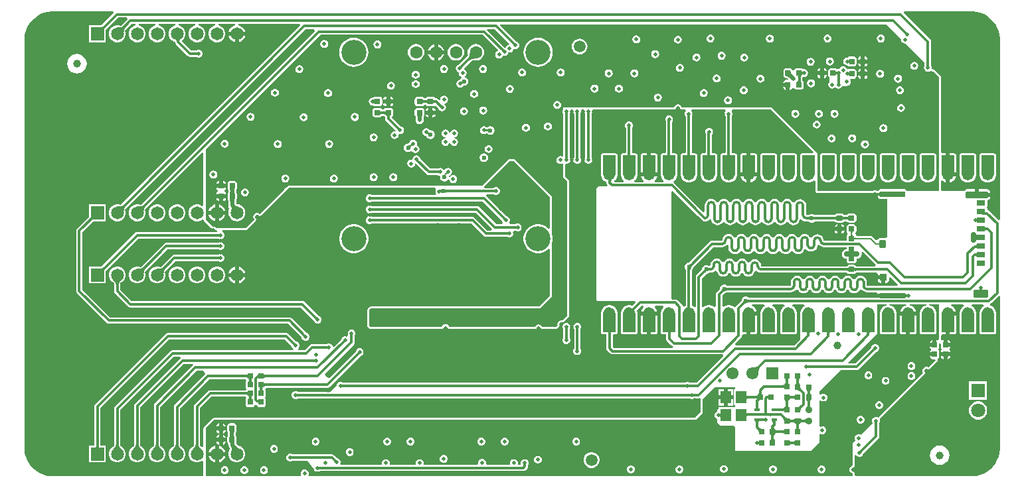
<source format=gbr>
%TF.GenerationSoftware,Altium Limited,Altium Designer,25.5.2 (35)*%
G04 Layer_Physical_Order=4*
G04 Layer_Color=16711680*
%FSLAX45Y45*%
%MOMM*%
%TF.SameCoordinates,71E00EFA-37BE-4E02-AFE8-A08B7019828F*%
%TF.FilePolarity,Positive*%
%TF.FileFunction,Copper,L4,Bot,Signal*%
%TF.Part,Single*%
G01*
G75*
%TA.AperFunction,Conductor*%
%ADD10C,0.30000*%
%TA.AperFunction,FiducialPad,Global*%
%ADD11C,1.00000*%
%TA.AperFunction,SMDPad,CuDef*%
%ADD12C,0.60000*%
G04:AMPARAMS|DCode=16|XSize=0.76mm|YSize=0.6604mm|CornerRadius=0.08255mm|HoleSize=0mm|Usage=FLASHONLY|Rotation=0.000|XOffset=0mm|YOffset=0mm|HoleType=Round|Shape=RoundedRectangle|*
%AMROUNDEDRECTD16*
21,1,0.76000,0.49530,0,0,0.0*
21,1,0.59490,0.66040,0,0,0.0*
1,1,0.16510,0.29745,-0.24765*
1,1,0.16510,-0.29745,-0.24765*
1,1,0.16510,-0.29745,0.24765*
1,1,0.16510,0.29745,0.24765*
%
%ADD16ROUNDEDRECTD16*%
G04:AMPARAMS|DCode=39|XSize=0.76mm|YSize=0.6604mm|CornerRadius=0.08255mm|HoleSize=0mm|Usage=FLASHONLY|Rotation=90.000|XOffset=0mm|YOffset=0mm|HoleType=Round|Shape=RoundedRectangle|*
%AMROUNDEDRECTD39*
21,1,0.76000,0.49530,0,0,90.0*
21,1,0.59490,0.66040,0,0,90.0*
1,1,0.16510,0.24765,0.29745*
1,1,0.16510,0.24765,-0.29745*
1,1,0.16510,-0.24765,-0.29745*
1,1,0.16510,-0.24765,0.29745*
%
%ADD39ROUNDEDRECTD39*%
%TA.AperFunction,Conductor*%
%ADD42C,0.40000*%
%ADD43C,0.20000*%
%ADD44C,0.50000*%
%TA.AperFunction,ComponentPad*%
%ADD47C,1.50000*%
%ADD48C,1.80000*%
%ADD49R,1.80000X1.80000*%
%ADD50C,1.60000*%
%ADD51C,1.65100*%
%ADD52R,1.65100X1.65100*%
%ADD53R,1.55000X1.55000*%
%ADD54C,1.55000*%
%ADD55C,0.90000*%
%TA.AperFunction,ViaPad*%
%ADD56C,0.50000*%
%ADD57C,3.20000*%
%ADD58C,5.00000*%
%TA.AperFunction,SMDPad,CuDef*%
%ADD70R,0.80000X0.40000*%
%ADD71C,0.30000*%
G04:AMPARAMS|DCode=72|XSize=0.7mm|YSize=1.1mm|CornerRadius=0.07mm|HoleSize=0mm|Usage=FLASHONLY|Rotation=270.000|XOffset=0mm|YOffset=0mm|HoleType=Round|Shape=RoundedRectangle|*
%AMROUNDEDRECTD72*
21,1,0.70000,0.96000,0,0,270.0*
21,1,0.56000,1.10000,0,0,270.0*
1,1,0.14000,-0.48000,-0.28000*
1,1,0.14000,-0.48000,0.28000*
1,1,0.14000,0.48000,0.28000*
1,1,0.14000,0.48000,-0.28000*
%
%ADD72ROUNDEDRECTD72*%
G04:AMPARAMS|DCode=73|XSize=0.86mm|YSize=2.8mm|CornerRadius=0.086mm|HoleSize=0mm|Usage=FLASHONLY|Rotation=270.000|XOffset=0mm|YOffset=0mm|HoleType=Round|Shape=RoundedRectangle|*
%AMROUNDEDRECTD73*
21,1,0.86000,2.62800,0,0,270.0*
21,1,0.68800,2.80000,0,0,270.0*
1,1,0.17200,-1.31400,-0.34400*
1,1,0.17200,-1.31400,0.34400*
1,1,0.17200,1.31400,0.34400*
1,1,0.17200,1.31400,-0.34400*
%
%ADD73ROUNDEDRECTD73*%
G04:AMPARAMS|DCode=74|XSize=0.7mm|YSize=3.3mm|CornerRadius=0.07mm|HoleSize=0mm|Usage=FLASHONLY|Rotation=270.000|XOffset=0mm|YOffset=0mm|HoleType=Round|Shape=RoundedRectangle|*
%AMROUNDEDRECTD74*
21,1,0.70000,3.16000,0,0,270.0*
21,1,0.56000,3.30000,0,0,270.0*
1,1,0.14000,-1.58000,-0.28000*
1,1,0.14000,-1.58000,0.28000*
1,1,0.14000,1.58000,0.28000*
1,1,0.14000,1.58000,-0.28000*
%
%ADD74ROUNDEDRECTD74*%
G04:AMPARAMS|DCode=75|XSize=0.7mm|YSize=3.3mm|CornerRadius=0.0875mm|HoleSize=0mm|Usage=FLASHONLY|Rotation=270.000|XOffset=0mm|YOffset=0mm|HoleType=Round|Shape=RoundedRectangle|*
%AMROUNDEDRECTD75*
21,1,0.70000,3.12500,0,0,270.0*
21,1,0.52500,3.30000,0,0,270.0*
1,1,0.17500,-1.56250,-0.26250*
1,1,0.17500,-1.56250,0.26250*
1,1,0.17500,1.56250,0.26250*
1,1,0.17500,1.56250,-0.26250*
%
%ADD75ROUNDEDRECTD75*%
G04:AMPARAMS|DCode=76|XSize=1.04mm|YSize=1.83mm|CornerRadius=0.104mm|HoleSize=0mm|Usage=FLASHONLY|Rotation=270.000|XOffset=0mm|YOffset=0mm|HoleType=Round|Shape=RoundedRectangle|*
%AMROUNDEDRECTD76*
21,1,1.04000,1.62200,0,0,270.0*
21,1,0.83200,1.83000,0,0,270.0*
1,1,0.20800,-0.81100,-0.41600*
1,1,0.20800,-0.81100,0.41600*
1,1,0.20800,0.81100,0.41600*
1,1,0.20800,0.81100,-0.41600*
%
%ADD76ROUNDEDRECTD76*%
G04:AMPARAMS|DCode=77|XSize=1.05mm|YSize=0.78mm|CornerRadius=0.078mm|HoleSize=0mm|Usage=FLASHONLY|Rotation=270.000|XOffset=0mm|YOffset=0mm|HoleType=Round|Shape=RoundedRectangle|*
%AMROUNDEDRECTD77*
21,1,1.05000,0.62400,0,0,270.0*
21,1,0.89400,0.78000,0,0,270.0*
1,1,0.15600,-0.31200,-0.44700*
1,1,0.15600,-0.31200,0.44700*
1,1,0.15600,0.31200,0.44700*
1,1,0.15600,0.31200,-0.44700*
%
%ADD77ROUNDEDRECTD77*%
G04:AMPARAMS|DCode=78|XSize=0.9mm|YSize=0.93mm|CornerRadius=0.09mm|HoleSize=0mm|Usage=FLASHONLY|Rotation=270.000|XOffset=0mm|YOffset=0mm|HoleType=Round|Shape=RoundedRectangle|*
%AMROUNDEDRECTD78*
21,1,0.90000,0.75000,0,0,270.0*
21,1,0.72000,0.93000,0,0,270.0*
1,1,0.18000,-0.37500,-0.36000*
1,1,0.18000,-0.37500,0.36000*
1,1,0.18000,0.37500,0.36000*
1,1,0.18000,0.37500,-0.36000*
%
%ADD78ROUNDEDRECTD78*%
%ADD79R,1.33000X1.57000*%
%TA.AperFunction,NonConductor*%
%ADD80C,0.30000*%
%TA.AperFunction,Conductor*%
%ADD81C,0.70000*%
G36*
X12172225Y5963091D02*
X12219001Y5950558D01*
X12263738Y5932027D01*
X12305677Y5907814D01*
X12344094Y5878335D01*
X12378338Y5844092D01*
X12407816Y5805674D01*
X12432029Y5763738D01*
X12450560Y5718999D01*
X12463094Y5672223D01*
X12469414Y5624212D01*
X12469415Y5599999D01*
Y3309046D01*
X12449415Y3300762D01*
X12331339Y3418838D01*
X12318107Y3427679D01*
X12308127Y3429664D01*
Y3438000D01*
X12305643Y3450486D01*
X12298571Y3461070D01*
Y3468930D01*
X12305643Y3479514D01*
X12308127Y3492000D01*
Y3548000D01*
X12322167Y3561573D01*
X12333413Y3569088D01*
X12340927Y3580334D01*
X12343566Y3593600D01*
Y3602599D01*
X12318297D01*
X12317411Y3600224D01*
X12317053Y3597374D01*
Y3602599D01*
X12177499D01*
Y3627999D01*
X12152099D01*
Y3697066D01*
X12046100D01*
X12032834Y3694427D01*
X12021588Y3686913D01*
X12014073Y3675666D01*
X12013145Y3671000D01*
X11732798D01*
X11715490Y3691000D01*
Y3800960D01*
X11729790Y3808436D01*
X11735485Y3809721D01*
X11736611Y3808437D01*
X11744931Y3802054D01*
X11746463Y3801298D01*
X11747748Y3800171D01*
X11756829Y3794929D01*
X11758447Y3794380D01*
X11759868Y3793430D01*
X11769556Y3789418D01*
X11771232Y3789085D01*
X11772764Y3788329D01*
X11779839Y3786434D01*
Y3889253D01*
Y4154899D01*
X11725005Y4154900D01*
X11724802Y4155239D01*
X11715490Y4173027D01*
X11715490Y5129999D01*
X11713550Y5139754D01*
X11708024Y5148023D01*
X11639884Y5216164D01*
X11637797Y5217558D01*
X11636021Y5219334D01*
X11633701Y5220295D01*
X11631615Y5221689D01*
X11629153Y5222179D01*
X11626833Y5223140D01*
X11620437Y5224412D01*
X11608886Y5232130D01*
X11605976Y5233335D01*
X11603271Y5234950D01*
X11602079Y5235374D01*
X11600000Y5240055D01*
Y5259946D01*
X11592388Y5278323D01*
X11590784Y5279927D01*
Y5582500D01*
X11587679Y5598107D01*
X11578838Y5611339D01*
X11240765Y5949412D01*
X11249049Y5969412D01*
X12100002D01*
X12124214Y5969412D01*
X12172225Y5963091D01*
D02*
G37*
G36*
X1064460Y5765246D02*
X1060426Y5761003D01*
X1056811Y5756760D01*
X1053614Y5752518D01*
X1050835Y5748275D01*
X1048474Y5744032D01*
X1046531Y5739790D01*
X1045007Y5735547D01*
X1043900Y5731305D01*
X1043212Y5727062D01*
X1042942Y5722819D01*
X1000820Y5764941D01*
X1005063Y5765211D01*
X1009306Y5765899D01*
X1013548Y5767005D01*
X1017791Y5768530D01*
X1022034Y5770473D01*
X1026276Y5772834D01*
X1030519Y5775613D01*
X1034761Y5778810D01*
X1039004Y5782425D01*
X1043247Y5786459D01*
X1064460Y5765246D01*
D02*
G37*
G36*
X1318031Y5764817D02*
X1314031Y5760212D01*
X1310465Y5754831D01*
X1307333Y5748673D01*
X1304634Y5741738D01*
X1302369Y5734028D01*
X1300537Y5725540D01*
X1299139Y5716276D01*
X1298175Y5706236D01*
X1297548Y5683826D01*
X1215827Y5765546D01*
X1227420Y5765643D01*
X1248278Y5767138D01*
X1257542Y5768536D01*
X1266029Y5770367D01*
X1273740Y5772633D01*
X1280674Y5775332D01*
X1286832Y5778464D01*
X1292213Y5782030D01*
X1296818Y5786030D01*
X1318031Y5764817D01*
D02*
G37*
G36*
X11275367Y5705881D02*
X11282027Y5700070D01*
X11283347Y5699139D01*
X11284529Y5698416D01*
X11285574Y5697902D01*
X11286481Y5697596D01*
X11287250Y5697499D01*
X11262501Y5672750D01*
X11262404Y5673519D01*
X11262098Y5674426D01*
X11261584Y5675470D01*
X11260861Y5676653D01*
X11259929Y5677973D01*
X11257441Y5681027D01*
X11254119Y5684633D01*
X11252145Y5686642D01*
X11273358Y5707855D01*
X11275367Y5705881D01*
D02*
G37*
G36*
X2016592Y5610243D02*
X2014557Y5608226D01*
X2012761Y5605804D01*
X2011204Y5602977D01*
X2009887Y5599745D01*
X2008809Y5596108D01*
X2007971Y5592066D01*
X2007372Y5587618D01*
X2007012Y5582766D01*
X2006893Y5577509D01*
X1976893D01*
X1976755Y5581668D01*
X1976341Y5585438D01*
X1975652Y5588821D01*
X1974687Y5591815D01*
X1973447Y5594421D01*
X1971930Y5596639D01*
X1970138Y5598469D01*
X1968070Y5599910D01*
X1965727Y5600963D01*
X1963108Y5601628D01*
X2018868Y5611854D01*
X2016592Y5610243D01*
D02*
G37*
G36*
X6278943Y5570088D02*
X6285603Y5564277D01*
X6286923Y5563346D01*
X6288105Y5562623D01*
X6289150Y5562109D01*
X6290057Y5561803D01*
X6290826Y5561706D01*
X6266077Y5536957D01*
X6265980Y5537726D01*
X6265674Y5538633D01*
X6265160Y5539678D01*
X6264437Y5540860D01*
X6263505Y5542180D01*
X6261017Y5545234D01*
X6257695Y5548840D01*
X6255721Y5550849D01*
X6276934Y5572062D01*
X6278943Y5570088D01*
D02*
G37*
G36*
X6216662Y5553444D02*
X6213121Y5544413D01*
X6197034Y5541213D01*
X6180495Y5530162D01*
X6169444Y5513623D01*
X6166810Y5500382D01*
X6157671Y5500007D01*
X5927352Y5730327D01*
X5931034Y5739217D01*
X6030889D01*
X6216662Y5553444D01*
D02*
G37*
G36*
X11209598Y5610402D02*
X11209021Y5607500D01*
X11212901Y5587991D01*
X11223952Y5571452D01*
X11240491Y5560401D01*
X11260000Y5556521D01*
X11262902Y5557098D01*
X11420491Y5399509D01*
X11509217Y5310783D01*
Y5278960D01*
X11502901Y5269509D01*
X11499020Y5250000D01*
X11502901Y5230491D01*
X11513952Y5213952D01*
X11530491Y5202901D01*
X11550000Y5199020D01*
X11569509Y5202901D01*
X11586048Y5213952D01*
X11586250D01*
X11594725Y5210936D01*
X11610491Y5200401D01*
X11621860Y5198140D01*
X11690000Y5129999D01*
X11690001Y3677499D01*
X11286966Y3677500D01*
X11280571Y3687071D01*
X11269986Y3694143D01*
X11257500Y3696627D01*
X10941500D01*
X10929015Y3694143D01*
X10918430Y3687071D01*
X10912035Y3677500D01*
X10898747D01*
X10893249Y3681173D01*
X10873740Y3685054D01*
X10854231Y3681173D01*
X10848733Y3677500D01*
X10140001Y3677500D01*
Y4160002D01*
X9559998Y4739999D01*
X8411988Y4740000D01*
X8409599Y4752009D01*
X8398548Y4768548D01*
X8382009Y4779599D01*
X8362500Y4783480D01*
X8342991Y4779599D01*
X8326452Y4768548D01*
X8315401Y4752009D01*
X8313012Y4740000D01*
X7974430D01*
X7294925Y4740000D01*
X7290000Y4740980D01*
X7285074Y4740000D01*
X7224926D01*
X7220000Y4740980D01*
X7215075Y4740000D01*
X7154925D01*
X7150000Y4740980D01*
X7145075Y4740000D01*
X7084925D01*
X7080000Y4740980D01*
X7075075Y4740000D01*
X7014925D01*
X7010000Y4740980D01*
X7005075Y4740000D01*
X6944925D01*
X6940000Y4740980D01*
X6935075Y4740000D01*
X6897500D01*
Y4716392D01*
X6892901Y4709509D01*
X6889021Y4690000D01*
X6892901Y4670491D01*
X6897500Y4663608D01*
Y4117848D01*
X6889660Y4113657D01*
X6884509Y4117099D01*
X6865000Y4120980D01*
X6845491Y4117099D01*
X6828952Y4106048D01*
X6817901Y4089509D01*
X6814020Y4070000D01*
X6817901Y4050491D01*
X6828952Y4033952D01*
X6845491Y4022901D01*
X6865000Y4019020D01*
X6884509Y4022901D01*
X6889660Y4026343D01*
X6897500Y4022152D01*
Y3855000D01*
X6950000Y3802500D01*
Y2085000D01*
X6886658Y2021658D01*
X6877500Y2023480D01*
X6857991Y2019599D01*
X6841452Y2008548D01*
X6830401Y1992009D01*
X6826521Y1972500D01*
X6828342Y1963342D01*
X6802500Y1937500D01*
X6634998D01*
X6634599Y1939509D01*
X6623548Y1956048D01*
X6607009Y1967099D01*
X6587500Y1970980D01*
X6567991Y1967099D01*
X6551452Y1956048D01*
X6540401Y1939509D01*
X6540001Y1937500D01*
X5448493D01*
X5447099Y1944509D01*
X5436048Y1961048D01*
X5419509Y1972099D01*
X5400000Y1975980D01*
X5380491Y1972099D01*
X5363952Y1961048D01*
X5352901Y1944509D01*
X5351507Y1937500D01*
X4447500D01*
X4427500Y1957500D01*
Y2152500D01*
X4447500Y2172500D01*
X6605000D01*
X6757889Y2325389D01*
X6757889Y3014125D01*
X6762322Y3028738D01*
X6765894Y3065005D01*
X6762322Y3101271D01*
X6757889Y3115884D01*
Y3200000D01*
X6757890Y3604610D01*
X6279797Y4082702D01*
X6207702Y4082702D01*
X5864998Y3739999D01*
X3390001Y3740000D01*
X3365305Y3715304D01*
X3351452Y3706048D01*
X3342196Y3692195D01*
X3032050Y3382049D01*
X3017009Y3392099D01*
X2997500Y3395979D01*
X2977991Y3392099D01*
X2961452Y3381048D01*
X2950401Y3364509D01*
X2946520Y3345000D01*
X2950401Y3325491D01*
X2960451Y3310450D01*
X2850001Y3200000D01*
X2479259D01*
X2473548Y3208548D01*
X2457009Y3219599D01*
X2437500Y3223479D01*
X2428343Y3221658D01*
X2339999Y3310002D01*
X2339999Y4197499D01*
X3811717Y5669217D01*
X5873108D01*
X6068613Y5473711D01*
X6066033Y5465204D01*
X6062991Y5464599D01*
X6046452Y5453548D01*
X6035401Y5437009D01*
X6031520Y5417500D01*
X6035401Y5397991D01*
X6046452Y5381452D01*
X6062991Y5370401D01*
X6082500Y5366520D01*
X6102009Y5370401D01*
X6118548Y5381452D01*
X6129599Y5397991D01*
X6130572Y5402885D01*
X6150001Y5399021D01*
X6169510Y5402901D01*
X6186049Y5413952D01*
X6197100Y5430491D01*
X6200259Y5446373D01*
X6216543Y5443134D01*
X6236052Y5447015D01*
X6252590Y5458066D01*
X6263642Y5474605D01*
X6265471Y5483803D01*
X6275533Y5488819D01*
X6291076Y5485727D01*
X6310585Y5489608D01*
X6327124Y5500659D01*
X6338175Y5517198D01*
X6342055Y5536707D01*
X6338175Y5556216D01*
X6327124Y5572755D01*
X6310585Y5583806D01*
X6299436Y5586024D01*
X6093673Y5791787D01*
X6097075Y5800000D01*
X9100000D01*
X11019994Y5800006D01*
X11209598Y5610402D01*
D02*
G37*
G36*
X6137868Y5483381D02*
X6144528Y5477571D01*
X6145848Y5476639D01*
X6147031Y5475916D01*
X6148075Y5475402D01*
X6148982Y5475096D01*
X6149751Y5474999D01*
X6125002Y5450250D01*
X6124905Y5451020D01*
X6124599Y5451926D01*
X6124085Y5452971D01*
X6123362Y5454153D01*
X6122430Y5455474D01*
X6119942Y5458528D01*
X6116620Y5462133D01*
X6114646Y5464142D01*
X6135859Y5485356D01*
X6137868Y5483381D01*
D02*
G37*
G36*
X2232148Y5412500D02*
X2231536Y5412975D01*
X2230678Y5413400D01*
X2229576Y5413775D01*
X2228228Y5414100D01*
X2226636Y5414375D01*
X2222717Y5414775D01*
X2217818Y5414975D01*
X2215002Y5415000D01*
Y5445000D01*
X2217818Y5445025D01*
X2226636Y5445625D01*
X2228228Y5445900D01*
X2229576Y5446225D01*
X2230678Y5446600D01*
X2231536Y5447025D01*
X2232148Y5447500D01*
Y5412500D01*
D02*
G37*
G36*
X11565025Y5282183D02*
X11565625Y5273365D01*
X11565900Y5271773D01*
X11566225Y5270426D01*
X11566600Y5269323D01*
X11567025Y5268466D01*
X11567500Y5267854D01*
X11532500D01*
X11532975Y5268466D01*
X11533400Y5269323D01*
X11533775Y5270426D01*
X11534100Y5271773D01*
X11534375Y5273365D01*
X11534775Y5277284D01*
X11534975Y5282183D01*
X11535000Y5285000D01*
X11565000D01*
X11565025Y5282183D01*
D02*
G37*
G36*
X7237025Y4671534D02*
X7236600Y4670676D01*
X7236225Y4669574D01*
X7235900Y4668227D01*
X7235625Y4666635D01*
X7235225Y4662716D01*
X7235025Y4657817D01*
X7235000Y4655000D01*
X7205000D01*
X7204975Y4657817D01*
X7204375Y4666635D01*
X7204100Y4668227D01*
X7203775Y4669574D01*
X7203400Y4670676D01*
X7202975Y4671534D01*
X7202500Y4672146D01*
X7237500D01*
X7237025Y4671534D01*
D02*
G37*
G36*
X7097025D02*
X7096600Y4670676D01*
X7096225Y4669574D01*
X7095900Y4668227D01*
X7095625Y4666635D01*
X7095225Y4662716D01*
X7095025Y4657817D01*
X7095000Y4655000D01*
X7065000D01*
X7064975Y4657817D01*
X7064375Y4666635D01*
X7064100Y4668227D01*
X7063775Y4669574D01*
X7063400Y4670676D01*
X7062975Y4671534D01*
X7062500Y4672146D01*
X7097500D01*
X7097025Y4671534D01*
D02*
G37*
G36*
X6957025D02*
X6956600Y4670676D01*
X6956225Y4669574D01*
X6955900Y4668227D01*
X6955625Y4666635D01*
X6955225Y4662716D01*
X6955025Y4657817D01*
X6955000Y4655000D01*
X6925000D01*
X6924975Y4657817D01*
X6924375Y4666635D01*
X6924100Y4668227D01*
X6923775Y4669574D01*
X6923400Y4670676D01*
X6922975Y4671534D01*
X6922500Y4672146D01*
X6957500D01*
X6957025Y4671534D01*
D02*
G37*
G36*
X9027960Y4642451D02*
X9027599Y4641618D01*
X9027281Y4640536D01*
X9027004Y4639205D01*
X9026771Y4637625D01*
X9026431Y4633718D01*
X9026240Y4625992D01*
X8996240Y4624129D01*
X8996211Y4626940D01*
X8995531Y4635752D01*
X8995220Y4637348D01*
X8994852Y4638701D01*
X8994427Y4639811D01*
X8993945Y4640678D01*
X8993407Y4641302D01*
X9028364Y4643035D01*
X9027960Y4642451D01*
D02*
G37*
G36*
X8519395Y4644070D02*
X8519153Y4643316D01*
X8518939Y4642301D01*
X8518753Y4641025D01*
X8518468Y4637693D01*
X8518254Y4630740D01*
X8518240Y4627901D01*
X8488240Y4622940D01*
X8488207Y4625743D01*
X8487715Y4632693D01*
X8487420Y4634523D01*
X8487059Y4636111D01*
X8486633Y4637456D01*
X8486142Y4638557D01*
X8485584Y4639415D01*
X8484961Y4640031D01*
X8519666Y4644564D01*
X8519395Y4644070D01*
D02*
G37*
G36*
X8266949Y4571622D02*
X8266434Y4571001D01*
X8265974Y4570136D01*
X8265567Y4569027D01*
X8265215Y4567675D01*
X8264917Y4566080D01*
X8264673Y4564241D01*
X8264348Y4559833D01*
X8264240Y4554451D01*
X8234240Y4555595D01*
X8234217Y4558416D01*
X8233671Y4567230D01*
X8233421Y4568816D01*
X8233125Y4570154D01*
X8232784Y4571246D01*
X8232398Y4572091D01*
X8231965Y4572688D01*
X8266949Y4571622D01*
D02*
G37*
G36*
X7757960Y4492451D02*
X7757599Y4491618D01*
X7757281Y4490536D01*
X7757004Y4489205D01*
X7756771Y4487625D01*
X7756431Y4483718D01*
X7756240Y4475992D01*
X7726240Y4474129D01*
X7726211Y4476940D01*
X7725531Y4485752D01*
X7725220Y4487348D01*
X7724852Y4488701D01*
X7724427Y4489811D01*
X7723945Y4490678D01*
X7723407Y4491302D01*
X7758364Y4493035D01*
X7757960Y4492451D01*
D02*
G37*
G36*
X1161454Y5969414D02*
X1169738Y5949414D01*
X1010875Y5790550D01*
X853452D01*
Y5575450D01*
X1068552D01*
Y5732873D01*
X1224895Y5889217D01*
X1335257D01*
X1343541Y5869217D01*
X1257168Y5782844D01*
X1256514Y5783221D01*
X1229161Y5790550D01*
X1200842D01*
X1173489Y5783221D01*
X1148964Y5769062D01*
X1128940Y5749038D01*
X1114781Y5724513D01*
X1107452Y5697160D01*
Y5668841D01*
X1114781Y5641488D01*
X1128940Y5616963D01*
X1148964Y5596939D01*
X1173489Y5582780D01*
X1200842Y5575450D01*
X1229161D01*
X1256514Y5582780D01*
X1281039Y5596939D01*
X1301063Y5616963D01*
X1315222Y5641488D01*
X1322552Y5668841D01*
Y5697160D01*
X1315222Y5724513D01*
X1314845Y5725167D01*
X1398895Y5809217D01*
X1447233D01*
X1449866Y5789217D01*
X1427489Y5783221D01*
X1402964Y5769062D01*
X1382940Y5749038D01*
X1368781Y5724513D01*
X1361452Y5697160D01*
Y5668841D01*
X1368781Y5641488D01*
X1382940Y5616963D01*
X1402964Y5596939D01*
X1427489Y5582780D01*
X1454842Y5575450D01*
X1483161D01*
X1510514Y5582780D01*
X1535039Y5596939D01*
X1555063Y5616963D01*
X1569222Y5641488D01*
X1576552Y5668841D01*
Y5697160D01*
X1569222Y5724513D01*
X1555063Y5749038D01*
X1535039Y5769062D01*
X1510514Y5783221D01*
X1488138Y5789217D01*
X1490771Y5809217D01*
X1701233D01*
X1703866Y5789217D01*
X1681489Y5783221D01*
X1656964Y5769062D01*
X1636940Y5749038D01*
X1622781Y5724513D01*
X1615452Y5697160D01*
Y5668841D01*
X1622781Y5641488D01*
X1636940Y5616963D01*
X1656964Y5596939D01*
X1681489Y5582780D01*
X1708842Y5575450D01*
X1737161D01*
X1764514Y5582780D01*
X1789039Y5596939D01*
X1809063Y5616963D01*
X1823222Y5641488D01*
X1830552Y5668841D01*
Y5697160D01*
X1823222Y5724513D01*
X1809063Y5749038D01*
X1789039Y5769062D01*
X1764514Y5783221D01*
X1742138Y5789217D01*
X1744771Y5809217D01*
X1955233D01*
X1957866Y5789217D01*
X1935489Y5783221D01*
X1910964Y5769062D01*
X1890940Y5749038D01*
X1876781Y5724513D01*
X1869452Y5697160D01*
Y5668841D01*
X1876781Y5641488D01*
X1890940Y5616963D01*
X1910964Y5596939D01*
X1935489Y5582780D01*
X1951109Y5578594D01*
Y5577510D01*
X1951109Y5577509D01*
X1954214Y5561902D01*
X1963054Y5548670D01*
X2110562Y5401163D01*
X2110563Y5401162D01*
X2123794Y5392321D01*
X2139401Y5389217D01*
X2220074D01*
X2221679Y5387612D01*
X2240056Y5380000D01*
X2259947D01*
X2278324Y5387612D01*
X2292390Y5401678D01*
X2300001Y5420055D01*
Y5439946D01*
X2292390Y5458323D01*
X2278324Y5472388D01*
X2259947Y5480000D01*
X2240056D01*
X2221679Y5472388D01*
X2220074Y5470784D01*
X2156294D01*
X2041538Y5585540D01*
X2043039Y5596939D01*
X2063063Y5616963D01*
X2077222Y5641488D01*
X2084552Y5668841D01*
Y5697160D01*
X2077222Y5724513D01*
X2063063Y5749038D01*
X2043039Y5769062D01*
X2018514Y5783221D01*
X1996138Y5789217D01*
X1998771Y5809217D01*
X2209233D01*
X2211866Y5789217D01*
X2189489Y5783221D01*
X2164964Y5769062D01*
X2144940Y5749038D01*
X2130781Y5724513D01*
X2123452Y5697160D01*
Y5668841D01*
X2130781Y5641488D01*
X2144940Y5616963D01*
X2164964Y5596939D01*
X2189489Y5582780D01*
X2216842Y5575450D01*
X2245161D01*
X2272514Y5582780D01*
X2297039Y5596939D01*
X2317063Y5616963D01*
X2331222Y5641488D01*
X2338552Y5668841D01*
Y5697160D01*
X2331222Y5724513D01*
X2317063Y5749038D01*
X2297039Y5769062D01*
X2272514Y5783221D01*
X2250138Y5789217D01*
X2252771Y5809217D01*
X2463233D01*
X2465866Y5789217D01*
X2443489Y5783221D01*
X2418964Y5769062D01*
X2398940Y5749038D01*
X2384781Y5724513D01*
X2377452Y5697160D01*
Y5668841D01*
X2384781Y5641488D01*
X2398940Y5616963D01*
X2418964Y5596939D01*
X2443489Y5582780D01*
X2470842Y5575450D01*
X2499161D01*
X2526514Y5582780D01*
X2551039Y5596939D01*
X2571063Y5616963D01*
X2585222Y5641488D01*
X2592552Y5668841D01*
Y5697160D01*
X2585222Y5724513D01*
X2571063Y5749038D01*
X2551039Y5769062D01*
X2526514Y5783221D01*
X2504138Y5789217D01*
X2506771Y5809217D01*
X2715687D01*
X2718320Y5789217D01*
X2697334Y5783594D01*
X2672719Y5769382D01*
X2652620Y5749283D01*
X2638408Y5724667D01*
X2634050Y5708400D01*
X2843954D01*
X2839595Y5724667D01*
X2825383Y5749283D01*
X2805284Y5769382D01*
X2780669Y5783594D01*
X2759683Y5789217D01*
X2762316Y5809217D01*
X3541257D01*
X3549542Y5789217D01*
X1257168Y3496844D01*
X1256514Y3497221D01*
X1229161Y3504550D01*
X1200842D01*
X1173489Y3497221D01*
X1148964Y3483062D01*
X1128940Y3463038D01*
X1114781Y3438513D01*
X1107452Y3411160D01*
Y3382841D01*
X1114781Y3355488D01*
X1128940Y3330963D01*
X1148964Y3310939D01*
X1173489Y3296780D01*
X1200842Y3289450D01*
X1229161D01*
X1256514Y3296780D01*
X1281039Y3310939D01*
X1301063Y3330963D01*
X1315222Y3355488D01*
X1322552Y3382841D01*
Y3411160D01*
X1315222Y3438513D01*
X1314845Y3439167D01*
X3614894Y5739217D01*
X3725257D01*
X3733541Y5719217D01*
X1511168Y3496844D01*
X1510514Y3497221D01*
X1483161Y3504550D01*
X1454842D01*
X1427489Y3497221D01*
X1402964Y3483062D01*
X1382940Y3463038D01*
X1368781Y3438513D01*
X1361452Y3411160D01*
Y3382841D01*
X1368781Y3355488D01*
X1382940Y3330963D01*
X1402964Y3310939D01*
X1427489Y3296780D01*
X1454842Y3289450D01*
X1483161D01*
X1510514Y3296780D01*
X1535039Y3310939D01*
X1555063Y3330963D01*
X1569222Y3355488D01*
X1576552Y3382841D01*
Y3411160D01*
X1569222Y3438513D01*
X1568845Y3439167D01*
X2296032Y4166354D01*
X2314509Y4158700D01*
X2314509Y3490647D01*
X2294509Y3484522D01*
X2272514Y3497221D01*
X2245161Y3504550D01*
X2216842D01*
X2189489Y3497221D01*
X2164964Y3483062D01*
X2144940Y3463038D01*
X2130781Y3438513D01*
X2123452Y3411160D01*
Y3382841D01*
X2130781Y3355488D01*
X2144940Y3330963D01*
X2164964Y3310939D01*
X2189489Y3296780D01*
X2216842Y3289450D01*
X2245161D01*
X2272514Y3296780D01*
X2294684Y3309579D01*
X2297618Y3309642D01*
X2302564Y3308286D01*
X2316148Y3301764D01*
X2316450Y3300248D01*
X2321975Y3291978D01*
X2410320Y3203634D01*
X2412408Y3202239D01*
X2414182Y3200464D01*
X2416501Y3199504D01*
X2418589Y3198109D01*
X2421051Y3197619D01*
X2423371Y3196658D01*
X2425882D01*
X2428343Y3196168D01*
X2430805Y3196658D01*
X2433316D01*
X2437500Y3197490D01*
X2447064Y3195588D01*
X2455171Y3190171D01*
X2458066Y3185839D01*
X2459841Y3184063D01*
X2461236Y3181976D01*
X2463322Y3180582D01*
X2465098Y3178806D01*
X2467418Y3177845D01*
X2469505Y3176451D01*
X2471967Y3175961D01*
X2474287Y3175000D01*
X2476797D01*
X2479259Y3174511D01*
X2481680D01*
X2490535Y3154511D01*
X2487151Y3150783D01*
X1468003D01*
X1468001Y3150784D01*
X1452394Y3147679D01*
X1439163Y3138838D01*
X1010875Y2710550D01*
X853452D01*
Y2495450D01*
X1068552D01*
Y2652873D01*
X1484895Y3069216D01*
X2500073D01*
X2501677Y3067612D01*
X2520054Y3060000D01*
X2539946D01*
X2558323Y3067612D01*
X2572388Y3081677D01*
X2580000Y3100054D01*
Y3119946D01*
X2572388Y3138323D01*
X2558323Y3152388D01*
X2553198Y3154511D01*
X2557176Y3174511D01*
X2850001D01*
X2859756Y3176451D01*
X2868025Y3181976D01*
X2978475Y3292426D01*
X2979869Y3294513D01*
X2981645Y3296289D01*
X2982606Y3298609D01*
X2984000Y3300696D01*
X2984490Y3303158D01*
X2985451Y3305478D01*
Y3307988D01*
X2985941Y3310450D01*
X2985451Y3312913D01*
Y3315423D01*
X2984490Y3317742D01*
X2984000Y3320205D01*
X2982605Y3322293D01*
X2981645Y3324612D01*
X2974412Y3335437D01*
X2972509Y3345000D01*
X2974412Y3354564D01*
X2979829Y3362671D01*
X2987936Y3368088D01*
X2997500Y3369990D01*
X3007063Y3368088D01*
X3017888Y3360855D01*
X3020207Y3359894D01*
X3022295Y3358500D01*
X3024758Y3358010D01*
X3027076Y3357049D01*
X3029587D01*
X3032050Y3356559D01*
X3034512Y3357049D01*
X3037022D01*
X3039342Y3358010D01*
X3041804Y3358500D01*
X3043891Y3359894D01*
X3046211Y3360855D01*
X3047986Y3362630D01*
X3050073Y3364025D01*
X3360220Y3674171D01*
X3361614Y3676258D01*
X3363390Y3678034D01*
X3369829Y3687671D01*
X3379466Y3694110D01*
X3381241Y3695886D01*
X3383329Y3697280D01*
X3400559Y3714510D01*
X5265514Y3714510D01*
X5270403Y3707968D01*
X5276033Y3694510D01*
X5270000Y3679946D01*
Y3660054D01*
X5277612Y3641677D01*
X5278506Y3640783D01*
X5270221Y3620783D01*
X4462427D01*
X4460823Y3622388D01*
X4442446Y3630000D01*
X4422554D01*
X4404177Y3622388D01*
X4390112Y3608323D01*
X4382500Y3589946D01*
Y3570054D01*
X4390112Y3551677D01*
X4404177Y3537612D01*
X4422554Y3530000D01*
X4442446D01*
X4460823Y3537612D01*
X4462427Y3539216D01*
X5873108D01*
X6120001Y3292323D01*
Y3290055D01*
X6127613Y3271677D01*
X6128507Y3270784D01*
X6120222Y3250784D01*
X6046893D01*
X5828839Y3468838D01*
X5815608Y3477679D01*
X5800000Y3480784D01*
X5799999Y3480783D01*
X4462427D01*
X4460823Y3482388D01*
X4442446Y3490000D01*
X4422554D01*
X4404177Y3482388D01*
X4390112Y3468323D01*
X4382500Y3449946D01*
Y3430054D01*
X4390112Y3411677D01*
X4404177Y3397612D01*
X4422554Y3390000D01*
X4442446D01*
X4460823Y3397612D01*
X4462427Y3399216D01*
X5783107D01*
X5991540Y3190784D01*
X5983255Y3170784D01*
X5934393D01*
X5776339Y3328838D01*
X5763108Y3337679D01*
X5747500Y3340784D01*
X5747499Y3340784D01*
X4462427D01*
X4460823Y3342388D01*
X4442446Y3350000D01*
X4422554D01*
X4404177Y3342388D01*
X4390112Y3328323D01*
X4382500Y3309946D01*
Y3290054D01*
X4390112Y3271677D01*
X4404177Y3257612D01*
X4422554Y3250000D01*
X4442446D01*
X4460823Y3257612D01*
X4462427Y3259216D01*
X5730607D01*
X5888661Y3101162D01*
X5888662Y3101162D01*
X5901893Y3092321D01*
X5917500Y3089217D01*
X6182573D01*
X6184177Y3087612D01*
X6202554Y3080000D01*
X6222446D01*
X6240823Y3087612D01*
X6254888Y3101677D01*
X6262500Y3120054D01*
Y3139946D01*
X6258660Y3149216D01*
X6270125Y3169217D01*
X6290074D01*
X6291678Y3167612D01*
X6310055Y3160000D01*
X6329947D01*
X6348324Y3167612D01*
X6362389Y3181677D01*
X6370001Y3200055D01*
Y3219946D01*
X6362389Y3238323D01*
X6348324Y3252388D01*
X6329947Y3260000D01*
X6310055D01*
X6291678Y3252388D01*
X6290074Y3250784D01*
X6219780D01*
X6211495Y3270784D01*
X6212389Y3271677D01*
X6220001Y3290055D01*
Y3309946D01*
X6212389Y3328323D01*
X6198324Y3342388D01*
X6179947Y3350000D01*
X6177678D01*
X5918840Y3608838D01*
X5916403Y3610466D01*
X5922470Y3630466D01*
X6013824D01*
X6014179Y3630112D01*
X6032556Y3622500D01*
X6052447D01*
X6070824Y3630112D01*
X6084890Y3644177D01*
X6092501Y3662555D01*
Y3682446D01*
X6084890Y3700823D01*
X6070824Y3714888D01*
X6052447Y3722500D01*
X6032556D01*
X6014179Y3714888D01*
X6011324Y3712033D01*
X5901365D01*
X5893080Y3732033D01*
X6218260Y4057213D01*
X6269239Y4057212D01*
X6732400Y3594052D01*
X6732400Y3202518D01*
X6727242Y3198513D01*
X6712400Y3194233D01*
X6697930Y3208704D01*
X6667630Y3228950D01*
X6633962Y3242895D01*
X6598220Y3250005D01*
X6561778D01*
X6526037Y3242895D01*
X6492369Y3228950D01*
X6462069Y3208704D01*
X6436301Y3182935D01*
X6416054Y3152635D01*
X6402109Y3118967D01*
X6394999Y3083226D01*
Y3046784D01*
X6402109Y3011042D01*
X6416054Y2977375D01*
X6436301Y2947074D01*
X6462069Y2921306D01*
X6492369Y2901060D01*
X6526037Y2887114D01*
X6561778Y2880005D01*
X6598220D01*
X6633962Y2887114D01*
X6667630Y2901060D01*
X6697930Y2921306D01*
X6712400Y2935776D01*
X6732400Y2927492D01*
X6732400Y2335947D01*
X6594442Y2197990D01*
X4447500D01*
X4437745Y2196049D01*
X4429476Y2190524D01*
X4409476Y2170524D01*
X4403951Y2162254D01*
X4402010Y2152500D01*
Y1957500D01*
X4403951Y1947745D01*
X4409476Y1939476D01*
X4429476Y1919476D01*
X4437746Y1913951D01*
X4447500Y1912010D01*
X5351507D01*
X5353969Y1912500D01*
X5356480D01*
X5358799Y1913461D01*
X5361261Y1913951D01*
X5363348Y1915345D01*
X5365668Y1916306D01*
X5367443Y1918082D01*
X5369531Y1919476D01*
X5370925Y1921563D01*
X5372701Y1923339D01*
X5373662Y1925659D01*
X5375056Y1927746D01*
X5375546Y1930207D01*
X5376507Y1932527D01*
X5376912Y1934564D01*
X5382329Y1942671D01*
X5390436Y1948088D01*
X5400000Y1949991D01*
X5409564Y1948088D01*
X5417671Y1942671D01*
X5423088Y1934564D01*
X5423493Y1932527D01*
X5424454Y1930207D01*
X5424944Y1927746D01*
X5426339Y1925658D01*
X5427300Y1923339D01*
X5429075Y1921564D01*
X5430469Y1919476D01*
X5432557Y1918082D01*
X5434332Y1916306D01*
X5436652Y1915345D01*
X5438739Y1913951D01*
X5441201Y1913461D01*
X5443521Y1912500D01*
X5446032D01*
X5448493Y1912010D01*
X6540001D01*
X6542464Y1912500D01*
X6544975D01*
X6547294Y1913461D01*
X6549756Y1913951D01*
X6551843Y1915346D01*
X6554163Y1916307D01*
X6555938Y1918082D01*
X6558025Y1919476D01*
X6559420Y1921564D01*
X6561196Y1923339D01*
X6562156Y1925659D01*
X6563551Y1927746D01*
X6563701Y1928500D01*
X6569829Y1937671D01*
X6577936Y1943088D01*
X6587500Y1944991D01*
X6597064Y1943088D01*
X6601066Y1940414D01*
X6602613Y1936678D01*
X6611425Y1927866D01*
X6611449Y1927746D01*
X6612844Y1925659D01*
X6613804Y1923339D01*
X6615580Y1921564D01*
X6616975Y1919476D01*
X6619061Y1918082D01*
X6620837Y1916307D01*
X6623156Y1915346D01*
X6625244Y1913951D01*
X6627706Y1913461D01*
X6630025Y1912500D01*
X6632536D01*
X6634998Y1912010D01*
X6802500D01*
X6812254Y1913951D01*
X6820524Y1919476D01*
X6846366Y1945318D01*
X6847761Y1947406D01*
X6849536Y1949181D01*
X6850497Y1951500D01*
X6851892Y1953588D01*
X6852382Y1956050D01*
X6853342Y1958370D01*
Y1960880D01*
X6853832Y1963342D01*
X6853342Y1965805D01*
Y1968315D01*
X6852510Y1972500D01*
X6854412Y1982064D01*
X6859829Y1990171D01*
X6867936Y1995588D01*
X6877500Y1997491D01*
X6881685Y1996658D01*
X6884196D01*
X6886658Y1996168D01*
X6889120Y1996658D01*
X6891631D01*
X6893950Y1997619D01*
X6896412Y1998109D01*
X6898500Y1999503D01*
X6900819Y2000464D01*
X6902594Y2002239D01*
X6904682Y2003634D01*
X6968024Y2066976D01*
X6973549Y2075245D01*
X6975490Y2085000D01*
Y3802500D01*
X6973549Y3812254D01*
X6968024Y3820524D01*
X6922990Y3865558D01*
Y4001522D01*
X6930054Y4020000D01*
X6949946Y4020000D01*
X6968323Y4027612D01*
X6982388Y4041677D01*
X6990000Y4060054D01*
Y4079946D01*
X6982388Y4098323D01*
X6980784Y4099927D01*
Y4660073D01*
X6982388Y4661677D01*
X6990000Y4680054D01*
Y4699945D01*
X6998766Y4713064D01*
X7005574Y4714610D01*
X7007537Y4715000D01*
X7012463D01*
X7014426Y4714610D01*
X7021234Y4713065D01*
X7030000Y4699945D01*
Y4680054D01*
X7037612Y4661677D01*
X7039217Y4660073D01*
Y4099927D01*
X7037612Y4098323D01*
X7030000Y4079946D01*
Y4060054D01*
X7037612Y4041677D01*
X7051677Y4027612D01*
X7070054Y4020000D01*
X7089946D01*
X7108323Y4027612D01*
X7122388Y4041677D01*
X7130000Y4060054D01*
Y4079946D01*
X7122388Y4098323D01*
X7120784Y4099927D01*
Y4660073D01*
X7122388Y4661677D01*
X7130000Y4680054D01*
Y4699945D01*
X7138766Y4713064D01*
X7145574Y4714610D01*
X7147537Y4715000D01*
X7152463D01*
X7154426Y4714610D01*
X7161234Y4713065D01*
X7170000Y4699945D01*
Y4680054D01*
X7177612Y4661677D01*
X7179217Y4660073D01*
Y4099927D01*
X7177612Y4098323D01*
X7170000Y4079946D01*
Y4060054D01*
X7177612Y4041677D01*
X7191677Y4027612D01*
X7210054Y4020000D01*
X7229946D01*
X7248323Y4027612D01*
X7262388Y4041677D01*
X7270000Y4060054D01*
Y4079946D01*
X7262388Y4098323D01*
X7260784Y4099927D01*
Y4660073D01*
X7262388Y4661677D01*
X7270000Y4680054D01*
Y4699945D01*
X7278765Y4713064D01*
X7285574Y4714610D01*
X7287537Y4715000D01*
X7292463D01*
X7294925Y4714510D01*
X7974430Y4714510D01*
X8313012D01*
X8315475Y4715000D01*
X8317985D01*
X8320303Y4715960D01*
X8322766Y4716450D01*
X8324854Y4717845D01*
X8327173Y4718806D01*
X8328949Y4720581D01*
X8331036Y4721976D01*
X8332431Y4724063D01*
X8334206Y4725838D01*
X8335167Y4728158D01*
X8336561Y4730245D01*
X8337051Y4732707D01*
X8338012Y4735027D01*
X8339412Y4742064D01*
X8344829Y4750171D01*
X8352936Y4755588D01*
X8362500Y4757491D01*
X8372064Y4755588D01*
X8380171Y4750171D01*
X8385588Y4742064D01*
X8386988Y4735027D01*
X8387949Y4732707D01*
X8388438Y4730245D01*
X8389833Y4728158D01*
X8390794Y4725838D01*
X8392569Y4724063D01*
X8393964Y4721976D01*
X8396051Y4720581D01*
X8397826Y4718806D01*
X8400146Y4717845D01*
X8402233Y4716450D01*
X8404696Y4715961D01*
X8407015Y4715000D01*
X8409526D01*
X8411988Y4714510D01*
X8455516D01*
X8463800Y4694510D01*
X8457614Y4688323D01*
X8450002Y4669946D01*
Y4650055D01*
X8457614Y4631678D01*
X8462456Y4626835D01*
Y4168634D01*
X8448314Y4154492D01*
X8423005Y4154492D01*
X8422992Y4154489D01*
X8422980Y4154492D01*
X8418231Y4153542D01*
X8413250Y4152552D01*
X8413240Y4152544D01*
X8413227Y4152542D01*
X8409103Y4149780D01*
X8404981Y4147026D01*
X8404974Y4147016D01*
X8404963Y4147008D01*
X8402199Y4142864D01*
X8399455Y4138757D01*
X8399453Y4138744D01*
X8399445Y4138733D01*
X8398485Y4133879D01*
X8397515Y4129002D01*
X8397517Y4128990D01*
X8397515Y4128977D01*
X8397750Y3889231D01*
X8397750Y3889230D01*
X8397750Y3884016D01*
X8398077Y3882366D01*
X8397967Y3880687D01*
X8399336Y3870290D01*
X8399876Y3868698D01*
X8399986Y3867020D01*
X8402700Y3856891D01*
X8403443Y3855383D01*
X8403772Y3853733D01*
X8407785Y3844045D01*
X8408719Y3842647D01*
X8409259Y3841055D01*
X8414502Y3831973D01*
X8415611Y3830709D01*
X8416355Y3829200D01*
X8422739Y3820881D01*
X8424003Y3819772D01*
X8424937Y3818374D01*
X8432352Y3810959D01*
X8433750Y3810025D01*
X8434859Y3808761D01*
X8443179Y3802377D01*
X8444687Y3801633D01*
X8445952Y3800525D01*
X8455033Y3795282D01*
X8456626Y3794741D01*
X8458024Y3793807D01*
X8467712Y3789795D01*
X8469362Y3789467D01*
X8470870Y3788723D01*
X8480999Y3786010D01*
X8482677Y3785900D01*
X8484270Y3785359D01*
X8494667Y3783991D01*
X8496345Y3784102D01*
X8497994Y3783774D01*
X8503231Y3783774D01*
X8508472Y3783773D01*
X8510122Y3784101D01*
X8511800Y3783990D01*
X8522197Y3785357D01*
X8523790Y3785897D01*
X8525469Y3786007D01*
X8535599Y3788719D01*
X8537108Y3789463D01*
X8538758Y3789791D01*
X8548447Y3793803D01*
X8549845Y3794737D01*
X8551437Y3795277D01*
X8560520Y3800519D01*
X8561786Y3801629D01*
X8563294Y3802373D01*
X8571615Y3808756D01*
X8572724Y3810020D01*
X8574121Y3810954D01*
X8581537Y3818369D01*
X8582472Y3819768D01*
X8583737Y3820877D01*
X8590121Y3829197D01*
X8590865Y3830706D01*
X8591974Y3831970D01*
X8597217Y3841052D01*
X8597758Y3842644D01*
X8598692Y3844043D01*
X8602705Y3853732D01*
X8603033Y3855381D01*
X8603777Y3856890D01*
X8606491Y3867020D01*
X8606601Y3868699D01*
X8607141Y3870291D01*
X8608508Y3880689D01*
X8608398Y3882367D01*
X8608726Y3884017D01*
X8608725Y3889260D01*
X8608723Y3889271D01*
X8608725Y3889281D01*
X8608494Y4129026D01*
X8607510Y4133952D01*
X8606554Y4138755D01*
X8606547Y4138765D01*
X8606545Y4138778D01*
X8603764Y4142931D01*
X8601029Y4147024D01*
X8601018Y4147032D01*
X8601011Y4147042D01*
X8596896Y4149786D01*
X8592759Y4152550D01*
X8592747Y4152553D01*
X8592736Y4152560D01*
X8587908Y4153515D01*
X8583005Y4154491D01*
X8544023Y4154491D01*
Y4635621D01*
X8550001Y4650055D01*
Y4669946D01*
X8542390Y4688323D01*
X8536203Y4694510D01*
X8544487Y4714510D01*
X8965516D01*
X8973800Y4694510D01*
X8967614Y4688323D01*
X8960002Y4669946D01*
Y4650055D01*
X8967614Y4631678D01*
X8970456Y4628835D01*
Y4168634D01*
X8956314Y4154492D01*
X8931005Y4154492D01*
X8930992Y4154489D01*
X8930980Y4154492D01*
X8926231Y4153542D01*
X8921250Y4152552D01*
X8921240Y4152544D01*
X8921227Y4152542D01*
X8917103Y4149780D01*
X8912981Y4147026D01*
X8912974Y4147016D01*
X8912963Y4147008D01*
X8910199Y4142864D01*
X8907455Y4138757D01*
X8907453Y4138744D01*
X8907445Y4138733D01*
X8906485Y4133879D01*
X8905515Y4129002D01*
X8905517Y4128990D01*
X8905515Y4128977D01*
X8905750Y3889231D01*
X8905750Y3889230D01*
X8905750Y3884016D01*
X8906077Y3882366D01*
X8905967Y3880687D01*
X8907336Y3870290D01*
X8907876Y3868698D01*
X8907986Y3867020D01*
X8910700Y3856891D01*
X8911443Y3855383D01*
X8911772Y3853733D01*
X8915785Y3844045D01*
X8916719Y3842647D01*
X8917259Y3841055D01*
X8922502Y3831973D01*
X8923611Y3830709D01*
X8924355Y3829200D01*
X8930739Y3820881D01*
X8932003Y3819772D01*
X8932937Y3818374D01*
X8940352Y3810959D01*
X8941750Y3810025D01*
X8942859Y3808761D01*
X8951179Y3802377D01*
X8952687Y3801633D01*
X8953952Y3800525D01*
X8963033Y3795282D01*
X8964626Y3794741D01*
X8966024Y3793807D01*
X8975712Y3789795D01*
X8977362Y3789467D01*
X8978870Y3788723D01*
X8988999Y3786010D01*
X8990677Y3785900D01*
X8992270Y3785359D01*
X9002667Y3783991D01*
X9004345Y3784102D01*
X9005994Y3783774D01*
X9011231Y3783774D01*
X9016472Y3783773D01*
X9018122Y3784101D01*
X9019800Y3783990D01*
X9030197Y3785357D01*
X9031790Y3785897D01*
X9033469Y3786007D01*
X9043599Y3788719D01*
X9045108Y3789463D01*
X9046758Y3789791D01*
X9056447Y3793803D01*
X9057845Y3794737D01*
X9059437Y3795277D01*
X9068520Y3800519D01*
X9069786Y3801629D01*
X9071294Y3802373D01*
X9079615Y3808756D01*
X9080724Y3810020D01*
X9082121Y3810954D01*
X9089537Y3818369D01*
X9090472Y3819768D01*
X9091737Y3820877D01*
X9098121Y3829197D01*
X9098865Y3830706D01*
X9099974Y3831970D01*
X9105217Y3841052D01*
X9105758Y3842644D01*
X9106692Y3844043D01*
X9110705Y3853732D01*
X9111033Y3855381D01*
X9111777Y3856890D01*
X9114491Y3867020D01*
X9114601Y3868699D01*
X9115141Y3870291D01*
X9116508Y3880689D01*
X9116398Y3882367D01*
X9116726Y3884017D01*
X9116725Y3889260D01*
X9116723Y3889271D01*
X9116725Y3889281D01*
X9116494Y4129026D01*
X9115510Y4133952D01*
X9114554Y4138755D01*
X9114547Y4138765D01*
X9114545Y4138778D01*
X9111764Y4142931D01*
X9109029Y4147024D01*
X9109018Y4147032D01*
X9109011Y4147042D01*
X9104896Y4149786D01*
X9100759Y4152550D01*
X9100747Y4152553D01*
X9100736Y4152560D01*
X9095908Y4153515D01*
X9091005Y4154491D01*
X9052023Y4154491D01*
Y4631311D01*
X9052390Y4631678D01*
X9060001Y4650055D01*
Y4669946D01*
X9052390Y4688323D01*
X9046203Y4694510D01*
X9054487Y4714510D01*
X9549439D01*
X10089464Y4174491D01*
X10081180Y4154491D01*
X9947005Y4154492D01*
X9946992Y4154489D01*
X9946980Y4154492D01*
X9942231Y4153542D01*
X9937250Y4152552D01*
X9937240Y4152544D01*
X9937227Y4152542D01*
X9933103Y4149780D01*
X9928981Y4147026D01*
X9928974Y4147016D01*
X9928963Y4147008D01*
X9926199Y4142864D01*
X9923455Y4138757D01*
X9923453Y4138744D01*
X9923445Y4138733D01*
X9922485Y4133879D01*
X9921515Y4129002D01*
X9921517Y4128990D01*
X9921515Y4128977D01*
X9921750Y3889231D01*
X9921750Y3889230D01*
X9921750Y3884016D01*
X9922077Y3882366D01*
X9921967Y3880687D01*
X9923336Y3870290D01*
X9923876Y3868698D01*
X9923986Y3867020D01*
X9926700Y3856891D01*
X9927443Y3855383D01*
X9927772Y3853733D01*
X9931785Y3844045D01*
X9932719Y3842647D01*
X9933259Y3841055D01*
X9938502Y3831973D01*
X9939611Y3830709D01*
X9940355Y3829200D01*
X9946739Y3820881D01*
X9948003Y3819772D01*
X9948937Y3818374D01*
X9956352Y3810959D01*
X9957750Y3810025D01*
X9958859Y3808761D01*
X9967179Y3802377D01*
X9968687Y3801633D01*
X9969952Y3800525D01*
X9979033Y3795282D01*
X9980626Y3794741D01*
X9982024Y3793807D01*
X9991712Y3789795D01*
X9993362Y3789467D01*
X9994870Y3788723D01*
X10004999Y3786010D01*
X10006677Y3785900D01*
X10008270Y3785359D01*
X10018667Y3783991D01*
X10020345Y3784102D01*
X10021994Y3783774D01*
X10027231Y3783774D01*
X10032472Y3783773D01*
X10034122Y3784101D01*
X10035800Y3783990D01*
X10046197Y3785357D01*
X10047790Y3785897D01*
X10049469Y3786007D01*
X10059599Y3788719D01*
X10061108Y3789463D01*
X10062758Y3789791D01*
X10072447Y3793803D01*
X10073845Y3794737D01*
X10075437Y3795277D01*
X10084520Y3800519D01*
X10085786Y3801629D01*
X10087294Y3802373D01*
X10094511Y3807910D01*
X10104685Y3806190D01*
X10114511Y3799059D01*
Y3677500D01*
X10116451Y3667746D01*
X10121977Y3659476D01*
X10130246Y3653951D01*
X10140001Y3652010D01*
X10848733Y3652010D01*
X10851196Y3652500D01*
X10853706D01*
X10856025Y3653461D01*
X10858488Y3653951D01*
X10860574Y3655345D01*
X10862894Y3656306D01*
X10864176Y3657162D01*
X10873740Y3659065D01*
X10883304Y3657162D01*
X10884586Y3656306D01*
X10886905Y3655345D01*
X10888992Y3653951D01*
X10891454Y3653461D01*
X10893774Y3652500D01*
X10895527Y3650716D01*
X10896345Y3650590D01*
X10900256Y3650236D01*
X10905157Y3650059D01*
X10905383Y3650057D01*
X10909879Y3650187D01*
X10914606Y3650635D01*
X10918853Y3651382D01*
X10922622Y3652428D01*
X10925912Y3653772D01*
X10928723Y3655416D01*
X10931055Y3657358D01*
X10932909Y3659599D01*
X10934283Y3662139D01*
X10935179Y3664978D01*
X10935681Y3605207D01*
X10933521Y3608025D01*
X10931152Y3610546D01*
X10928574Y3612770D01*
X10925787Y3614698D01*
X10922791Y3616330D01*
X10919586Y3617664D01*
X10916171Y3618702D01*
X10912548Y3619444D01*
X10908716Y3619889D01*
X10908466Y3619898D01*
Y3608000D01*
X10910980Y3595358D01*
X10918141Y3584641D01*
X10928859Y3577480D01*
X10941500Y3574965D01*
X11029000D01*
Y3089466D01*
X11026655Y3086128D01*
X11009000Y3074788D01*
X11004700Y3075643D01*
X10942300D01*
X10929502Y3073097D01*
X10918653Y3065848D01*
X10911800Y3055592D01*
X10911318Y3054976D01*
X10889866Y3049241D01*
X10846372Y3092734D01*
X10834795Y3100470D01*
X10821139Y3103187D01*
X10638978D01*
X10638569Y3105241D01*
X10631219Y3116241D01*
X10629248Y3117558D01*
X10628120Y3140859D01*
X10628719Y3141259D01*
X10636069Y3152259D01*
X10638650Y3165234D01*
Y3214764D01*
X10636069Y3227740D01*
X10628719Y3238740D01*
X10617719Y3246090D01*
X10604743Y3248671D01*
X10545253D01*
X10532278Y3246090D01*
X10521278Y3238740D01*
X10513928Y3227740D01*
X10511347Y3214764D01*
Y3165234D01*
X10513928Y3152259D01*
X10521278Y3141259D01*
X10523249Y3139942D01*
X10524376Y3116641D01*
X10523778Y3116241D01*
X10516428Y3105241D01*
X10513847Y3092266D01*
Y3042736D01*
X10511819Y3040264D01*
X10221966D01*
X10221849Y3040546D01*
X10221398Y3040733D01*
X10221301Y3041220D01*
X10218714Y3060872D01*
X10210612Y3080430D01*
X10197725Y3097225D01*
X10180930Y3110112D01*
X10161372Y3118213D01*
X10140383Y3120977D01*
X10119395Y3118213D01*
X10099837Y3110112D01*
X10083042Y3097225D01*
X10071490Y3082170D01*
X10063486Y3081233D01*
X10049534Y3082912D01*
X10049012Y3084172D01*
X10036125Y3100967D01*
X10019330Y3113854D01*
X9999772Y3121956D01*
X9978783Y3124719D01*
X9957795Y3121956D01*
X9938237Y3113854D01*
X9921442Y3100967D01*
X9908554Y3084172D01*
X9887413D01*
X9874525Y3100967D01*
X9857730Y3113854D01*
X9838172Y3121956D01*
X9817184Y3124719D01*
X9796195Y3121956D01*
X9776637Y3113854D01*
X9759842Y3100967D01*
X9746955Y3084172D01*
X9725813D01*
X9712925Y3100967D01*
X9696130Y3113854D01*
X9676572Y3121956D01*
X9655584Y3124719D01*
X9634595Y3121956D01*
X9615037Y3113854D01*
X9598242Y3100967D01*
X9585355Y3084172D01*
X9564213D01*
X9551326Y3100967D01*
X9534531Y3113854D01*
X9514972Y3121956D01*
X9493984Y3124719D01*
X9472995Y3121956D01*
X9453437Y3113854D01*
X9436642Y3100967D01*
X9423755Y3084172D01*
X9402613D01*
X9389726Y3100967D01*
X9372931Y3113854D01*
X9353372Y3121956D01*
X9332384Y3124719D01*
X9311395Y3121956D01*
X9291837Y3113854D01*
X9275042Y3100967D01*
X9262155Y3084172D01*
X9241013D01*
X9228126Y3100967D01*
X9211331Y3113854D01*
X9191773Y3121956D01*
X9170784Y3124719D01*
X9149796Y3121956D01*
X9130237Y3113854D01*
X9113442Y3100967D01*
X9100555Y3084172D01*
X9079413D01*
X9066526Y3100967D01*
X9049731Y3113854D01*
X9030173Y3121956D01*
X9009184Y3124719D01*
X8988196Y3121956D01*
X8968637Y3113854D01*
X8951842Y3100967D01*
X8938955Y3084172D01*
X8930854Y3064614D01*
X8928267Y3044962D01*
X8928001Y3043625D01*
Y3040663D01*
X8927718Y3040546D01*
X8927602Y3040264D01*
X8799482D01*
X8799481Y3040264D01*
X8783873Y3037160D01*
X8770642Y3028319D01*
X8502323Y2760000D01*
X8494060D01*
X8473845Y2751626D01*
X8458373Y2736155D01*
X8450000Y2715940D01*
Y2694060D01*
X8458373Y2673845D01*
X8461917Y2670302D01*
Y2238793D01*
Y2208312D01*
X8458032Y2206704D01*
X8456634Y2205770D01*
X8455042Y2205230D01*
X8445959Y2199987D01*
X8444694Y2198878D01*
X8443185Y2198134D01*
X8442668Y2197738D01*
X8421969Y2204906D01*
X8421103Y2205966D01*
X8420180Y2210607D01*
X8411339Y2223838D01*
X8411338Y2223839D01*
X8356338Y2278838D01*
X8343107Y2287679D01*
X8327500Y2290784D01*
X8327498Y2290784D01*
X8288158D01*
X8280594Y2300001D01*
Y3668240D01*
X8299071Y3675894D01*
X8621506Y3353460D01*
X8621506Y3353459D01*
X8676304Y3298661D01*
X8676304Y3298661D01*
X8689536Y3289820D01*
X8705143Y3286715D01*
X8705144Y3286716D01*
X8705746D01*
X8707083Y3286981D01*
X8726734Y3289569D01*
X8746293Y3297670D01*
X8763088Y3310557D01*
X8766622Y3315164D01*
X8766690Y3315174D01*
X8787551Y3309584D01*
X8789015Y3298458D01*
X8797117Y3278900D01*
X8810004Y3262105D01*
X8826799Y3249218D01*
X8846357Y3241117D01*
X8867346Y3238353D01*
X8888334Y3241117D01*
X8907893Y3249218D01*
X8924688Y3262105D01*
X8937575Y3278900D01*
X8958717D01*
X8971604Y3262105D01*
X8988399Y3249218D01*
X9007957Y3241117D01*
X9028946Y3238353D01*
X9049934Y3241117D01*
X9069492Y3249218D01*
X9086287Y3262105D01*
X9099175Y3278900D01*
X9120317D01*
X9133204Y3262105D01*
X9149999Y3249218D01*
X9169557Y3241117D01*
X9190545Y3238353D01*
X9211534Y3241117D01*
X9231092Y3249218D01*
X9247887Y3262105D01*
X9260774Y3278900D01*
X9281916D01*
X9294804Y3262105D01*
X9311599Y3249218D01*
X9331157Y3241117D01*
X9352145Y3238353D01*
X9373134Y3241117D01*
X9392692Y3249218D01*
X9409487Y3262105D01*
X9422374Y3278900D01*
X9443516D01*
X9456403Y3262105D01*
X9473198Y3249218D01*
X9492757Y3241117D01*
X9513745Y3238353D01*
X9534734Y3241117D01*
X9554292Y3249218D01*
X9571087Y3262105D01*
X9583974Y3278900D01*
X9605116D01*
X9618003Y3262105D01*
X9634798Y3249218D01*
X9654357Y3241117D01*
X9675345Y3238353D01*
X9696334Y3241117D01*
X9715892Y3249218D01*
X9732687Y3262105D01*
X9745574Y3278900D01*
X9766716D01*
X9779603Y3262105D01*
X9796398Y3249218D01*
X9815956Y3241117D01*
X9836945Y3238353D01*
X9857934Y3241117D01*
X9877492Y3249218D01*
X9894287Y3262105D01*
X9907174Y3278900D01*
X9915275Y3298458D01*
X9916740Y3309584D01*
X9937601Y3315174D01*
X9937668Y3315164D01*
X9941203Y3310557D01*
X9957998Y3297670D01*
X9977556Y3289569D01*
X9997208Y3286981D01*
X9998545Y3286716D01*
X10033003D01*
X10038845Y3280874D01*
X10059060Y3272500D01*
X10080940D01*
X10101155Y3280874D01*
X10106997Y3286716D01*
X10365134D01*
X10368781Y3281259D01*
X10379781Y3273909D01*
X10392756Y3271328D01*
X10452246D01*
X10465221Y3273909D01*
X10476222Y3281259D01*
X10480703Y3287965D01*
X10516797D01*
X10521278Y3281259D01*
X10532278Y3273909D01*
X10545253Y3271328D01*
X10604743D01*
X10617719Y3273909D01*
X10628719Y3281259D01*
X10636069Y3292259D01*
X10638650Y3305234D01*
Y3354764D01*
X10636069Y3367740D01*
X10628719Y3378740D01*
X10617719Y3386090D01*
X10604743Y3388671D01*
X10545253D01*
X10532278Y3386090D01*
X10521278Y3378740D01*
X10515126Y3369533D01*
X10482373D01*
X10476222Y3378740D01*
X10465221Y3386090D01*
X10452246Y3388671D01*
X10392756D01*
X10379781Y3386090D01*
X10368781Y3378740D01*
X10361794Y3368283D01*
X10106999D01*
X10101155Y3374127D01*
X10080940Y3382500D01*
X10059060D01*
X10038845Y3374127D01*
X10033001Y3368283D01*
X9999327D01*
X9999211Y3368565D01*
X9998928Y3368682D01*
Y3489443D01*
X9998663Y3490780D01*
X9996075Y3510431D01*
X9987974Y3529989D01*
X9975087Y3546784D01*
X9958292Y3559672D01*
X9938733Y3567773D01*
X9917745Y3570536D01*
X9896756Y3567773D01*
X9877198Y3559672D01*
X9860403Y3546784D01*
X9848706Y3531541D01*
X9841436Y3530638D01*
X9826785Y3532202D01*
X9826374Y3533194D01*
X9813487Y3549989D01*
X9796692Y3562876D01*
X9777134Y3570977D01*
X9756145Y3573741D01*
X9735157Y3570977D01*
X9715598Y3562876D01*
X9698803Y3549989D01*
X9685916Y3533194D01*
X9664774D01*
X9651887Y3549989D01*
X9635092Y3562876D01*
X9615534Y3570977D01*
X9594545Y3573741D01*
X9573557Y3570977D01*
X9553998Y3562876D01*
X9537203Y3549989D01*
X9524316Y3533194D01*
X9503174D01*
X9490287Y3549989D01*
X9473492Y3562876D01*
X9453934Y3570977D01*
X9432945Y3573741D01*
X9411957Y3570977D01*
X9392399Y3562876D01*
X9375604Y3549989D01*
X9362716Y3533194D01*
X9341574D01*
X9328687Y3549989D01*
X9311892Y3562876D01*
X9292334Y3570977D01*
X9271345Y3573741D01*
X9250357Y3570977D01*
X9230799Y3562876D01*
X9214004Y3549989D01*
X9201116Y3533194D01*
X9179975D01*
X9167087Y3549989D01*
X9150292Y3562876D01*
X9130734Y3570977D01*
X9109746Y3573741D01*
X9088757Y3570977D01*
X9069199Y3562876D01*
X9052404Y3549989D01*
X9039517Y3533194D01*
X9018375D01*
X9005487Y3549989D01*
X8988692Y3562876D01*
X8969134Y3570977D01*
X8948146Y3573741D01*
X8927157Y3570977D01*
X8907599Y3562876D01*
X8890804Y3549989D01*
X8877917Y3533194D01*
X8856775D01*
X8843888Y3549989D01*
X8827093Y3562876D01*
X8807534Y3570977D01*
X8786546Y3573741D01*
X8765557Y3570977D01*
X8745999Y3562876D01*
X8729204Y3549989D01*
X8716317Y3533194D01*
X8708216Y3513636D01*
X8705628Y3493984D01*
X8705362Y3492647D01*
Y3411088D01*
X8686885Y3403434D01*
X8679183Y3411136D01*
X8679182Y3411136D01*
X8313980Y3776338D01*
X8309649Y3779233D01*
X8307443Y3794242D01*
X8307512Y3795727D01*
X8309217Y3802335D01*
X8309294Y3802373D01*
X8317615Y3808756D01*
X8318724Y3810020D01*
X8320121Y3810954D01*
X8327537Y3818369D01*
X8328472Y3819768D01*
X8329737Y3820877D01*
X8336121Y3829197D01*
X8336865Y3830706D01*
X8337974Y3831970D01*
X8343217Y3841052D01*
X8343758Y3842644D01*
X8344692Y3844043D01*
X8348705Y3853732D01*
X8349033Y3855381D01*
X8349777Y3856890D01*
X8352491Y3867020D01*
X8352601Y3868699D01*
X8353141Y3870291D01*
X8354508Y3880689D01*
X8354398Y3882367D01*
X8354726Y3884017D01*
X8354725Y3889260D01*
X8354723Y3889271D01*
X8354725Y3889281D01*
X8354494Y4129026D01*
X8353510Y4133952D01*
X8352554Y4138755D01*
X8352547Y4138765D01*
X8352545Y4138778D01*
X8349764Y4142931D01*
X8347029Y4147024D01*
X8347018Y4147032D01*
X8347011Y4147042D01*
X8342896Y4149786D01*
X8338759Y4152550D01*
X8338747Y4152553D01*
X8338736Y4152560D01*
X8333908Y4153515D01*
X8329005Y4154491D01*
X8290023Y4154491D01*
Y4559311D01*
X8292389Y4561677D01*
X8300001Y4580055D01*
Y4599946D01*
X8292389Y4618323D01*
X8278324Y4632388D01*
X8259947Y4640000D01*
X8240055D01*
X8221678Y4632388D01*
X8207613Y4618323D01*
X8200001Y4599946D01*
Y4580055D01*
X8207613Y4561677D01*
X8208456Y4560834D01*
Y4168634D01*
X8194314Y4154492D01*
X8169005Y4154492D01*
X8168992Y4154489D01*
X8168980Y4154492D01*
X8164231Y4153542D01*
X8159250Y4152552D01*
X8159240Y4152544D01*
X8159227Y4152542D01*
X8155103Y4149780D01*
X8150981Y4147026D01*
X8150974Y4147016D01*
X8150963Y4147008D01*
X8148199Y4142864D01*
X8145455Y4138757D01*
X8145453Y4138744D01*
X8145445Y4138733D01*
X8144485Y4133879D01*
X8143515Y4129002D01*
X8143517Y4128990D01*
X8143515Y4128977D01*
X8143750Y3889231D01*
X8143750Y3889230D01*
X8143750Y3884016D01*
X8144077Y3882366D01*
X8143967Y3880687D01*
X8145336Y3870290D01*
X8145876Y3868698D01*
X8145986Y3867020D01*
X8148700Y3856891D01*
X8149443Y3855383D01*
X8149772Y3853733D01*
X8153785Y3844045D01*
X8154719Y3842647D01*
X8155259Y3841055D01*
X8160502Y3831973D01*
X8161611Y3830709D01*
X8162355Y3829200D01*
X8168739Y3820881D01*
X8170003Y3819772D01*
X8170937Y3818374D01*
X8178352Y3810959D01*
X8179750Y3810025D01*
X8180859Y3808761D01*
X8181481Y3808283D01*
X8174692Y3788284D01*
X8070457D01*
X8063669Y3808283D01*
X8063863Y3808433D01*
X8064989Y3809717D01*
X8066410Y3810666D01*
X8073826Y3818081D01*
X8074776Y3819502D01*
X8076061Y3820629D01*
X8082445Y3828949D01*
X8083200Y3830481D01*
X8084327Y3831766D01*
X8089571Y3840848D01*
X8090120Y3842467D01*
X8091069Y3843887D01*
X8095082Y3853576D01*
X8095415Y3855252D01*
X8096171Y3856785D01*
X8098064Y3863853D01*
X7995239D01*
X7892412D01*
X7894306Y3856785D01*
X7895062Y3855252D01*
X7895395Y3853577D01*
X7899408Y3843889D01*
X7900357Y3842469D01*
X7900906Y3840851D01*
X7906149Y3831769D01*
X7907276Y3830485D01*
X7908031Y3828952D01*
X7914415Y3820632D01*
X7915700Y3819505D01*
X7916649Y3818086D01*
X7924064Y3810671D01*
X7925485Y3809722D01*
X7926611Y3808437D01*
X7926811Y3808283D01*
X7920022Y3788284D01*
X7815787D01*
X7808999Y3808283D01*
X7809615Y3808756D01*
X7810724Y3810020D01*
X7812121Y3810954D01*
X7819537Y3818369D01*
X7820472Y3819768D01*
X7821737Y3820877D01*
X7828121Y3829197D01*
X7828865Y3830706D01*
X7829974Y3831970D01*
X7835217Y3841052D01*
X7835758Y3842644D01*
X7836692Y3844043D01*
X7840705Y3853732D01*
X7841033Y3855381D01*
X7841777Y3856890D01*
X7844491Y3867020D01*
X7844601Y3868699D01*
X7845141Y3870291D01*
X7846508Y3880689D01*
X7846398Y3882367D01*
X7846726Y3884017D01*
X7846725Y3889260D01*
X7846723Y3889271D01*
X7846725Y3889281D01*
X7846494Y4129026D01*
X7845510Y4133952D01*
X7844554Y4138755D01*
X7844547Y4138765D01*
X7844545Y4138778D01*
X7841764Y4142931D01*
X7839029Y4147024D01*
X7839018Y4147032D01*
X7839011Y4147042D01*
X7834896Y4149786D01*
X7830759Y4152550D01*
X7830747Y4152553D01*
X7830736Y4152560D01*
X7825908Y4153515D01*
X7821005Y4154491D01*
X7782023Y4154491D01*
Y4481311D01*
X7782390Y4481678D01*
X7790001Y4500055D01*
Y4519946D01*
X7782390Y4538323D01*
X7768324Y4552388D01*
X7749947Y4560000D01*
X7730056D01*
X7711679Y4552388D01*
X7697614Y4538323D01*
X7690002Y4519946D01*
Y4500055D01*
X7697614Y4481678D01*
X7700456Y4478835D01*
Y4168634D01*
X7686314Y4154492D01*
X7661005Y4154492D01*
X7660992Y4154489D01*
X7660980Y4154492D01*
X7656231Y4153542D01*
X7651250Y4152552D01*
X7651240Y4152544D01*
X7651227Y4152542D01*
X7647103Y4149780D01*
X7642981Y4147026D01*
X7642974Y4147016D01*
X7642963Y4147008D01*
X7640199Y4142864D01*
X7637455Y4138757D01*
X7637453Y4138744D01*
X7637445Y4138733D01*
X7636485Y4133879D01*
X7635515Y4129002D01*
X7635517Y4128990D01*
X7635515Y4128977D01*
X7635750Y3889231D01*
X7635750Y3889230D01*
X7635750Y3884016D01*
X7636077Y3882366D01*
X7635967Y3880687D01*
X7637336Y3870290D01*
X7637876Y3868698D01*
X7637986Y3867020D01*
X7640700Y3856891D01*
X7641443Y3855383D01*
X7641772Y3853733D01*
X7645785Y3844045D01*
X7646719Y3842647D01*
X7647259Y3841055D01*
X7652502Y3831973D01*
X7653611Y3830709D01*
X7654355Y3829200D01*
X7660739Y3820881D01*
X7662003Y3819772D01*
X7662937Y3818374D01*
X7670352Y3810959D01*
X7671750Y3810025D01*
X7672859Y3808761D01*
X7673481Y3808283D01*
X7666692Y3788284D01*
X7561787D01*
X7554999Y3808283D01*
X7555615Y3808756D01*
X7556724Y3810020D01*
X7558121Y3810954D01*
X7565537Y3818369D01*
X7566472Y3819768D01*
X7567737Y3820877D01*
X7574121Y3829197D01*
X7574865Y3830706D01*
X7575974Y3831970D01*
X7581217Y3841052D01*
X7581758Y3842644D01*
X7582692Y3844043D01*
X7586705Y3853732D01*
X7587033Y3855381D01*
X7587777Y3856890D01*
X7590491Y3867020D01*
X7590601Y3868699D01*
X7591141Y3870291D01*
X7592508Y3880689D01*
X7592398Y3882367D01*
X7592726Y3884017D01*
X7592725Y3889260D01*
X7592723Y3889271D01*
X7592725Y3889281D01*
X7592494Y4129026D01*
X7591510Y4133952D01*
X7590554Y4138755D01*
X7590547Y4138765D01*
X7590545Y4138778D01*
X7587764Y4142931D01*
X7585029Y4147024D01*
X7585018Y4147032D01*
X7585011Y4147042D01*
X7580896Y4149786D01*
X7576759Y4152550D01*
X7576747Y4152553D01*
X7576736Y4152560D01*
X7571908Y4153515D01*
X7567005Y4154491D01*
X7407005Y4154492D01*
X7406992Y4154489D01*
X7406980Y4154492D01*
X7402231Y4153542D01*
X7397250Y4152552D01*
X7397240Y4152544D01*
X7397227Y4152542D01*
X7393103Y4149780D01*
X7388981Y4147026D01*
X7388974Y4147016D01*
X7388963Y4147008D01*
X7386199Y4142864D01*
X7383455Y4138757D01*
X7383453Y4138744D01*
X7383445Y4138733D01*
X7382485Y4133879D01*
X7381515Y4129002D01*
X7381517Y4128990D01*
X7381515Y4128977D01*
X7381750Y3889231D01*
X7381750Y3889230D01*
X7381750Y3884016D01*
X7382077Y3882366D01*
X7381967Y3880687D01*
X7383336Y3870290D01*
X7383876Y3868698D01*
X7383986Y3867020D01*
X7386700Y3856891D01*
X7387443Y3855383D01*
X7387772Y3853733D01*
X7391785Y3844045D01*
X7392719Y3842647D01*
X7393259Y3841055D01*
X7398502Y3831973D01*
X7399611Y3830709D01*
X7400355Y3829200D01*
X7406739Y3820881D01*
X7408003Y3819772D01*
X7408937Y3818374D01*
X7416352Y3810959D01*
X7417750Y3810025D01*
X7418859Y3808761D01*
X7427179Y3802377D01*
X7428687Y3801633D01*
X7429952Y3800525D01*
X7439033Y3795282D01*
X7440626Y3794741D01*
X7442024Y3793807D01*
X7451712Y3789795D01*
X7453667Y3779068D01*
X7456771Y3763461D01*
X7465612Y3750230D01*
X7466775Y3749067D01*
X7459122Y3730589D01*
X7350006D01*
X7338301Y3728261D01*
X7328377Y3721630D01*
X7321747Y3711707D01*
X7319418Y3700001D01*
Y2300001D01*
X7321747Y2288296D01*
X7328377Y2278372D01*
X7338301Y2271742D01*
X7350006Y2269413D01*
X7815591D01*
X7823245Y2250936D01*
X7802204Y2229894D01*
X7802203Y2229893D01*
X7781190Y2208880D01*
X7776767Y2210712D01*
X7775117Y2211040D01*
X7773609Y2211783D01*
X7763480Y2214497D01*
X7761802Y2214607D01*
X7760209Y2215147D01*
X7749812Y2216515D01*
X7748134Y2216405D01*
X7746485Y2216733D01*
X7741248Y2216732D01*
X7736007Y2216734D01*
X7734357Y2216406D01*
X7732679Y2216516D01*
X7722282Y2215150D01*
X7720689Y2214609D01*
X7719010Y2214500D01*
X7708880Y2211787D01*
X7707371Y2211044D01*
X7705721Y2210716D01*
X7696032Y2206704D01*
X7694634Y2205770D01*
X7693042Y2205230D01*
X7683959Y2199987D01*
X7682694Y2198878D01*
X7681185Y2198134D01*
X7672865Y2191751D01*
X7671756Y2190486D01*
X7670358Y2189552D01*
X7662942Y2182137D01*
X7662007Y2180739D01*
X7660742Y2179629D01*
X7654358Y2171310D01*
X7653614Y2169801D01*
X7652505Y2168537D01*
X7647262Y2159455D01*
X7646722Y2157863D01*
X7645787Y2156464D01*
X7641774Y2146775D01*
X7641446Y2145126D01*
X7640702Y2143616D01*
X7637989Y2133486D01*
X7637879Y2131808D01*
X7637338Y2130215D01*
X7635971Y2119817D01*
X7636081Y2118140D01*
X7635753Y2116490D01*
X7635754Y2111246D01*
X7635756Y2111236D01*
X7635754Y2111226D01*
X7635985Y1871481D01*
X7636969Y1866555D01*
X7637925Y1861752D01*
X7637932Y1861741D01*
X7637934Y1861729D01*
X7640715Y1857576D01*
X7643450Y1853482D01*
X7643461Y1853475D01*
X7643468Y1853465D01*
X7647583Y1850721D01*
X7651720Y1847956D01*
X7651732Y1847954D01*
X7651743Y1847947D01*
X7656571Y1846991D01*
X7661474Y1846016D01*
X7821474Y1846015D01*
X7821488Y1846017D01*
X7821499Y1846015D01*
X7826248Y1846964D01*
X7831229Y1847955D01*
X7831239Y1847962D01*
X7831252Y1847965D01*
X7835376Y1850726D01*
X7839498Y1853480D01*
X7839505Y1853491D01*
X7839516Y1853498D01*
X7842280Y1857643D01*
X7845024Y1861750D01*
X7845026Y1861763D01*
X7845034Y1861773D01*
X7845994Y1866628D01*
X7846964Y1871504D01*
X7846962Y1871517D01*
X7846964Y1871530D01*
X7846729Y2111275D01*
X7846729Y2111276D01*
X7846730Y2116491D01*
X7846402Y2118141D01*
X7846512Y2119819D01*
X7845143Y2130216D01*
X7844603Y2131809D01*
X7844493Y2133487D01*
X7841779Y2143616D01*
X7841036Y2145123D01*
X7840707Y2146773D01*
X7838871Y2151208D01*
X7859880Y2172217D01*
X7859880Y2172217D01*
X7896879Y2209217D01*
X7916103D01*
X7923063Y2197867D01*
X7923445Y2189217D01*
X7916653Y2182426D01*
X7915703Y2181005D01*
X7914419Y2179878D01*
X7908034Y2171558D01*
X7907279Y2170025D01*
X7906152Y2168741D01*
X7900909Y2159659D01*
X7900359Y2158040D01*
X7899410Y2156620D01*
X7895397Y2146931D01*
X7895064Y2145255D01*
X7894308Y2143722D01*
X7892415Y2136654D01*
X7995239D01*
X8098067D01*
X8096173Y2143721D01*
X8095417Y2145254D01*
X8095084Y2146930D01*
X8091071Y2156618D01*
X8090122Y2158038D01*
X8089573Y2159656D01*
X8084330Y2168738D01*
X8083204Y2170022D01*
X8082448Y2171555D01*
X8076064Y2179874D01*
X8074779Y2181001D01*
X8073830Y2182421D01*
X8067034Y2189217D01*
X8067413Y2197854D01*
X8074375Y2209217D01*
X8170773D01*
X8177838Y2196989D01*
X8178022Y2189217D01*
X8170942Y2182137D01*
X8170007Y2180739D01*
X8168742Y2179629D01*
X8162358Y2171310D01*
X8161614Y2169801D01*
X8160505Y2168537D01*
X8155262Y2159455D01*
X8154722Y2157863D01*
X8153787Y2156464D01*
X8149774Y2146775D01*
X8149446Y2145126D01*
X8148702Y2143616D01*
X8145989Y2133486D01*
X8145879Y2131808D01*
X8145338Y2130215D01*
X8143971Y2119817D01*
X8144081Y2118140D01*
X8143753Y2116490D01*
X8143754Y2111246D01*
X8143756Y2111236D01*
X8143754Y2111226D01*
X8143985Y1871481D01*
X8144969Y1866555D01*
X8145925Y1861752D01*
X8145932Y1861741D01*
X8145934Y1861729D01*
X8148715Y1857576D01*
X8151450Y1853482D01*
X8151461Y1853475D01*
X8151468Y1853465D01*
X8155583Y1850721D01*
X8159720Y1847956D01*
X8159732Y1847954D01*
X8159743Y1847947D01*
X8164571Y1846991D01*
X8169474Y1846016D01*
X8209217Y1846016D01*
Y1790003D01*
X8209216Y1790002D01*
X8212321Y1774395D01*
X8221162Y1761164D01*
X8281163Y1701163D01*
X8281163Y1701162D01*
X8294394Y1692321D01*
X8302125Y1690784D01*
X8300155Y1670784D01*
X7546893D01*
X7530784Y1686893D01*
Y1826015D01*
X7545393Y1846015D01*
X7567474Y1846015D01*
X7567488Y1846017D01*
X7567499Y1846015D01*
X7572248Y1846964D01*
X7577229Y1847955D01*
X7577239Y1847962D01*
X7577252Y1847965D01*
X7581376Y1850726D01*
X7585498Y1853480D01*
X7585505Y1853491D01*
X7585516Y1853498D01*
X7588280Y1857643D01*
X7591024Y1861750D01*
X7591026Y1861763D01*
X7591034Y1861773D01*
X7591994Y1866628D01*
X7592964Y1871504D01*
X7592962Y1871517D01*
X7592964Y1871530D01*
X7592729Y2111275D01*
X7592729Y2111276D01*
X7592730Y2116491D01*
X7592402Y2118141D01*
X7592512Y2119819D01*
X7591143Y2130216D01*
X7590603Y2131809D01*
X7590493Y2133487D01*
X7587779Y2143616D01*
X7587036Y2145123D01*
X7586707Y2146773D01*
X7582694Y2156462D01*
X7581760Y2157860D01*
X7581220Y2159452D01*
X7575977Y2168534D01*
X7574868Y2169798D01*
X7574124Y2171307D01*
X7567740Y2179626D01*
X7566476Y2180735D01*
X7565542Y2182133D01*
X7558127Y2189548D01*
X7556729Y2190482D01*
X7555620Y2191746D01*
X7547300Y2198129D01*
X7545792Y2198873D01*
X7544527Y2199982D01*
X7535446Y2205225D01*
X7533853Y2205765D01*
X7532455Y2206699D01*
X7522767Y2210712D01*
X7521117Y2211040D01*
X7519609Y2211783D01*
X7509480Y2214497D01*
X7507802Y2214607D01*
X7506209Y2215147D01*
X7495812Y2216515D01*
X7494134Y2216405D01*
X7492485Y2216733D01*
X7487248Y2216732D01*
X7482007Y2216734D01*
X7480357Y2216406D01*
X7478679Y2216516D01*
X7468282Y2215150D01*
X7466689Y2214609D01*
X7465010Y2214500D01*
X7454880Y2211787D01*
X7453371Y2211044D01*
X7451721Y2210716D01*
X7442032Y2206704D01*
X7440634Y2205770D01*
X7439042Y2205230D01*
X7429959Y2199987D01*
X7428694Y2198878D01*
X7427185Y2198134D01*
X7418865Y2191751D01*
X7417756Y2190486D01*
X7416358Y2189552D01*
X7408942Y2182137D01*
X7408007Y2180739D01*
X7406742Y2179629D01*
X7400358Y2171310D01*
X7399614Y2169801D01*
X7398505Y2168537D01*
X7393262Y2159455D01*
X7392722Y2157863D01*
X7391787Y2156464D01*
X7387774Y2146775D01*
X7387446Y2145126D01*
X7386702Y2143616D01*
X7383989Y2133486D01*
X7383879Y2131808D01*
X7383338Y2130215D01*
X7381971Y2119817D01*
X7382081Y2118140D01*
X7381753Y2116490D01*
X7381754Y2111246D01*
X7381756Y2111236D01*
X7381754Y2111226D01*
X7381985Y1871481D01*
X7382969Y1866555D01*
X7383925Y1861752D01*
X7383932Y1861741D01*
X7383934Y1861729D01*
X7386715Y1857576D01*
X7389450Y1853482D01*
X7389461Y1853475D01*
X7389468Y1853465D01*
X7393583Y1850721D01*
X7397720Y1847956D01*
X7397732Y1847954D01*
X7397743Y1847947D01*
X7402571Y1846991D01*
X7407474Y1846016D01*
X7449216Y1846016D01*
Y1670001D01*
X7449216Y1670000D01*
X7452321Y1654393D01*
X7461162Y1641162D01*
X7501161Y1601162D01*
X7501162Y1601162D01*
X7514393Y1592321D01*
X7530000Y1589217D01*
X8930755D01*
X8939578Y1571418D01*
X8939752Y1569929D01*
X8600606Y1230783D01*
X8512305D01*
X8510701Y1232388D01*
X8492323Y1240000D01*
X8472432D01*
X8454055Y1232388D01*
X8452450Y1230783D01*
X4089927D01*
X4088323Y1232388D01*
X4069946Y1240000D01*
X4050054D01*
X4031677Y1232388D01*
X4017612Y1218323D01*
X4010000Y1199946D01*
Y1193951D01*
X3926833Y1110783D01*
X3519927D01*
X3518323Y1112388D01*
X3499946Y1120000D01*
X3480054D01*
X3461677Y1112388D01*
X3447612Y1098323D01*
X3440000Y1079946D01*
Y1060054D01*
X3447612Y1041677D01*
X3461677Y1027612D01*
X3480054Y1020000D01*
X3499946D01*
X3518323Y1027612D01*
X3519927Y1029216D01*
X8512450D01*
X8514055Y1027612D01*
X8532432Y1020000D01*
X8552323D01*
X8570700Y1027612D01*
X8572305Y1029216D01*
X8622499D01*
X8622500Y1029216D01*
X8638107Y1032321D01*
X8651544Y1022228D01*
X8654510Y1019227D01*
Y850558D01*
X8579442Y775489D01*
X2450000D01*
X2440246Y773549D01*
X2431977Y768024D01*
X2321976Y658023D01*
X2316450Y649753D01*
X2314510Y639999D01*
Y410646D01*
X2294510Y404522D01*
X2272514Y417221D01*
X2271785Y417416D01*
Y904108D01*
X2416894Y1049217D01*
X2849392D01*
X2854840Y1042103D01*
X2860060Y1031923D01*
X2853910Y1022720D01*
X2851330Y1009745D01*
Y950255D01*
X2853910Y937280D01*
X2861260Y926280D01*
X2872261Y918930D01*
X2885236Y916349D01*
X2934766D01*
X2947741Y918930D01*
X2958742Y926280D01*
X2966092Y937280D01*
X2984998Y939763D01*
X2993911Y937280D01*
X3001261Y926280D01*
X3012261Y918930D01*
X3025237Y916349D01*
X3074767D01*
X3087742Y918930D01*
X3098742Y926280D01*
X3106092Y937280D01*
X3108673Y950255D01*
Y1009745D01*
X3106092Y1022720D01*
X3098742Y1036280D01*
X3106092Y1047280D01*
X3108673Y1060255D01*
Y1119745D01*
X3106092Y1132720D01*
X3100507Y1143023D01*
X3105163Y1152104D01*
X3110611Y1159216D01*
X3889999D01*
X3890000Y1159216D01*
X3905607Y1162321D01*
X3918838Y1171161D01*
X4314776Y1567100D01*
X4333074Y1574679D01*
X4347139Y1588744D01*
X4354751Y1607121D01*
Y1627012D01*
X4347139Y1645389D01*
X4333074Y1659455D01*
X4314697Y1667067D01*
X4294805D01*
X4276428Y1659455D01*
X4262363Y1645389D01*
X4254751Y1627012D01*
Y1622428D01*
X3916214Y1283891D01*
X3907500Y1287500D01*
X3856338Y1338662D01*
X4231338Y1713661D01*
X4231339Y1713662D01*
X4240179Y1726893D01*
X4243284Y1742500D01*
Y1822573D01*
X4244888Y1824177D01*
X4252500Y1842554D01*
Y1862446D01*
X4244888Y1880823D01*
X4230823Y1894888D01*
X4212446Y1902500D01*
X4192554D01*
X4174177Y1894888D01*
X4160112Y1880823D01*
X4152500Y1862446D01*
Y1842554D01*
X4155904Y1834336D01*
X4144536Y1816174D01*
X4141717Y1815124D01*
X4129946Y1820000D01*
X4110054D01*
X4091677Y1812388D01*
X4077612Y1798323D01*
X4070000Y1779946D01*
Y1777677D01*
X3980000Y1687677D01*
X3972509Y1688526D01*
X3958238Y1694199D01*
X3952388Y1708323D01*
X3938323Y1722388D01*
X3919946Y1730000D01*
X3900054D01*
X3881677Y1722388D01*
X3880073Y1720783D01*
X3700001D01*
X3700000Y1720784D01*
X3684393Y1717679D01*
X3671162Y1708838D01*
X3671161Y1708838D01*
X3603107Y1640784D01*
X3527626D01*
X3524857Y1645793D01*
X3521494Y1660784D01*
X3532388Y1671677D01*
X3540000Y1690054D01*
Y1709946D01*
X3532388Y1728323D01*
X3518323Y1742388D01*
X3499946Y1750000D01*
X3497677D01*
X3398839Y1848838D01*
X3385607Y1857679D01*
X3370000Y1860784D01*
X3369999Y1860783D01*
X1860001D01*
X1860000Y1860784D01*
X1844393Y1857679D01*
X1831162Y1848838D01*
X1831161Y1848838D01*
X932163Y949840D01*
X923323Y936609D01*
X920218Y921001D01*
X920218Y921000D01*
Y424550D01*
X853452D01*
Y209450D01*
X1068552D01*
Y424550D01*
X1001785D01*
Y904108D01*
X1876893Y1779216D01*
X3353107D01*
X3440000Y1692323D01*
Y1690054D01*
X3447612Y1671677D01*
X3458505Y1660784D01*
X3455143Y1645793D01*
X3452374Y1640784D01*
X1920001D01*
X1920000Y1640784D01*
X1904393Y1637679D01*
X1891162Y1628839D01*
X1186163Y923840D01*
X1177323Y910609D01*
X1174218Y895002D01*
X1174218Y895000D01*
Y417416D01*
X1173489Y417221D01*
X1148964Y403062D01*
X1128940Y383037D01*
X1114781Y358513D01*
X1107452Y331159D01*
Y302841D01*
X1114781Y275487D01*
X1128940Y250963D01*
X1148964Y230939D01*
X1173489Y216779D01*
X1200842Y209450D01*
X1229161D01*
X1256514Y216779D01*
X1281039Y230939D01*
X1301063Y250963D01*
X1315222Y275487D01*
X1322552Y302841D01*
Y331159D01*
X1315222Y358513D01*
X1301063Y383037D01*
X1281039Y403062D01*
X1256514Y417221D01*
X1255785Y417416D01*
Y878108D01*
X1936894Y1559217D01*
X2015661D01*
X2021728Y1539217D01*
X2021162Y1538838D01*
X2021162Y1538838D01*
X1440163Y957839D01*
X1431323Y944608D01*
X1428218Y929001D01*
X1428218Y929000D01*
Y417416D01*
X1427489Y417221D01*
X1402964Y403062D01*
X1382940Y383037D01*
X1368781Y358513D01*
X1361452Y331159D01*
Y302841D01*
X1368781Y275487D01*
X1382940Y250963D01*
X1402964Y230939D01*
X1427489Y216779D01*
X1454842Y209450D01*
X1483161D01*
X1510514Y216779D01*
X1535039Y230939D01*
X1555063Y250963D01*
X1569222Y275487D01*
X1576552Y302841D01*
Y331159D01*
X1569222Y358513D01*
X1555063Y383037D01*
X1535039Y403062D01*
X1510514Y417221D01*
X1509785Y417416D01*
Y912108D01*
X2066894Y1469217D01*
X2175661D01*
X2181728Y1449217D01*
X2181163Y1448838D01*
X1694163Y961839D01*
X1685323Y948608D01*
X1682218Y933001D01*
X1682218Y932999D01*
Y417416D01*
X1681489Y417221D01*
X1656964Y403062D01*
X1636940Y383037D01*
X1622781Y358513D01*
X1615452Y331159D01*
Y302841D01*
X1622781Y275487D01*
X1636940Y250963D01*
X1656964Y230939D01*
X1681489Y216779D01*
X1708842Y209450D01*
X1737161D01*
X1764514Y216779D01*
X1789039Y230939D01*
X1809063Y250963D01*
X1823222Y275487D01*
X1830552Y302841D01*
Y331159D01*
X1823222Y358513D01*
X1809063Y383037D01*
X1789039Y403062D01*
X1764514Y417221D01*
X1763785Y417416D01*
Y916107D01*
X2226894Y1379216D01*
X2300784D01*
X2341162Y1338838D01*
X1948163Y945839D01*
X1939323Y932608D01*
X1936218Y917001D01*
X1936218Y917000D01*
Y417416D01*
X1935489Y417221D01*
X1910964Y403062D01*
X1890940Y383037D01*
X1876781Y358513D01*
X1869452Y331159D01*
Y302841D01*
X1876781Y275487D01*
X1890940Y250963D01*
X1910964Y230939D01*
X1935489Y216779D01*
X1962842Y209450D01*
X1991161D01*
X2018514Y216779D01*
X2043039Y230939D01*
X2063063Y250963D01*
X2077222Y275487D01*
X2084552Y302841D01*
Y331159D01*
X2077222Y358513D01*
X2063063Y383037D01*
X2043039Y403062D01*
X2018514Y417221D01*
X2017785Y417416D01*
Y900108D01*
X2386894Y1269217D01*
X2849392D01*
X2854843Y1262100D01*
X2860060Y1251923D01*
X2853910Y1242720D01*
X2851330Y1229745D01*
Y1170255D01*
X2853910Y1157279D01*
X2859495Y1146977D01*
X2854838Y1137895D01*
X2849391Y1130784D01*
X2400001D01*
X2384394Y1127679D01*
X2371162Y1118839D01*
X2371162Y1118838D01*
X2202163Y949839D01*
X2193323Y936608D01*
X2190218Y921001D01*
X2190218Y921000D01*
Y417416D01*
X2189489Y417221D01*
X2164964Y403062D01*
X2144940Y383037D01*
X2130781Y358513D01*
X2123452Y331159D01*
Y302841D01*
X2130781Y275487D01*
X2144940Y250963D01*
X2164964Y230939D01*
X2189489Y216779D01*
X2216842Y209450D01*
X2245161D01*
X2272514Y216779D01*
X2294510Y229478D01*
X2314510Y223354D01*
Y30588D01*
X400002Y30588D01*
X375789Y30588D01*
X327778Y36909D01*
X281001Y49442D01*
X236263Y67974D01*
X194327Y92185D01*
X155907Y121666D01*
X121667Y155906D01*
X92187Y194325D01*
X67974Y236263D01*
X49442Y281002D01*
X36909Y327777D01*
X30588Y375788D01*
Y400001D01*
X30587Y5600000D01*
Y5624213D01*
X36908Y5672224D01*
X49442Y5719000D01*
X67973Y5763739D01*
X92186Y5805676D01*
X121665Y5844094D01*
X155908Y5878337D01*
X194326Y5907815D01*
X236263Y5932028D01*
X281002Y5950559D01*
X327778Y5963093D01*
X375789Y5969414D01*
X400001D01*
X1161454Y5969414D01*
D02*
G37*
G36*
X9026240Y4158671D02*
X9026390Y4152968D01*
X9026839Y4147859D01*
X9027590Y4143344D01*
X9028640Y4139423D01*
X9029990Y4136095D01*
X9031640Y4133362D01*
X9033590Y4131222D01*
X9035839Y4129676D01*
X9038390Y4128725D01*
X9041239Y4128367D01*
X8981240Y4128367D01*
X8984089Y4128725D01*
X8986640Y4129677D01*
X8988890Y4131222D01*
X8990840Y4133362D01*
X8992490Y4136095D01*
X8993840Y4139423D01*
X8994890Y4143344D01*
X8995640Y4147859D01*
X8996089Y4152969D01*
X8996240Y4158672D01*
X9026240Y4158671D01*
D02*
G37*
G36*
X8518240D02*
X8518390Y4152968D01*
X8518839Y4147859D01*
X8519590Y4143344D01*
X8520640Y4139423D01*
X8521990Y4136095D01*
X8523640Y4133362D01*
X8525590Y4131222D01*
X8527839Y4129676D01*
X8530390Y4128725D01*
X8533239Y4128367D01*
X8473240Y4128367D01*
X8476089Y4128725D01*
X8478640Y4129677D01*
X8480890Y4131222D01*
X8482840Y4133362D01*
X8484490Y4136095D01*
X8485840Y4139423D01*
X8486890Y4143344D01*
X8487640Y4147859D01*
X8488089Y4152969D01*
X8488240Y4158672D01*
X8518240Y4158671D01*
D02*
G37*
G36*
X8264240D02*
X8264390Y4152968D01*
X8264839Y4147859D01*
X8265590Y4143344D01*
X8266640Y4139423D01*
X8267990Y4136095D01*
X8269640Y4133362D01*
X8271590Y4131222D01*
X8273839Y4129676D01*
X8276390Y4128725D01*
X8279239Y4128367D01*
X8219240Y4128367D01*
X8222089Y4128725D01*
X8224640Y4129677D01*
X8226890Y4131222D01*
X8228840Y4133362D01*
X8230490Y4136095D01*
X8231840Y4139423D01*
X8232890Y4143344D01*
X8233640Y4147859D01*
X8234089Y4152969D01*
X8234240Y4158672D01*
X8264240Y4158671D01*
D02*
G37*
G36*
X7756240D02*
X7756390Y4152968D01*
X7756839Y4147859D01*
X7757590Y4143344D01*
X7758640Y4139423D01*
X7759990Y4136095D01*
X7761640Y4133362D01*
X7763590Y4131222D01*
X7765839Y4129676D01*
X7768390Y4128725D01*
X7771239Y4128367D01*
X7711240Y4128367D01*
X7714089Y4128725D01*
X7716640Y4129677D01*
X7718890Y4131222D01*
X7720840Y4133362D01*
X7722490Y4136095D01*
X7723840Y4139423D01*
X7724890Y4143344D01*
X7725640Y4147859D01*
X7726089Y4152969D01*
X7726240Y4158672D01*
X7756240Y4158671D01*
D02*
G37*
G36*
X7235025Y4102183D02*
X7235625Y4093365D01*
X7235900Y4091773D01*
X7236225Y4090426D01*
X7236600Y4089324D01*
X7237025Y4088466D01*
X7237500Y4087854D01*
X7202500D01*
X7202975Y4088466D01*
X7203400Y4089324D01*
X7203775Y4090426D01*
X7204100Y4091773D01*
X7204375Y4093365D01*
X7204775Y4097284D01*
X7204975Y4102183D01*
X7205000Y4105000D01*
X7235000D01*
X7235025Y4102183D01*
D02*
G37*
G36*
X7095025D02*
X7095625Y4093365D01*
X7095900Y4091773D01*
X7096225Y4090426D01*
X7096600Y4089324D01*
X7097025Y4088466D01*
X7097500Y4087854D01*
X7062500D01*
X7062975Y4088466D01*
X7063400Y4089324D01*
X7063775Y4090426D01*
X7064100Y4091773D01*
X7064375Y4093365D01*
X7064775Y4097284D01*
X7064975Y4102183D01*
X7065000Y4105000D01*
X7095000D01*
X7095025Y4102183D01*
D02*
G37*
G36*
X6955025D02*
X6955625Y4093365D01*
X6955900Y4091773D01*
X6956225Y4090426D01*
X6956600Y4089324D01*
X6957025Y4088466D01*
X6957500Y4087854D01*
X6922500D01*
X6922975Y4088466D01*
X6923400Y4089324D01*
X6923775Y4090426D01*
X6924100Y4091773D01*
X6924375Y4093365D01*
X6924775Y4097284D01*
X6924975Y4102183D01*
X6925000Y4105000D01*
X6955000D01*
X6955025Y4102183D01*
D02*
G37*
G36*
X7521477Y3817043D02*
X7518953Y3814705D01*
X7516726Y3811999D01*
X7514796Y3808924D01*
X7513163Y3805481D01*
X7511826Y3801668D01*
X7510787Y3797487D01*
X7510044Y3792937D01*
X7509599Y3788019D01*
X7509451Y3782731D01*
X7479451Y3779930D01*
X7479302Y3785472D01*
X7478854Y3790521D01*
X7478108Y3795077D01*
X7477063Y3799141D01*
X7475720Y3802712D01*
X7474079Y3805791D01*
X7472139Y3808377D01*
X7469901Y3810471D01*
X7467365Y3812072D01*
X7464530Y3813181D01*
X7524298Y3819011D01*
X7521477Y3817043D01*
D02*
G37*
G36*
X5361306Y3647410D02*
X5358845Y3649089D01*
X5356091Y3650592D01*
X5353046Y3651918D01*
X5349707Y3653068D01*
X5346077Y3654040D01*
X5342153Y3654835D01*
X5341544Y3654925D01*
X5341308Y3654861D01*
X5340198Y3654435D01*
X5339330Y3653953D01*
X5338706Y3653415D01*
X5338609Y3655356D01*
X5337938Y3655454D01*
X5328629Y3656162D01*
X5323536Y3656250D01*
Y3686250D01*
X5328629Y3686338D01*
X5337026Y3686976D01*
X5336956Y3688371D01*
X5337540Y3687968D01*
X5338373Y3687607D01*
X5339455Y3687289D01*
X5339514Y3687277D01*
X5342153Y3687664D01*
X5346077Y3688460D01*
X5349707Y3689432D01*
X5353046Y3690582D01*
X5356091Y3691908D01*
X5358845Y3693410D01*
X5361306Y3695090D01*
Y3647410D01*
D02*
G37*
G36*
X6025545Y3654129D02*
X6024962Y3654532D01*
X6024128Y3654893D01*
X6023047Y3655211D01*
X6021716Y3655486D01*
X6020136Y3655720D01*
X6016230Y3656059D01*
X6008503Y3656250D01*
X6006622Y3686250D01*
X6009433Y3686278D01*
X6018245Y3686959D01*
X6019841Y3687271D01*
X6021194Y3687639D01*
X6022304Y3688065D01*
X6023171Y3688547D01*
X6023795Y3689085D01*
X6025545Y3654129D01*
D02*
G37*
G36*
X5400244Y3693355D02*
X5402970Y3691864D01*
X5405994Y3690548D01*
X5409315Y3689408D01*
X5412934Y3688443D01*
X5416851Y3687654D01*
X5421066Y3687039D01*
X5430389Y3686338D01*
X5435497Y3686250D01*
Y3656250D01*
X5430389Y3656162D01*
X5421066Y3655461D01*
X5416851Y3654846D01*
X5412934Y3654057D01*
X5409315Y3653092D01*
X5405994Y3651952D01*
X5402970Y3650636D01*
X5400244Y3649145D01*
X5397816Y3647478D01*
Y3695022D01*
X5400244Y3693355D01*
D02*
G37*
G36*
X4450966Y3597025D02*
X4451823Y3596600D01*
X4452926Y3596225D01*
X4454273Y3595900D01*
X4455865Y3595625D01*
X4459784Y3595225D01*
X4464683Y3595025D01*
X4467500Y3595000D01*
Y3565000D01*
X4464683Y3564975D01*
X4455865Y3564375D01*
X4454273Y3564100D01*
X4452926Y3563775D01*
X4451823Y3563400D01*
X4450966Y3562975D01*
X4450354Y3562500D01*
Y3597500D01*
X4450966Y3597025D01*
D02*
G37*
G36*
Y3457025D02*
X4451823Y3456600D01*
X4452926Y3456225D01*
X4454273Y3455900D01*
X4455865Y3455625D01*
X4459784Y3455225D01*
X4464683Y3455025D01*
X4467500Y3455000D01*
Y3425000D01*
X4464683Y3424975D01*
X4455865Y3424375D01*
X4454273Y3424100D01*
X4452926Y3423775D01*
X4451823Y3423400D01*
X4450966Y3422975D01*
X4450354Y3422500D01*
Y3457500D01*
X4450966Y3457025D01*
D02*
G37*
G36*
X1572031Y3478817D02*
X1568031Y3474212D01*
X1564465Y3468831D01*
X1561333Y3462673D01*
X1558634Y3455738D01*
X1556369Y3448028D01*
X1554537Y3439540D01*
X1553139Y3430276D01*
X1552175Y3420236D01*
X1551548Y3397826D01*
X1469827Y3479546D01*
X1481420Y3479643D01*
X1502278Y3481138D01*
X1511542Y3482536D01*
X1520029Y3484367D01*
X1527740Y3486633D01*
X1534674Y3489332D01*
X1540832Y3492464D01*
X1546213Y3496030D01*
X1550818Y3500030D01*
X1572031Y3478817D01*
D02*
G37*
G36*
X1318031D02*
X1314031Y3474212D01*
X1310465Y3468831D01*
X1307333Y3462673D01*
X1304634Y3455738D01*
X1302369Y3448028D01*
X1300537Y3439540D01*
X1299139Y3430276D01*
X1298175Y3420236D01*
X1297548Y3397826D01*
X1215827Y3479546D01*
X1227420Y3479643D01*
X1248278Y3481138D01*
X1257542Y3482536D01*
X1266029Y3484367D01*
X1273740Y3486633D01*
X1280674Y3489332D01*
X1286832Y3492464D01*
X1292213Y3496030D01*
X1296818Y3500030D01*
X1318031Y3478817D01*
D02*
G37*
G36*
X12282281Y3409191D02*
X12282938Y3408311D01*
X12283992Y3407535D01*
X12285444Y3406862D01*
X12287293Y3406293D01*
X12289540Y3405828D01*
X12292184Y3405465D01*
X12298664Y3405052D01*
X12302500Y3405000D01*
Y3375000D01*
X12278112Y3375694D01*
X12282021Y3410174D01*
X12282281Y3409191D01*
D02*
G37*
G36*
X12172978Y3317209D02*
X12173216Y3317025D01*
X12174073Y3316600D01*
X12175176Y3316225D01*
X12176523Y3315900D01*
X12178115Y3315625D01*
X12182034Y3315225D01*
X12186933Y3315025D01*
X12189750Y3315000D01*
Y3285000D01*
X12186933Y3284975D01*
X12178115Y3284375D01*
X12176523Y3284100D01*
X12175176Y3283775D01*
X12174073Y3283400D01*
X12173216Y3282975D01*
X12172978Y3282791D01*
Y3282076D01*
X12172749Y3282613D01*
X12172603Y3282500D01*
Y3282748D01*
X12172152Y3283129D01*
X12171210Y3283567D01*
X12169915Y3283947D01*
X12168269Y3284269D01*
X12166270Y3284532D01*
X12161214Y3284883D01*
X12154750Y3285000D01*
Y3315000D01*
X12158158Y3315029D01*
X12168269Y3315731D01*
X12169915Y3316053D01*
X12171210Y3316433D01*
X12172152Y3316871D01*
X12172603Y3317252D01*
Y3317500D01*
X12172749Y3317387D01*
X12172978Y3317924D01*
Y3317209D01*
D02*
G37*
G36*
X10090728Y3349605D02*
X10093454Y3348114D01*
X10096478Y3346798D01*
X10099799Y3345657D01*
X10103418Y3344692D01*
X10107335Y3343903D01*
X10111550Y3343289D01*
X10120873Y3342587D01*
X10125981Y3342499D01*
X10125980Y3312499D01*
X10120872Y3312411D01*
X10111549Y3311710D01*
X10107334Y3311096D01*
X10103417Y3310306D01*
X10099798Y3309341D01*
X10096477Y3308201D01*
X10093453Y3306885D01*
X10090727Y3305394D01*
X10088299Y3303727D01*
X10088300Y3351272D01*
X10090728Y3349605D01*
D02*
G37*
G36*
X10051700Y3303727D02*
X10049273Y3305394D01*
X10046547Y3306885D01*
X10043523Y3308201D01*
X10040202Y3309341D01*
X10036583Y3310306D01*
X10032666Y3311096D01*
X10028451Y3311710D01*
X10019128Y3312411D01*
X10014020Y3312499D01*
X10014019Y3342499D01*
X10019127Y3342587D01*
X10028450Y3343289D01*
X10032664Y3343903D01*
X10036581Y3344692D01*
X10040201Y3345657D01*
X10043522Y3346798D01*
X10046546Y3348114D01*
X10049271Y3349605D01*
X10051700Y3351272D01*
X10051700Y3303727D01*
D02*
G37*
G36*
X6157868Y3333381D02*
X6164528Y3327571D01*
X6165848Y3326639D01*
X6167031Y3325916D01*
X6168075Y3325402D01*
X6168982Y3325096D01*
X6169751Y3324999D01*
X6145002Y3300250D01*
X6144905Y3301019D01*
X6144599Y3301926D01*
X6144085Y3302971D01*
X6143362Y3304153D01*
X6142431Y3305473D01*
X6139943Y3308528D01*
X6136620Y3312133D01*
X6134646Y3314142D01*
X6155859Y3335356D01*
X6157868Y3333381D01*
D02*
G37*
G36*
X10539522Y3299502D02*
X10537484Y3302209D01*
X10535180Y3304631D01*
X10532610Y3306768D01*
X10529772Y3308620D01*
X10526668Y3310187D01*
X10523297Y3311470D01*
X10519660Y3312467D01*
X10515756Y3313179D01*
X10511585Y3313607D01*
X10507148Y3313749D01*
Y3343749D01*
X10511275Y3343897D01*
X10515185Y3344342D01*
X10518876Y3345084D01*
X10522349Y3346122D01*
X10525605Y3347457D01*
X10528641Y3349088D01*
X10531460Y3351016D01*
X10534061Y3353241D01*
X10536443Y3355762D01*
X10538608Y3358580D01*
X10539522Y3299502D01*
D02*
G37*
G36*
X10461056Y3355762D02*
X10463439Y3353241D01*
X10466039Y3351016D01*
X10468858Y3349088D01*
X10471895Y3347457D01*
X10475150Y3346122D01*
X10478623Y3345084D01*
X10482315Y3344342D01*
X10486224Y3343897D01*
X10490352Y3343749D01*
Y3313749D01*
X10485914Y3313607D01*
X10481744Y3313179D01*
X10477839Y3312467D01*
X10474202Y3311470D01*
X10470831Y3310187D01*
X10467727Y3308620D01*
X10464890Y3306768D01*
X10462319Y3304631D01*
X10460015Y3302209D01*
X10457978Y3299502D01*
X10458892Y3358580D01*
X10461056Y3355762D01*
D02*
G37*
G36*
X10387024Y3299502D02*
X10385137Y3301972D01*
X10382951Y3304181D01*
X10380463Y3306131D01*
X10377676Y3307820D01*
X10374589Y3309250D01*
X10371201Y3310420D01*
X10367514Y3311329D01*
X10363526Y3311979D01*
X10359238Y3312369D01*
X10354650Y3312499D01*
Y3342499D01*
X10359920Y3342648D01*
X10364703Y3343097D01*
X10369002Y3343844D01*
X10372814Y3344889D01*
X10376141Y3346234D01*
X10378983Y3347878D01*
X10381339Y3349820D01*
X10383209Y3352061D01*
X10384594Y3354601D01*
X10385493Y3357440D01*
X10387024Y3299502D01*
D02*
G37*
G36*
X4450966Y3317025D02*
X4451823Y3316600D01*
X4452926Y3316225D01*
X4454273Y3315900D01*
X4455865Y3315625D01*
X4459784Y3315225D01*
X4464683Y3315025D01*
X4467500Y3315000D01*
Y3285000D01*
X4464683Y3284975D01*
X4455865Y3284375D01*
X4454273Y3284100D01*
X4452926Y3283775D01*
X4451823Y3283400D01*
X4450966Y3282975D01*
X4450354Y3282500D01*
Y3317500D01*
X4450966Y3317025D01*
D02*
G37*
G36*
X6302147Y3192500D02*
X6301535Y3192975D01*
X6300678Y3193400D01*
X6299575Y3193775D01*
X6298228Y3194100D01*
X6296636Y3194375D01*
X6292717Y3194775D01*
X6287818Y3194975D01*
X6285001Y3195000D01*
Y3225000D01*
X6287818Y3225025D01*
X6296636Y3225625D01*
X6298228Y3225900D01*
X6299575Y3226225D01*
X6300678Y3226600D01*
X6301535Y3227025D01*
X6302147Y3227500D01*
Y3192500D01*
D02*
G37*
G36*
X12282356Y3215266D02*
X12283238Y3213111D01*
X12284668Y3211210D01*
X12286644Y3209563D01*
X12289168Y3208169D01*
X12292240Y3207028D01*
X12295859Y3206141D01*
X12300025Y3205507D01*
X12304739Y3205127D01*
X12310000Y3205000D01*
Y3175000D01*
X12304739Y3174873D01*
X12300025Y3174493D01*
X12295859Y3173859D01*
X12292240Y3172972D01*
X12289168Y3171831D01*
X12286644Y3170437D01*
X12284668Y3168790D01*
X12283238Y3166889D01*
X12282356Y3164734D01*
X12282021Y3162326D01*
Y3217674D01*
X12282356Y3215266D01*
D02*
G37*
G36*
X10594348Y3157176D02*
X10592648Y3156524D01*
X10591148Y3155478D01*
X10589848Y3154038D01*
X10588748Y3152205D01*
X10587848Y3149977D01*
X10587148Y3147356D01*
X10586648Y3144341D01*
X10586348Y3140932D01*
X10586248Y3137129D01*
X10566248D01*
X10566148Y3140932D01*
X10565848Y3144341D01*
X10565348Y3147356D01*
X10564648Y3149977D01*
X10563748Y3152205D01*
X10562648Y3154038D01*
X10561348Y3155478D01*
X10559848Y3156524D01*
X10558148Y3157176D01*
X10556248Y3157433D01*
X10596248D01*
X10594348Y3157176D01*
D02*
G37*
G36*
X6194646Y3112500D02*
X6194034Y3112975D01*
X6193176Y3113400D01*
X6192074Y3113775D01*
X6190727Y3114100D01*
X6189134Y3114375D01*
X6185215Y3114775D01*
X6180317Y3114975D01*
X6177500Y3115000D01*
Y3145000D01*
X6180317Y3145025D01*
X6189134Y3145625D01*
X6190727Y3145900D01*
X6192074Y3146225D01*
X6193176Y3146600D01*
X6194034Y3147025D01*
X6194646Y3147500D01*
Y3112500D01*
D02*
G37*
G36*
X10586348Y3116568D02*
X10586648Y3113159D01*
X10587148Y3110144D01*
X10587848Y3107523D01*
X10588748Y3105295D01*
X10589848Y3103462D01*
X10591148Y3102022D01*
X10592648Y3100977D01*
X10594348Y3100325D01*
X10596248Y3100067D01*
X10556248D01*
X10558148Y3100325D01*
X10559848Y3100977D01*
X10561348Y3102022D01*
X10562648Y3103462D01*
X10563748Y3105295D01*
X10564648Y3107523D01*
X10565348Y3110144D01*
X10565848Y3113159D01*
X10566148Y3116568D01*
X10566248Y3120371D01*
X10586248D01*
X10586348Y3116568D01*
D02*
G37*
G36*
X2512146Y3092500D02*
X2511534Y3092975D01*
X2510676Y3093400D01*
X2509574Y3093775D01*
X2508227Y3094100D01*
X2506635Y3094375D01*
X2502716Y3094775D01*
X2497817Y3094975D01*
X2495000Y3095000D01*
Y3125000D01*
X2497817Y3125025D01*
X2506635Y3125625D01*
X2508227Y3125900D01*
X2509574Y3126225D01*
X2510676Y3126600D01*
X2511534Y3127025D01*
X2512146Y3127500D01*
Y3092500D01*
D02*
G37*
G36*
X10615302Y3085601D02*
X10615954Y3083901D01*
X10617000Y3082401D01*
X10618440Y3081101D01*
X10620273Y3080001D01*
X10622500Y3079101D01*
X10625122Y3078401D01*
X10628137Y3077901D01*
X10631546Y3077601D01*
X10635349Y3077501D01*
Y3057501D01*
X10631546Y3057401D01*
X10628137Y3057101D01*
X10625122Y3056601D01*
X10622500Y3055901D01*
X10620273Y3055001D01*
X10618440Y3053901D01*
X10617000Y3052601D01*
X10615954Y3051101D01*
X10615302Y3049401D01*
X10615045Y3047501D01*
Y3087501D01*
X10615302Y3085601D01*
D02*
G37*
G36*
X10934963Y2977500D02*
X10934705Y2979400D01*
X10934053Y2981100D01*
X10933007Y2982600D01*
X10931568Y2983900D01*
X10929734Y2985000D01*
X10927507Y2985900D01*
X10924885Y2986600D01*
X10921870Y2987100D01*
X10918461Y2987400D01*
X10914658Y2987500D01*
Y3007500D01*
X10918461Y3007600D01*
X10921870Y3007900D01*
X10924885Y3008400D01*
X10927507Y3009100D01*
X10929734Y3010000D01*
X10931568Y3011100D01*
X10933007Y3012400D01*
X10934053Y3013900D01*
X10934705Y3015600D01*
X10934963Y3017500D01*
Y2977500D01*
D02*
G37*
G36*
X12173376Y2940033D02*
X12172588Y2942416D01*
X12171346Y2944548D01*
X12169651Y2946429D01*
X12167501Y2948059D01*
X12164898Y2949439D01*
X12161841Y2950567D01*
X12158330Y2951445D01*
X12154365Y2952072D01*
X12149946Y2952448D01*
X12145074Y2952574D01*
Y2982574D01*
X12150321Y2982700D01*
X12155022Y2983078D01*
X12159177Y2983708D01*
X12162787Y2984590D01*
X12165850Y2985724D01*
X12168368Y2987110D01*
X12170339Y2988748D01*
X12171765Y2990638D01*
X12172645Y2992780D01*
X12172979Y2995174D01*
X12173376Y2940033D01*
D02*
G37*
G36*
X10163841Y2982539D02*
X10180636Y2969652D01*
X10200195Y2961550D01*
X10219846Y2958963D01*
X10221183Y2958697D01*
X10508569D01*
X10513847Y2952266D01*
Y2931175D01*
X10512500D01*
X10489089Y2926519D01*
X10469242Y2913258D01*
X10455981Y2893411D01*
X10451325Y2870000D01*
X10455981Y2846589D01*
X10469242Y2826743D01*
X10489089Y2813481D01*
X10512500Y2808825D01*
X10513848D01*
Y2787737D01*
X10516429Y2774762D01*
X10523779Y2763761D01*
X10534779Y2756411D01*
X10547754Y2753830D01*
X10564911D01*
X10577499Y2751327D01*
X10590087Y2753830D01*
X10607244D01*
X10620219Y2756411D01*
X10631220Y2763761D01*
X10638570Y2774762D01*
X10641150Y2787737D01*
Y2808825D01*
X10645000D01*
X10668411Y2813481D01*
X10688258Y2826743D01*
X10701519Y2846589D01*
X10706175Y2870000D01*
X10702361Y2889178D01*
X10716236Y2899826D01*
X10718855Y2900968D01*
X10886161Y2733662D01*
X10886162Y2733662D01*
X10886724Y2733286D01*
X10880657Y2713286D01*
X10636536D01*
X10631220Y2721243D01*
X10620219Y2728593D01*
X10607244Y2731174D01*
X10547754D01*
X10534779Y2728593D01*
X10523779Y2721243D01*
X10518462Y2713286D01*
X9424382D01*
X9424265Y2713568D01*
X9423983Y2713685D01*
Y2721625D01*
X9423717Y2722962D01*
X9421130Y2742614D01*
X9413029Y2762172D01*
X9400141Y2778967D01*
X9383346Y2791854D01*
X9363788Y2799956D01*
X9342800Y2802719D01*
X9321811Y2799956D01*
X9302253Y2791854D01*
X9285458Y2778967D01*
X9275125Y2765501D01*
X9262002Y2764722D01*
X9252890Y2766920D01*
X9251429Y2770447D01*
X9238542Y2787242D01*
X9221747Y2800129D01*
X9202188Y2808230D01*
X9181200Y2810994D01*
X9160211Y2808230D01*
X9140653Y2800129D01*
X9123858Y2787242D01*
X9110971Y2770447D01*
X9089829D01*
X9076942Y2787242D01*
X9060147Y2800129D01*
X9040588Y2808230D01*
X9019600Y2810994D01*
X8998611Y2808230D01*
X8979053Y2800129D01*
X8962258Y2787242D01*
X8949371Y2770447D01*
X8928229D01*
X8915342Y2787242D01*
X8898547Y2800129D01*
X8878989Y2808230D01*
X8858000Y2810994D01*
X8837012Y2808230D01*
X8817453Y2800129D01*
X8800658Y2787242D01*
X8787771Y2770447D01*
X8779670Y2750889D01*
X8777083Y2731237D01*
X8776817Y2729900D01*
Y2725799D01*
X8756817Y2718469D01*
X8756157Y2719129D01*
X8735942Y2727502D01*
X8714062D01*
X8693847Y2719129D01*
X8678376Y2703657D01*
X8670002Y2683442D01*
Y2675179D01*
X8601162Y2606338D01*
X8592321Y2593107D01*
X8589216Y2577500D01*
X8589217Y2577499D01*
Y2202742D01*
X8582186Y2196595D01*
X8569217Y2193590D01*
X8563300Y2198129D01*
X8561792Y2198873D01*
X8560527Y2199982D01*
X8551446Y2205225D01*
X8549853Y2205765D01*
X8548455Y2206699D01*
X8543484Y2208758D01*
Y2238793D01*
Y2665702D01*
X8551627Y2673845D01*
X8560000Y2694060D01*
Y2702323D01*
X8816374Y2958697D01*
X8928384D01*
X8929721Y2958963D01*
X8949373Y2961550D01*
X8968931Y2969652D01*
X8985726Y2982539D01*
X8988801Y2986546D01*
X9008801Y2979757D01*
Y2949373D01*
X9009067Y2948036D01*
X9011654Y2928384D01*
X9019755Y2908826D01*
X9032642Y2892031D01*
X9049437Y2879144D01*
X9068996Y2871043D01*
X9089984Y2868279D01*
X9110973Y2871043D01*
X9130531Y2879144D01*
X9147326Y2892031D01*
X9160213Y2908826D01*
X9181355D01*
X9194242Y2892031D01*
X9211037Y2879144D01*
X9230595Y2871043D01*
X9251584Y2868279D01*
X9272573Y2871043D01*
X9292131Y2879144D01*
X9308926Y2892031D01*
X9321813Y2908826D01*
X9342955D01*
X9355842Y2892031D01*
X9372637Y2879144D01*
X9392195Y2871043D01*
X9413184Y2868279D01*
X9434172Y2871043D01*
X9453731Y2879144D01*
X9470526Y2892031D01*
X9483413Y2908826D01*
X9504555D01*
X9517442Y2892031D01*
X9534237Y2879144D01*
X9553795Y2871043D01*
X9574784Y2868279D01*
X9595772Y2871043D01*
X9615331Y2879144D01*
X9632126Y2892031D01*
X9645013Y2908826D01*
X9666155D01*
X9679042Y2892031D01*
X9695837Y2879144D01*
X9715395Y2871043D01*
X9736384Y2868279D01*
X9757372Y2871043D01*
X9776930Y2879144D01*
X9793725Y2892031D01*
X9806613Y2908826D01*
X9827755D01*
X9840642Y2892031D01*
X9857437Y2879144D01*
X9876995Y2871043D01*
X9897984Y2868279D01*
X9918972Y2871043D01*
X9938530Y2879144D01*
X9955325Y2892031D01*
X9968212Y2908826D01*
X9975733Y2926982D01*
X9981163Y2929266D01*
X9996982Y2932145D01*
X10002242Y2925290D01*
X10019037Y2912403D01*
X10038595Y2904301D01*
X10059583Y2901538D01*
X10080572Y2904301D01*
X10100130Y2912403D01*
X10116925Y2925290D01*
X10129812Y2942085D01*
X10137914Y2961643D01*
X10140367Y2980278D01*
X10144980Y2983456D01*
X10160767Y2986546D01*
X10163841Y2982539D01*
D02*
G37*
G36*
X12172978Y2832327D02*
X12172644Y2834735D01*
X12171762Y2836889D01*
X12170333Y2838790D01*
X12168356Y2840438D01*
X12165832Y2841832D01*
X12162760Y2842972D01*
X12159141Y2843859D01*
X12154975Y2844493D01*
X12150261Y2844873D01*
X12145000Y2845000D01*
Y2875000D01*
X12150261Y2875127D01*
X12154975Y2875507D01*
X12159141Y2876141D01*
X12162760Y2877028D01*
X12165832Y2878168D01*
X12168356Y2879562D01*
X12170333Y2881210D01*
X12171762Y2883111D01*
X12172644Y2885266D01*
X12172978Y2887673D01*
Y2832327D01*
D02*
G37*
G36*
X8555191Y2733978D02*
X8551641Y2730304D01*
X8545545Y2723215D01*
X8542999Y2719801D01*
X8540787Y2716473D01*
X8538911Y2713231D01*
X8537368Y2710076D01*
X8536161Y2707008D01*
X8535288Y2704026D01*
X8534750Y2701130D01*
X8501131Y2734749D01*
X8504026Y2735288D01*
X8507008Y2736161D01*
X8510076Y2737368D01*
X8513231Y2738910D01*
X8516473Y2740787D01*
X8519801Y2742999D01*
X8523215Y2745545D01*
X8530304Y2751641D01*
X8533978Y2755191D01*
X8555191Y2733978D01*
D02*
G37*
G36*
X8528055Y2685804D02*
X8526087Y2683186D01*
X8524327Y2680305D01*
X8522774Y2677162D01*
X8521428Y2673757D01*
X8520289Y2670090D01*
X8519357Y2666161D01*
X8518632Y2661969D01*
X8518114Y2657515D01*
X8517700Y2647821D01*
X8487700Y2650491D01*
X8487628Y2655733D01*
X8486555Y2669421D01*
X8485910Y2673304D01*
X8485123Y2676848D01*
X8484193Y2680053D01*
X8483119Y2682917D01*
X8481902Y2685442D01*
X8480542Y2687628D01*
X8528055Y2685804D01*
D02*
G37*
G36*
X1064460Y2685245D02*
X1060426Y2681003D01*
X1056811Y2676760D01*
X1053614Y2672517D01*
X1050835Y2668275D01*
X1048474Y2664032D01*
X1046531Y2659789D01*
X1045007Y2655547D01*
X1043900Y2651304D01*
X1043212Y2647062D01*
X1042942Y2642819D01*
X1000820Y2684941D01*
X1005063Y2685211D01*
X1009306Y2685899D01*
X1013548Y2687005D01*
X1017791Y2688530D01*
X1022034Y2690472D01*
X1026276Y2692833D01*
X1030519Y2695612D01*
X1034761Y2698809D01*
X1039004Y2702425D01*
X1043247Y2706458D01*
X1064460Y2685245D01*
D02*
G37*
G36*
X10615227Y2699515D02*
X10617635Y2696994D01*
X10620277Y2694769D01*
X10623154Y2692841D01*
X10626267Y2691210D01*
X10629613Y2689875D01*
X10633195Y2688837D01*
X10637012Y2688095D01*
X10641064Y2687650D01*
X10645350Y2687502D01*
Y2657502D01*
X10641064Y2657354D01*
X10637012Y2656909D01*
X10633195Y2656167D01*
X10629613Y2655129D01*
X10626267Y2653795D01*
X10623154Y2652163D01*
X10620277Y2650235D01*
X10617635Y2648010D01*
X10615227Y2645489D01*
X10613054Y2642672D01*
Y2702333D01*
X10615227Y2699515D01*
D02*
G37*
G36*
X10541944Y2642672D02*
X10539771Y2645489D01*
X10537363Y2648010D01*
X10534721Y2650235D01*
X10531844Y2652163D01*
X10528732Y2653795D01*
X10525385Y2655129D01*
X10521803Y2656167D01*
X10517986Y2656909D01*
X10513935Y2657354D01*
X10509648Y2657502D01*
Y2687502D01*
X10513935Y2687650D01*
X10517986Y2688095D01*
X10521803Y2688837D01*
X10525385Y2689875D01*
X10528732Y2691210D01*
X10531844Y2692841D01*
X10534721Y2694769D01*
X10537363Y2696994D01*
X10539771Y2699515D01*
X10541944Y2702333D01*
Y2642672D01*
D02*
G37*
G36*
X8728872Y2642753D02*
X8725976Y2642214D01*
X8722994Y2641341D01*
X8719926Y2640134D01*
X8716771Y2638592D01*
X8713529Y2636715D01*
X8710202Y2634503D01*
X8706787Y2631957D01*
X8699698Y2625861D01*
X8696025Y2622311D01*
X8674811Y2643525D01*
X8678361Y2647198D01*
X8684457Y2654287D01*
X8687003Y2657702D01*
X8689215Y2661029D01*
X8691092Y2664271D01*
X8692634Y2667426D01*
X8693841Y2670494D01*
X8694714Y2673476D01*
X8695253Y2676372D01*
X8728872Y2642753D01*
D02*
G37*
G36*
X8858874Y2654417D02*
X8860470Y2642297D01*
X8868571Y2622738D01*
X8881458Y2605943D01*
X8898253Y2593056D01*
X8917811Y2584955D01*
X8938800Y2582192D01*
X8959789Y2584955D01*
X8979347Y2593056D01*
X8996142Y2605943D01*
X9009029Y2622738D01*
X9030171D01*
X9043058Y2605943D01*
X9059853Y2593056D01*
X9079411Y2584955D01*
X9100400Y2582192D01*
X9121388Y2584955D01*
X9140947Y2593056D01*
X9157742Y2605943D01*
X9170629Y2622738D01*
X9191771D01*
X9204658Y2605943D01*
X9221453Y2593056D01*
X9241011Y2584955D01*
X9262000Y2582192D01*
X9282988Y2584955D01*
X9302547Y2593056D01*
X9319342Y2605943D01*
X9332229Y2622738D01*
X9340330Y2642297D01*
X9341926Y2654417D01*
X9361787Y2660377D01*
X9362615Y2660308D01*
X9366258Y2655560D01*
X9383053Y2642673D01*
X9402611Y2634572D01*
X9422263Y2631985D01*
X9423600Y2631719D01*
X10518462D01*
X10523779Y2623762D01*
X10534779Y2616412D01*
X10547754Y2613831D01*
X10607244D01*
X10620219Y2616412D01*
X10631220Y2623762D01*
X10636536Y2631719D01*
X10896421D01*
X10909365Y2611718D01*
X10908426Y2607000D01*
Y2596400D01*
X10981000D01*
Y2571000D01*
X11006400D01*
Y2499926D01*
X11018500D01*
X11031922Y2502596D01*
X11043301Y2510199D01*
X11050904Y2521578D01*
X11053574Y2535000D01*
Y2567618D01*
X11072052Y2575272D01*
X11164040Y2483284D01*
X11155756Y2463284D01*
X10771823D01*
X10771706Y2463566D01*
X10771424Y2463683D01*
Y2510969D01*
X10771158Y2512306D01*
X10768571Y2531957D01*
X10760469Y2551515D01*
X10747582Y2568310D01*
X10730787Y2581198D01*
X10711229Y2589299D01*
X10690240Y2592062D01*
X10669252Y2589299D01*
X10649694Y2581198D01*
X10632899Y2568310D01*
X10620012Y2551516D01*
X10598870D01*
X10585982Y2568310D01*
X10569187Y2581198D01*
X10549629Y2589299D01*
X10528641Y2592062D01*
X10507652Y2589299D01*
X10488094Y2581198D01*
X10471299Y2568310D01*
X10458412Y2551516D01*
X10437270D01*
X10424383Y2568310D01*
X10407588Y2581198D01*
X10388029Y2589299D01*
X10367041Y2592062D01*
X10346052Y2589299D01*
X10326494Y2581198D01*
X10309699Y2568310D01*
X10296812Y2551516D01*
X10275670D01*
X10262783Y2568310D01*
X10245988Y2581198D01*
X10226429Y2589299D01*
X10205441Y2592062D01*
X10184452Y2589299D01*
X10164894Y2581198D01*
X10148099Y2568310D01*
X10135212Y2551516D01*
X10114070D01*
X10101183Y2568310D01*
X10084388Y2581198D01*
X10064830Y2589299D01*
X10043841Y2592062D01*
X10022852Y2589299D01*
X10003294Y2581198D01*
X9986499Y2568310D01*
X9973612Y2551516D01*
X9952470D01*
X9939583Y2568310D01*
X9922788Y2581198D01*
X9903230Y2589299D01*
X9882241Y2592062D01*
X9861253Y2589299D01*
X9841694Y2581198D01*
X9824899Y2568310D01*
X9812012Y2551515D01*
X9803911Y2531957D01*
X9801324Y2512306D01*
X9801058Y2510969D01*
Y2463683D01*
X9800775Y2463566D01*
X9800659Y2463284D01*
X8991998D01*
X8986155Y2469127D01*
X8965940Y2477500D01*
X8944060D01*
X8923845Y2469127D01*
X8908373Y2453655D01*
X8900000Y2433440D01*
Y2425177D01*
X8858661Y2383839D01*
X8849821Y2370607D01*
X8846716Y2355000D01*
X8846716Y2354999D01*
Y2199242D01*
X8832343Y2191747D01*
X8826729Y2190482D01*
X8825620Y2191746D01*
X8817300Y2198129D01*
X8815792Y2198873D01*
X8814527Y2199982D01*
X8805446Y2205225D01*
X8803853Y2205765D01*
X8802455Y2206699D01*
X8792767Y2210712D01*
X8791117Y2211040D01*
X8789609Y2211783D01*
X8779480Y2214497D01*
X8777802Y2214607D01*
X8776209Y2215147D01*
X8765812Y2216515D01*
X8764134Y2216405D01*
X8762485Y2216733D01*
X8757248Y2216732D01*
X8752007Y2216734D01*
X8750357Y2216406D01*
X8748679Y2216516D01*
X8738282Y2215150D01*
X8736689Y2214609D01*
X8735010Y2214500D01*
X8724880Y2211787D01*
X8723371Y2211044D01*
X8721721Y2210716D01*
X8712032Y2206704D01*
X8710634Y2205770D01*
X8709042Y2205230D01*
X8699959Y2199987D01*
X8698694Y2198878D01*
X8697185Y2198134D01*
X8690783Y2193223D01*
X8678802Y2195719D01*
X8670784Y2202263D01*
Y2560607D01*
X8727679Y2617502D01*
X8735942D01*
X8756157Y2625876D01*
X8762000Y2631719D01*
X8777200D01*
X8778537Y2631985D01*
X8798189Y2634572D01*
X8817747Y2642673D01*
X8834542Y2655560D01*
X8838185Y2660308D01*
X8839013Y2660377D01*
X8858874Y2654417D01*
D02*
G37*
G36*
X12242586Y2438012D02*
X12243275Y2430433D01*
X12243877Y2427343D01*
X12244652Y2424718D01*
X12244683Y2424646D01*
X12245000D01*
X12244798Y2424386D01*
X12245599Y2422560D01*
X12246718Y2420868D01*
X12248009Y2419642D01*
X12249472Y2418882D01*
X12251107Y2418588D01*
X12243069D01*
X12242725Y2415216D01*
X12242525Y2410317D01*
X12242500Y2407500D01*
X12212500D01*
X12212475Y2410317D01*
X12211912Y2418588D01*
X12203893D01*
X12205528Y2418882D01*
X12206991Y2419642D01*
X12208282Y2420868D01*
X12209402Y2422560D01*
X12210202Y2424386D01*
X12210000Y2424646D01*
X12210317D01*
X12210348Y2424718D01*
X12211123Y2427343D01*
X12211725Y2430433D01*
X12212156Y2433989D01*
X12212414Y2438012D01*
X12212500Y2442500D01*
X12242500D01*
X12242586Y2438012D01*
D02*
G37*
G36*
X8975728Y2444605D02*
X8978453Y2443114D01*
X8981477Y2441798D01*
X8984798Y2440658D01*
X8988418Y2439693D01*
X8992335Y2438904D01*
X8996549Y2438290D01*
X9005872Y2437588D01*
X9010980Y2437500D01*
Y2407500D01*
X9005872Y2407413D01*
X8996549Y2406711D01*
X8992335Y2406097D01*
X8988418Y2405307D01*
X8984798Y2404342D01*
X8981477Y2403202D01*
X8978453Y2401886D01*
X8975728Y2400395D01*
X8973300Y2398728D01*
Y2446272D01*
X8975728Y2444605D01*
D02*
G37*
G36*
X8958869Y2392751D02*
X8955974Y2392212D01*
X8952992Y2391339D01*
X8949924Y2390132D01*
X8946769Y2388590D01*
X8943527Y2386713D01*
X8940199Y2384501D01*
X8936785Y2381955D01*
X8929696Y2375859D01*
X8926022Y2372309D01*
X8904809Y2393523D01*
X8908359Y2397196D01*
X8914455Y2404285D01*
X8917001Y2407700D01*
X8919213Y2411027D01*
X8921089Y2414269D01*
X8922632Y2417424D01*
X8923839Y2420492D01*
X8924712Y2423474D01*
X8925250Y2426370D01*
X8958869Y2392751D01*
D02*
G37*
G36*
X11264463Y2365852D02*
X11265846Y2363312D01*
X11267715Y2361071D01*
X11270067Y2359129D01*
X11272904Y2357485D01*
X11276226Y2356141D01*
X11280033Y2355095D01*
X11282471Y2354670D01*
X11283045Y2354789D01*
X11284127Y2355108D01*
X11284960Y2355468D01*
X11285544Y2355871D01*
X11285462Y2354241D01*
X11289100Y2353900D01*
X11294360Y2353750D01*
Y2323750D01*
X11290121Y2323602D01*
X11286112Y2323157D01*
X11283884Y2322720D01*
X11283794Y2320915D01*
X11283169Y2321454D01*
X11282302Y2321935D01*
X11281605Y2322203D01*
X11278783Y2321377D01*
X11275463Y2320043D01*
X11272373Y2318411D01*
X11269513Y2316483D01*
X11266883Y2314259D01*
X11264483Y2311737D01*
X11262313Y2308920D01*
X11263564Y2368691D01*
X11264463Y2365852D01*
D02*
G37*
G36*
X9890519Y2415595D02*
X9892812Y2410058D01*
X9905699Y2393263D01*
X9922494Y2380376D01*
X9942053Y2372275D01*
X9963041Y2369511D01*
X9984030Y2372275D01*
X10003588Y2380376D01*
X10020383Y2393263D01*
X10033270Y2410058D01*
X10054412D01*
X10067299Y2393263D01*
X10084094Y2380376D01*
X10103652Y2372275D01*
X10124641Y2369511D01*
X10145629Y2372275D01*
X10165188Y2380376D01*
X10181983Y2393263D01*
X10194870Y2410058D01*
X10216012D01*
X10228899Y2393263D01*
X10245694Y2380376D01*
X10265252Y2372275D01*
X10286241Y2369511D01*
X10307229Y2372275D01*
X10326788Y2380376D01*
X10343583Y2393263D01*
X10356470Y2410058D01*
X10377612D01*
X10390499Y2393263D01*
X10407294Y2380376D01*
X10426852Y2372275D01*
X10447841Y2369511D01*
X10468829Y2372275D01*
X10488387Y2380376D01*
X10505182Y2393263D01*
X10518070Y2410058D01*
X10539212D01*
X10552099Y2393263D01*
X10568894Y2380376D01*
X10588452Y2372275D01*
X10609441Y2369511D01*
X10630429Y2372275D01*
X10649987Y2380376D01*
X10666782Y2393263D01*
X10679670Y2410058D01*
X10681963Y2415595D01*
X10688069Y2417784D01*
X10704447Y2417615D01*
X10713699Y2405558D01*
X10730494Y2392671D01*
X10750052Y2384570D01*
X10769703Y2381983D01*
X10771040Y2381717D01*
X10891116D01*
X10908431Y2366250D01*
Y2365400D01*
X11099500D01*
Y2314600D01*
X10908431D01*
Y2313751D01*
X10905996Y2310784D01*
X9264840D01*
X9258997Y2316627D01*
X9238782Y2325000D01*
X9216902D01*
X9196687Y2316627D01*
X9181216Y2301155D01*
X9172842Y2280940D01*
Y2272677D01*
X9108661Y2208496D01*
X9101772Y2198186D01*
X9088323Y2192272D01*
X9087782Y2192132D01*
X9079620Y2191746D01*
X9071300Y2198129D01*
X9069792Y2198873D01*
X9068527Y2199982D01*
X9059446Y2205225D01*
X9057853Y2205765D01*
X9056455Y2206699D01*
X9046767Y2210712D01*
X9045117Y2211040D01*
X9043609Y2211783D01*
X9033480Y2214497D01*
X9031802Y2214607D01*
X9030209Y2215147D01*
X9019812Y2216515D01*
X9018134Y2216405D01*
X9016485Y2216733D01*
X9011248Y2216732D01*
X9006007Y2216734D01*
X9004357Y2216406D01*
X9002679Y2216516D01*
X8992282Y2215150D01*
X8990689Y2214609D01*
X8989010Y2214500D01*
X8978880Y2211787D01*
X8977371Y2211044D01*
X8975721Y2210716D01*
X8966032Y2206704D01*
X8964634Y2205770D01*
X8963042Y2205230D01*
X8953959Y2199987D01*
X8952694Y2198878D01*
X8951185Y2198134D01*
X8948283Y2195908D01*
X8931439Y2202260D01*
X8928283Y2205163D01*
Y2338107D01*
X8957677Y2367500D01*
X8965940D01*
X8986155Y2375874D01*
X8991998Y2381717D01*
X9801441D01*
X9802778Y2381983D01*
X9822430Y2384570D01*
X9841988Y2392671D01*
X9858783Y2405558D01*
X9868034Y2417615D01*
X9884413Y2417784D01*
X9890519Y2415595D01*
D02*
G37*
G36*
X9248570Y2292105D02*
X9251296Y2290614D01*
X9254319Y2289298D01*
X9257641Y2288158D01*
X9261260Y2287193D01*
X9265177Y2286404D01*
X9269391Y2285789D01*
X9278714Y2285088D01*
X9283823Y2285000D01*
Y2255000D01*
X9278714Y2254912D01*
X9269391Y2254211D01*
X9265177Y2253596D01*
X9261260Y2252807D01*
X9257641Y2251842D01*
X9254319Y2250702D01*
X9251296Y2249386D01*
X9248570Y2247895D01*
X9246142Y2246228D01*
Y2293772D01*
X9248570Y2292105D01*
D02*
G37*
G36*
X9231712Y2240251D02*
X9228816Y2239712D01*
X9225834Y2238839D01*
X9222766Y2237632D01*
X9219611Y2236090D01*
X9216369Y2234213D01*
X9213042Y2232001D01*
X9209627Y2229455D01*
X9202538Y2223359D01*
X9198865Y2219809D01*
X9177651Y2241022D01*
X9181201Y2244696D01*
X9187297Y2251785D01*
X9189843Y2255199D01*
X9192055Y2258527D01*
X9193932Y2261769D01*
X9195474Y2264924D01*
X9196681Y2267992D01*
X9197554Y2270974D01*
X9198093Y2273869D01*
X9231712Y2240251D01*
D02*
G37*
G36*
X12469415Y2325954D02*
Y400000D01*
Y375788D01*
X12463094Y327777D01*
X12450561Y281001D01*
X12432029Y236262D01*
X12407817Y194325D01*
X12378338Y155907D01*
X12344094Y121664D01*
X12305677Y92185D01*
X12263740Y67973D01*
X12219001Y49441D01*
X12172225Y36908D01*
X12124213Y30587D01*
X12100001Y30587D01*
X10629600Y30587D01*
X10615459Y44730D01*
X10615463Y67462D01*
X10615462Y67464D01*
X10615463Y67466D01*
X10614526Y72174D01*
X10613524Y77217D01*
X10613523Y77219D01*
X10613523Y77221D01*
X10610386Y81915D01*
X10608000Y85487D01*
X10607999Y85488D01*
X10607997Y85490D01*
X10603250Y88662D01*
X10599732Y91014D01*
X10599730Y91014D01*
X10599728Y91016D01*
X10586936Y96314D01*
X10580041Y103209D01*
X10576310Y112217D01*
Y121969D01*
X10580041Y130977D01*
X10586936Y137872D01*
X10599745Y143178D01*
X10604315Y146231D01*
X10608011Y148700D01*
X10608012Y148701D01*
X10608014Y148703D01*
X10611361Y153711D01*
X10613538Y156968D01*
X10613538Y156970D01*
X10613540Y156972D01*
X10614592Y162264D01*
X10615480Y166723D01*
X10615503Y299438D01*
X10635503Y303414D01*
X10636630Y300695D01*
X10650695Y286630D01*
X10669072Y279018D01*
X10688964D01*
X10707341Y286630D01*
X10721406Y300695D01*
X10729018Y319072D01*
Y321341D01*
X10918838Y511161D01*
X10918838Y511162D01*
X10927679Y524393D01*
X10930784Y540000D01*
X10930784Y540001D01*
Y710073D01*
X10932388Y711678D01*
X10940000Y730055D01*
Y749946D01*
X10934351Y763585D01*
X10935835Y764577D01*
X10935840Y764585D01*
X10935848Y764590D01*
X11506225Y1335811D01*
X11509100Y1340120D01*
X11511737Y1344067D01*
X11511739Y1344076D01*
X11511745Y1344085D01*
X11512729Y1349052D01*
X11513678Y1353822D01*
X11513676Y1353831D01*
X11513678Y1353841D01*
X11512722Y1358627D01*
X11511737Y1363576D01*
X11507990Y1372624D01*
Y1382376D01*
X11511721Y1391384D01*
X11518616Y1398279D01*
X11527624Y1402010D01*
X11537376D01*
X11546353Y1398292D01*
X11546362Y1398290D01*
X11546370Y1398285D01*
X11551207Y1397326D01*
X11556107Y1396352D01*
X11556116Y1396353D01*
X11556126Y1396352D01*
X11561044Y1397334D01*
X11565862Y1398292D01*
X11565869Y1398297D01*
X11565879Y1398299D01*
X11570156Y1401162D01*
X11574131Y1403818D01*
X11574136Y1403825D01*
X11574144Y1403831D01*
X11667903Y1497728D01*
X11670603Y1501776D01*
X11673418Y1505993D01*
X11673419Y1505998D01*
X11673422Y1506002D01*
X11674369Y1510780D01*
X11675355Y1515748D01*
X11675354Y1515753D01*
X11675355Y1515757D01*
X11672739Y1531428D01*
X11683739Y1538777D01*
X11691089Y1549778D01*
X11693670Y1562753D01*
Y1622243D01*
X11691089Y1635218D01*
X11690202Y1636545D01*
X11683739Y1656280D01*
X11691089Y1667280D01*
X11693670Y1680255D01*
Y1730029D01*
X11695919Y1731822D01*
X11715413Y1722433D01*
X11715919Y1721535D01*
Y1680255D01*
X11718531Y1667124D01*
X11719239Y1666063D01*
X11724337Y1651249D01*
X11719239Y1636434D01*
X11718531Y1635374D01*
X11715919Y1622243D01*
Y1617898D01*
X11774999D01*
X11834078D01*
Y1622243D01*
X11831466Y1635374D01*
X11830757Y1636435D01*
X11825659Y1651249D01*
X11830757Y1666064D01*
X11831465Y1667124D01*
X11834077Y1680255D01*
Y1684601D01*
X11774999D01*
Y1710001D01*
X11749599D01*
Y1773933D01*
X11737101Y1771447D01*
X11734814Y1769919D01*
X11728207Y1771756D01*
X11715491Y1781061D01*
Y1827201D01*
X11715755Y1828216D01*
X11717499Y1831336D01*
X11735491Y1845608D01*
X11779839Y1845608D01*
Y2111254D01*
X11805239D01*
Y2136654D01*
X11908067D01*
X11906173Y2143721D01*
X11905417Y2145254D01*
X11905084Y2146930D01*
X11901071Y2156618D01*
X11900122Y2158038D01*
X11899573Y2159656D01*
X11894330Y2168738D01*
X11893204Y2170022D01*
X11892448Y2171555D01*
X11886064Y2179874D01*
X11884779Y2181001D01*
X11883830Y2182421D01*
X11876415Y2189836D01*
X11874995Y2190785D01*
X11873868Y2192070D01*
X11865549Y2198453D01*
X11864016Y2199209D01*
X11862731Y2200335D01*
X11853650Y2205578D01*
X11852032Y2206127D01*
X11850611Y2207076D01*
X11845443Y2209217D01*
X11849421Y2229217D01*
X11996841D01*
X12008798Y2218991D01*
X12012951Y2209217D01*
X12011194Y2205281D01*
X12011042Y2205230D01*
X12001959Y2199987D01*
X12000694Y2198878D01*
X11999185Y2198134D01*
X11990865Y2191751D01*
X11989756Y2190486D01*
X11988358Y2189552D01*
X11980942Y2182137D01*
X11980007Y2180739D01*
X11978742Y2179629D01*
X11972358Y2171310D01*
X11971614Y2169801D01*
X11970505Y2168537D01*
X11965262Y2159455D01*
X11964722Y2157863D01*
X11963787Y2156464D01*
X11959774Y2146775D01*
X11959446Y2145126D01*
X11958702Y2143616D01*
X11955989Y2133486D01*
X11955879Y2131808D01*
X11955338Y2130215D01*
X11953971Y2119817D01*
X11954081Y2118140D01*
X11953753Y2116490D01*
X11953754Y2111246D01*
X11953756Y2111236D01*
X11953754Y2111226D01*
X11953985Y1871481D01*
X11954969Y1866555D01*
X11955925Y1861752D01*
X11955932Y1861741D01*
X11955934Y1861729D01*
X11958715Y1857576D01*
X11961450Y1853482D01*
X11961461Y1853475D01*
X11961468Y1853465D01*
X11965583Y1850721D01*
X11969720Y1847956D01*
X11969732Y1847954D01*
X11969743Y1847947D01*
X11974571Y1846991D01*
X11979474Y1846016D01*
X12139474Y1846015D01*
X12139488Y1846017D01*
X12139499Y1846015D01*
X12144248Y1846964D01*
X12149229Y1847955D01*
X12149239Y1847962D01*
X12149252Y1847965D01*
X12153376Y1850726D01*
X12157498Y1853480D01*
X12157505Y1853491D01*
X12157516Y1853498D01*
X12160280Y1857643D01*
X12163024Y1861750D01*
X12163026Y1861763D01*
X12163034Y1861773D01*
X12163994Y1866628D01*
X12164964Y1871504D01*
X12164962Y1871517D01*
X12164964Y1871530D01*
X12164729Y2111275D01*
X12164729Y2111276D01*
X12164730Y2116491D01*
X12164402Y2118141D01*
X12164512Y2119819D01*
X12163143Y2130216D01*
X12162603Y2131809D01*
X12162493Y2133487D01*
X12159779Y2143616D01*
X12159036Y2145123D01*
X12158707Y2146773D01*
X12154694Y2156462D01*
X12153760Y2157860D01*
X12153220Y2159452D01*
X12147977Y2168534D01*
X12146868Y2169798D01*
X12146124Y2171307D01*
X12139740Y2179626D01*
X12138476Y2180735D01*
X12137542Y2182133D01*
X12130127Y2189548D01*
X12128729Y2190482D01*
X12127620Y2191746D01*
X12119300Y2198129D01*
X12117792Y2198873D01*
X12116527Y2199982D01*
X12107446Y2205225D01*
X12107287Y2205279D01*
X12105529Y2209217D01*
X12109667Y2218967D01*
X12121638Y2229217D01*
X12250841D01*
X12262798Y2218991D01*
X12266951Y2209217D01*
X12265194Y2205281D01*
X12265042Y2205230D01*
X12255959Y2199987D01*
X12254694Y2198878D01*
X12253185Y2198134D01*
X12244865Y2191751D01*
X12243756Y2190486D01*
X12242358Y2189552D01*
X12234942Y2182137D01*
X12234007Y2180739D01*
X12232742Y2179629D01*
X12226358Y2171310D01*
X12225614Y2169801D01*
X12224505Y2168537D01*
X12219262Y2159455D01*
X12218722Y2157863D01*
X12217787Y2156464D01*
X12213774Y2146775D01*
X12213446Y2145126D01*
X12212702Y2143616D01*
X12209989Y2133486D01*
X12209879Y2131808D01*
X12209338Y2130215D01*
X12207971Y2119817D01*
X12208081Y2118140D01*
X12207753Y2116490D01*
X12207754Y2111246D01*
X12207756Y2111236D01*
X12207754Y2111226D01*
X12207985Y1871481D01*
X12208969Y1866555D01*
X12209925Y1861752D01*
X12209932Y1861741D01*
X12209934Y1861729D01*
X12212715Y1857576D01*
X12215450Y1853482D01*
X12215461Y1853475D01*
X12215468Y1853465D01*
X12219583Y1850721D01*
X12223720Y1847956D01*
X12223732Y1847954D01*
X12223743Y1847947D01*
X12228571Y1846991D01*
X12233474Y1846016D01*
X12393474Y1846015D01*
X12393488Y1846017D01*
X12393499Y1846015D01*
X12398248Y1846964D01*
X12403229Y1847955D01*
X12403239Y1847962D01*
X12403252Y1847965D01*
X12407376Y1850726D01*
X12411498Y1853480D01*
X12411505Y1853491D01*
X12411516Y1853498D01*
X12414280Y1857643D01*
X12417024Y1861750D01*
X12417026Y1861763D01*
X12417034Y1861773D01*
X12417994Y1866628D01*
X12418964Y1871504D01*
X12418962Y1871517D01*
X12418964Y1871530D01*
X12418729Y2111275D01*
X12418729Y2111276D01*
X12418730Y2116491D01*
X12418402Y2118141D01*
X12418512Y2119819D01*
X12417143Y2130216D01*
X12416603Y2131809D01*
X12416493Y2133487D01*
X12413779Y2143616D01*
X12413036Y2145123D01*
X12412707Y2146773D01*
X12408694Y2156462D01*
X12407760Y2157860D01*
X12407220Y2159452D01*
X12401977Y2168534D01*
X12400868Y2169798D01*
X12400124Y2171307D01*
X12393740Y2179626D01*
X12392476Y2180735D01*
X12391542Y2182133D01*
X12384127Y2189548D01*
X12382729Y2190482D01*
X12381620Y2191746D01*
X12373300Y2198129D01*
X12371792Y2198873D01*
X12370527Y2199982D01*
X12361446Y2205225D01*
X12359853Y2205765D01*
X12358455Y2206699D01*
X12348767Y2210712D01*
X12347117Y2211040D01*
X12345609Y2211783D01*
X12344231Y2212153D01*
X12343134Y2217962D01*
X12343117Y2227234D01*
X12344003Y2232919D01*
X12356339Y2241162D01*
X12449415Y2334238D01*
X12469415Y2325954D01*
D02*
G37*
G36*
X11690001Y1775292D02*
X11677301Y1768503D01*
X11672895Y1771447D01*
X11660398Y1773933D01*
Y1710000D01*
X11634998D01*
Y1684600D01*
X11575919D01*
Y1680255D01*
X11578531Y1667124D01*
X11585969Y1655991D01*
Y1646506D01*
X11578531Y1635374D01*
X11575919Y1622243D01*
Y1617898D01*
X11634998D01*
Y1567098D01*
X11575919D01*
Y1562753D01*
X11578531Y1549621D01*
X11585969Y1538489D01*
X11597102Y1531051D01*
X11610233Y1528439D01*
X11644600D01*
X11649865Y1515739D01*
X11556107Y1421841D01*
X11542446Y1427500D01*
X11522554D01*
X11504177Y1419888D01*
X11490112Y1405823D01*
X11482500Y1387446D01*
Y1367554D01*
X11488188Y1353822D01*
X10917811Y782600D01*
X10899946Y790000D01*
X10880054D01*
X10861677Y782388D01*
X10847612Y768323D01*
X10840000Y749946D01*
Y730055D01*
X10847431Y712116D01*
X10698041Y562505D01*
X10679947Y570000D01*
X10660055D01*
X10641678Y562388D01*
X10627613Y548323D01*
X10620001Y529946D01*
Y510055D01*
X10627527Y491886D01*
X10590040Y454344D01*
X10589990Y166727D01*
X10572497Y159481D01*
X10558432Y145416D01*
X10550820Y127039D01*
Y107147D01*
X10558432Y88770D01*
X10572497Y74705D01*
X10589973Y67466D01*
X10589967Y30587D01*
X3655392Y30588D01*
X3647626Y43288D01*
X3652500Y55054D01*
Y74946D01*
X3644888Y93323D01*
X3630823Y107388D01*
X3612446Y115000D01*
X3592554D01*
X3574177Y107388D01*
X3560112Y93323D01*
X3552500Y74946D01*
Y55054D01*
X3557374Y43288D01*
X3549608Y30588D01*
X2339999Y30588D01*
Y639999D01*
X2450000Y750000D01*
X8590000D01*
X8680000Y840000D01*
Y1020000D01*
X8830000Y1170000D01*
X9090000Y1170000D01*
Y1143500D01*
X9077000D01*
Y936500D01*
X9090000D01*
Y916000D01*
X8901473D01*
X8898974Y913500D01*
X8880000D01*
Y894513D01*
X8860418Y874919D01*
X8860430Y856013D01*
X8851677Y852388D01*
X8837612Y838323D01*
X8830000Y819946D01*
Y800054D01*
X8837612Y781677D01*
X8851677Y767612D01*
X8860489Y763962D01*
X8860515Y722448D01*
X8902990Y680000D01*
X9072989Y680000D01*
X9090000Y662990D01*
X9090000Y359999D01*
X9110490D01*
Y352500D01*
X10057990D01*
X10167990Y462501D01*
Y567260D01*
X10180690Y573472D01*
X10195109Y567500D01*
X10215000D01*
X10233377Y575112D01*
X10247442Y589177D01*
X10255054Y607554D01*
Y627446D01*
X10247442Y645823D01*
X10233377Y659888D01*
X10215000Y667500D01*
X10195109D01*
X10180690Y661528D01*
X10167990Y667740D01*
Y995839D01*
X10180690Y1001099D01*
X10186677Y995112D01*
X10205054Y987500D01*
X10224946D01*
X10243323Y995112D01*
X10257388Y1009177D01*
X10265000Y1027554D01*
Y1047446D01*
X10257388Y1065823D01*
X10243323Y1079888D01*
X10224946Y1087500D01*
X10205054D01*
X10186677Y1079888D01*
X10180690Y1073901D01*
X10167990Y1079161D01*
Y1117989D01*
X10439217Y1389216D01*
X10639999D01*
X10640000Y1389216D01*
X10655607Y1392321D01*
X10668838Y1401162D01*
X10887677Y1620000D01*
X10889946D01*
X10908323Y1627612D01*
X10922388Y1641677D01*
X10930000Y1660054D01*
Y1679946D01*
X10922388Y1698323D01*
X10908323Y1712388D01*
X10889946Y1720000D01*
X10870054D01*
X10851677Y1712388D01*
X10837612Y1698323D01*
X10830000Y1679946D01*
Y1677677D01*
X10623107Y1470783D01*
X10537378D01*
X10532518Y1482517D01*
X10900001Y1849999D01*
X10900001Y2229217D01*
X11024540D01*
X11034679Y2216516D01*
X11024282Y2215150D01*
X11022689Y2214609D01*
X11021010Y2214500D01*
X11010880Y2211787D01*
X11009371Y2211044D01*
X11007721Y2210716D01*
X10998032Y2206704D01*
X10996634Y2205770D01*
X10995042Y2205230D01*
X10985959Y2199987D01*
X10984694Y2198878D01*
X10983185Y2198134D01*
X10974865Y2191751D01*
X10973756Y2190486D01*
X10972358Y2189552D01*
X10964942Y2182137D01*
X10964007Y2180739D01*
X10962742Y2179629D01*
X10956358Y2171310D01*
X10955614Y2169801D01*
X10954505Y2168537D01*
X10949262Y2159455D01*
X10948722Y2157863D01*
X10947787Y2156464D01*
X10943774Y2146775D01*
X10943446Y2145126D01*
X10942702Y2143616D01*
X10939989Y2133486D01*
X10939879Y2131808D01*
X10939338Y2130215D01*
X10937971Y2119817D01*
X10938081Y2118140D01*
X10937753Y2116490D01*
X10937754Y2111246D01*
X10937756Y2111236D01*
X10937754Y2111226D01*
X10937985Y1871481D01*
X10938969Y1866555D01*
X10939925Y1861752D01*
X10939932Y1861741D01*
X10939934Y1861729D01*
X10942715Y1857576D01*
X10945450Y1853482D01*
X10945461Y1853475D01*
X10945468Y1853465D01*
X10949583Y1850721D01*
X10953720Y1847956D01*
X10953732Y1847954D01*
X10953743Y1847947D01*
X10958571Y1846991D01*
X10963474Y1846016D01*
X11123474Y1846015D01*
X11123488Y1846017D01*
X11123499Y1846015D01*
X11128248Y1846964D01*
X11133229Y1847955D01*
X11133239Y1847962D01*
X11133252Y1847965D01*
X11137376Y1850726D01*
X11141498Y1853480D01*
X11141505Y1853491D01*
X11141516Y1853498D01*
X11144280Y1857643D01*
X11147024Y1861750D01*
X11147026Y1861763D01*
X11147034Y1861773D01*
X11147994Y1866628D01*
X11148964Y1871504D01*
X11148962Y1871517D01*
X11148964Y1871530D01*
X11148729Y2111275D01*
X11148729Y2111276D01*
X11148730Y2116491D01*
X11148402Y2118141D01*
X11148512Y2119819D01*
X11147143Y2130216D01*
X11146603Y2131809D01*
X11146493Y2133487D01*
X11143779Y2143616D01*
X11143036Y2145123D01*
X11142707Y2146773D01*
X11138694Y2156462D01*
X11137760Y2157860D01*
X11137220Y2159452D01*
X11131977Y2168534D01*
X11130868Y2169798D01*
X11130124Y2171307D01*
X11123740Y2179626D01*
X11122476Y2180735D01*
X11121542Y2182133D01*
X11114127Y2189548D01*
X11112729Y2190482D01*
X11111620Y2191746D01*
X11103300Y2198129D01*
X11101792Y2198873D01*
X11100527Y2199982D01*
X11091446Y2205225D01*
X11089853Y2205765D01*
X11088455Y2206699D01*
X11078767Y2210712D01*
X11077117Y2211040D01*
X11075609Y2211783D01*
X11065480Y2214497D01*
X11063802Y2214607D01*
X11062209Y2215147D01*
X11051813Y2216515D01*
X11051812Y2216516D01*
X11061952Y2229217D01*
X11271569D01*
X11276621Y2216517D01*
X11274905Y2214894D01*
X11264775Y2212182D01*
X11263241Y2211426D01*
X11261565Y2211093D01*
X11251876Y2207081D01*
X11250456Y2206132D01*
X11248838Y2205583D01*
X11239755Y2200341D01*
X11238469Y2199213D01*
X11236936Y2198458D01*
X11228616Y2192074D01*
X11227490Y2190790D01*
X11226069Y2189841D01*
X11218653Y2182426D01*
X11217703Y2181005D01*
X11216419Y2179878D01*
X11210034Y2171558D01*
X11209279Y2170025D01*
X11208152Y2168741D01*
X11202909Y2159659D01*
X11202359Y2158040D01*
X11201410Y2156620D01*
X11197397Y2146931D01*
X11197064Y2145255D01*
X11196308Y2143722D01*
X11194415Y2136654D01*
X11297239D01*
X11400067D01*
X11398173Y2143721D01*
X11397417Y2145254D01*
X11397084Y2146930D01*
X11393071Y2156618D01*
X11392122Y2158038D01*
X11391573Y2159656D01*
X11386330Y2168738D01*
X11385204Y2170022D01*
X11384448Y2171555D01*
X11378064Y2179874D01*
X11376779Y2181001D01*
X11375830Y2182421D01*
X11368415Y2189836D01*
X11366995Y2190785D01*
X11365868Y2192070D01*
X11357549Y2198453D01*
X11356016Y2199209D01*
X11354731Y2200335D01*
X11345650Y2205578D01*
X11344032Y2206127D01*
X11342611Y2207076D01*
X11332923Y2211089D01*
X11331247Y2211422D01*
X11329715Y2212177D01*
X11319586Y2214891D01*
X11317858Y2216517D01*
X11322895Y2229217D01*
X11532540D01*
X11542679Y2216516D01*
X11532282Y2215150D01*
X11530689Y2214609D01*
X11529010Y2214500D01*
X11518880Y2211787D01*
X11517371Y2211044D01*
X11515721Y2210716D01*
X11506032Y2206704D01*
X11504634Y2205770D01*
X11503042Y2205230D01*
X11493959Y2199987D01*
X11492694Y2198878D01*
X11491185Y2198134D01*
X11482865Y2191751D01*
X11481756Y2190486D01*
X11480358Y2189552D01*
X11472942Y2182137D01*
X11472007Y2180739D01*
X11470742Y2179629D01*
X11464358Y2171310D01*
X11463614Y2169801D01*
X11462505Y2168537D01*
X11457262Y2159455D01*
X11456722Y2157863D01*
X11455787Y2156464D01*
X11451774Y2146775D01*
X11451446Y2145126D01*
X11450702Y2143616D01*
X11447989Y2133486D01*
X11447879Y2131808D01*
X11447338Y2130215D01*
X11445971Y2119817D01*
X11446081Y2118140D01*
X11445753Y2116490D01*
X11445754Y2111246D01*
X11445756Y2111236D01*
X11445754Y2111226D01*
X11445985Y1871481D01*
X11446969Y1866555D01*
X11447925Y1861752D01*
X11447932Y1861741D01*
X11447934Y1861729D01*
X11450715Y1857576D01*
X11453450Y1853482D01*
X11453461Y1853475D01*
X11453468Y1853465D01*
X11457583Y1850721D01*
X11461720Y1847956D01*
X11461732Y1847954D01*
X11461743Y1847947D01*
X11466571Y1846991D01*
X11471474Y1846016D01*
X11631474Y1846015D01*
X11631488Y1846017D01*
X11631499Y1846015D01*
X11636248Y1846964D01*
X11641229Y1847955D01*
X11641239Y1847962D01*
X11641252Y1847965D01*
X11645376Y1850726D01*
X11649498Y1853480D01*
X11649505Y1853491D01*
X11649516Y1853498D01*
X11652280Y1857643D01*
X11655024Y1861750D01*
X11655026Y1861763D01*
X11655034Y1861773D01*
X11655994Y1866628D01*
X11656964Y1871504D01*
X11656962Y1871517D01*
X11656964Y1871530D01*
X11656729Y2111275D01*
X11656729Y2111276D01*
X11656730Y2116491D01*
X11656402Y2118141D01*
X11656512Y2119819D01*
X11655143Y2130216D01*
X11654603Y2131809D01*
X11654493Y2133487D01*
X11651779Y2143616D01*
X11651036Y2145123D01*
X11650707Y2146773D01*
X11646694Y2156462D01*
X11645760Y2157860D01*
X11645220Y2159452D01*
X11639977Y2168534D01*
X11638868Y2169798D01*
X11638124Y2171307D01*
X11631740Y2179626D01*
X11630476Y2180735D01*
X11629542Y2182133D01*
X11622127Y2189548D01*
X11620729Y2190482D01*
X11619620Y2191746D01*
X11611300Y2198129D01*
X11609792Y2198873D01*
X11608527Y2199982D01*
X11599446Y2205225D01*
X11597853Y2205765D01*
X11596455Y2206699D01*
X11586767Y2210712D01*
X11585117Y2211040D01*
X11583609Y2211783D01*
X11573480Y2214497D01*
X11571802Y2214607D01*
X11570209Y2215147D01*
X11559813Y2216515D01*
X11559812Y2216516D01*
X11569952Y2229217D01*
X11690001D01*
Y1775292D01*
D02*
G37*
G36*
X9976798Y2218991D02*
X9980951Y2209217D01*
X9979194Y2205281D01*
X9979042Y2205230D01*
X9969959Y2199987D01*
X9968694Y2198878D01*
X9967185Y2198134D01*
X9958865Y2191751D01*
X9957756Y2190486D01*
X9956358Y2189552D01*
X9948942Y2182137D01*
X9948007Y2180739D01*
X9946742Y2179629D01*
X9940358Y2171310D01*
X9939614Y2169801D01*
X9938505Y2168537D01*
X9933262Y2159455D01*
X9932722Y2157863D01*
X9931787Y2156464D01*
X9927774Y2146775D01*
X9927446Y2145126D01*
X9926702Y2143616D01*
X9923989Y2133486D01*
X9923879Y2131808D01*
X9923338Y2130215D01*
X9921971Y2119817D01*
X9922081Y2118140D01*
X9921753Y2116490D01*
X9921754Y2111246D01*
X9921756Y2111236D01*
X9921754Y2111226D01*
X9921985Y1871481D01*
X9922969Y1866555D01*
X9923625Y1863259D01*
X9923932Y1843386D01*
X9923932Y1843386D01*
Y1781609D01*
X9845607Y1703284D01*
X9096745D01*
X9087921Y1721086D01*
X9087748Y1722571D01*
X9166338Y1801161D01*
X9166338Y1801161D01*
X9175179Y1814393D01*
X9177642Y1826774D01*
X9179319Y1830808D01*
X9198284Y1845608D01*
X9239839Y1845608D01*
Y2111254D01*
X9265239D01*
Y2136654D01*
X9368067D01*
X9366173Y2143721D01*
X9365417Y2145254D01*
X9365084Y2146930D01*
X9361071Y2156618D01*
X9360122Y2158038D01*
X9359573Y2159656D01*
X9354330Y2168738D01*
X9353204Y2170022D01*
X9352448Y2171555D01*
X9346064Y2179874D01*
X9344779Y2181001D01*
X9343830Y2182421D01*
X9336415Y2189836D01*
X9334995Y2190785D01*
X9333868Y2192070D01*
X9325549Y2198453D01*
X9324016Y2199209D01*
X9322731Y2200335D01*
X9313650Y2205578D01*
X9312032Y2206127D01*
X9310611Y2207076D01*
X9305443Y2209217D01*
X9309421Y2229217D01*
X9456841D01*
X9468798Y2218991D01*
X9472951Y2209217D01*
X9471194Y2205281D01*
X9471042Y2205230D01*
X9461959Y2199987D01*
X9460694Y2198878D01*
X9459185Y2198134D01*
X9450865Y2191751D01*
X9449756Y2190486D01*
X9448358Y2189552D01*
X9440942Y2182137D01*
X9440007Y2180739D01*
X9438742Y2179629D01*
X9432358Y2171310D01*
X9431614Y2169801D01*
X9430505Y2168537D01*
X9425262Y2159455D01*
X9424722Y2157863D01*
X9423787Y2156464D01*
X9419774Y2146775D01*
X9419446Y2145126D01*
X9418702Y2143616D01*
X9415989Y2133486D01*
X9415879Y2131808D01*
X9415338Y2130215D01*
X9413971Y2119817D01*
X9414081Y2118140D01*
X9413753Y2116490D01*
X9413754Y2111246D01*
X9413756Y2111236D01*
X9413754Y2111226D01*
X9413985Y1871481D01*
X9414969Y1866555D01*
X9415925Y1861752D01*
X9415932Y1861741D01*
X9415934Y1861729D01*
X9418715Y1857576D01*
X9421450Y1853482D01*
X9421461Y1853475D01*
X9421468Y1853465D01*
X9425583Y1850721D01*
X9429720Y1847956D01*
X9429732Y1847954D01*
X9429743Y1847947D01*
X9434571Y1846991D01*
X9439474Y1846016D01*
X9599474Y1846015D01*
X9599488Y1846017D01*
X9599499Y1846015D01*
X9604248Y1846964D01*
X9609229Y1847955D01*
X9609239Y1847962D01*
X9609252Y1847965D01*
X9613376Y1850726D01*
X9617498Y1853480D01*
X9617505Y1853491D01*
X9617516Y1853498D01*
X9620280Y1857643D01*
X9623024Y1861750D01*
X9623026Y1861763D01*
X9623034Y1861773D01*
X9623994Y1866628D01*
X9624964Y1871504D01*
X9624962Y1871517D01*
X9624964Y1871530D01*
X9624729Y2111275D01*
X9624729Y2111276D01*
X9624730Y2116491D01*
X9624402Y2118141D01*
X9624512Y2119819D01*
X9623143Y2130216D01*
X9622603Y2131809D01*
X9622493Y2133487D01*
X9619779Y2143616D01*
X9619036Y2145123D01*
X9618707Y2146773D01*
X9614694Y2156462D01*
X9613760Y2157860D01*
X9613220Y2159452D01*
X9607977Y2168534D01*
X9606868Y2169798D01*
X9606124Y2171307D01*
X9599740Y2179626D01*
X9598476Y2180735D01*
X9597542Y2182133D01*
X9590127Y2189548D01*
X9588729Y2190482D01*
X9587620Y2191746D01*
X9579300Y2198129D01*
X9577792Y2198873D01*
X9576527Y2199982D01*
X9567446Y2205225D01*
X9567287Y2205279D01*
X9565529Y2209217D01*
X9569667Y2218967D01*
X9581638Y2229217D01*
X9710841D01*
X9722798Y2218991D01*
X9726951Y2209217D01*
X9725194Y2205281D01*
X9725042Y2205230D01*
X9715959Y2199987D01*
X9714694Y2198878D01*
X9713185Y2198134D01*
X9704865Y2191751D01*
X9703756Y2190486D01*
X9702358Y2189552D01*
X9694942Y2182137D01*
X9694007Y2180739D01*
X9692742Y2179629D01*
X9686358Y2171310D01*
X9685614Y2169801D01*
X9684505Y2168537D01*
X9679262Y2159455D01*
X9678722Y2157863D01*
X9677787Y2156464D01*
X9673774Y2146775D01*
X9673446Y2145126D01*
X9672702Y2143616D01*
X9669989Y2133486D01*
X9669879Y2131808D01*
X9669338Y2130215D01*
X9667971Y2119817D01*
X9668081Y2118140D01*
X9667753Y2116490D01*
X9667754Y2111246D01*
X9667756Y2111236D01*
X9667754Y2111226D01*
X9667985Y1871481D01*
X9668969Y1866555D01*
X9669925Y1861752D01*
X9669932Y1861741D01*
X9669934Y1861729D01*
X9672715Y1857576D01*
X9675450Y1853482D01*
X9675461Y1853475D01*
X9675468Y1853465D01*
X9679583Y1850721D01*
X9683720Y1847956D01*
X9683732Y1847954D01*
X9683743Y1847947D01*
X9688571Y1846991D01*
X9693474Y1846016D01*
X9853474Y1846015D01*
X9853488Y1846017D01*
X9853499Y1846015D01*
X9858248Y1846964D01*
X9863229Y1847955D01*
X9863239Y1847962D01*
X9863252Y1847965D01*
X9867376Y1850726D01*
X9871498Y1853480D01*
X9871505Y1853491D01*
X9871516Y1853498D01*
X9874280Y1857643D01*
X9877024Y1861750D01*
X9877026Y1861763D01*
X9877034Y1861773D01*
X9877994Y1866628D01*
X9878964Y1871504D01*
X9878962Y1871517D01*
X9878964Y1871530D01*
X9878729Y2111275D01*
X9878729Y2111276D01*
X9878730Y2116491D01*
X9878402Y2118141D01*
X9878512Y2119819D01*
X9877143Y2130216D01*
X9876603Y2131809D01*
X9876493Y2133487D01*
X9873779Y2143616D01*
X9873036Y2145123D01*
X9872707Y2146773D01*
X9868694Y2156462D01*
X9867760Y2157860D01*
X9867220Y2159452D01*
X9861977Y2168534D01*
X9860868Y2169798D01*
X9860124Y2171307D01*
X9853740Y2179626D01*
X9852476Y2180735D01*
X9851542Y2182133D01*
X9844127Y2189548D01*
X9842729Y2190482D01*
X9841620Y2191746D01*
X9833300Y2198129D01*
X9831792Y2198873D01*
X9830527Y2199982D01*
X9821446Y2205225D01*
X9821287Y2205279D01*
X9819529Y2209217D01*
X9823667Y2218967D01*
X9835638Y2229217D01*
X9964841D01*
X9976798Y2218991D01*
D02*
G37*
G36*
X10819239Y1872140D02*
X10816390Y1871782D01*
X10813839Y1870830D01*
X10811590Y1869284D01*
X10809640Y1867145D01*
X10807990Y1864411D01*
X10806640Y1861084D01*
X10805590Y1857162D01*
X10804839Y1852647D01*
X10804390Y1847538D01*
X10804240Y1841835D01*
X10774240Y1841835D01*
X10774089Y1847538D01*
X10773640Y1852647D01*
X10772890Y1857163D01*
X10771840Y1861084D01*
X10770490Y1864411D01*
X10768840Y1867145D01*
X10766890Y1869285D01*
X10764640Y1870830D01*
X10762089Y1871782D01*
X10759240Y1872140D01*
X10819239Y1872140D01*
D02*
G37*
G36*
X10311239D02*
X10308390Y1871782D01*
X10305839Y1870830D01*
X10303590Y1869284D01*
X10301640Y1867145D01*
X10299990Y1864411D01*
X10298640Y1861084D01*
X10297590Y1857162D01*
X10296839Y1852647D01*
X10296390Y1847538D01*
X10296240Y1841835D01*
X10266240Y1841835D01*
X10266089Y1847538D01*
X10265640Y1852647D01*
X10264890Y1857163D01*
X10263840Y1861084D01*
X10262490Y1864411D01*
X10260840Y1867145D01*
X10258890Y1869285D01*
X10256640Y1870830D01*
X10254089Y1871782D01*
X10251240Y1872140D01*
X10311239Y1872140D01*
D02*
G37*
G36*
X10057239D02*
X10054390Y1871782D01*
X10051839Y1870830D01*
X10049590Y1869284D01*
X10047640Y1867145D01*
X10045990Y1864411D01*
X10044640Y1861084D01*
X10043590Y1857162D01*
X10042839Y1852647D01*
X10042390Y1847538D01*
X10042240Y1841835D01*
X10012240Y1841835D01*
X10012089Y1847538D01*
X10011640Y1852647D01*
X10010890Y1857163D01*
X10009840Y1861084D01*
X10008490Y1864411D01*
X10006840Y1867145D01*
X10004890Y1869285D01*
X10002640Y1870830D01*
X10000089Y1871782D01*
X9997240Y1872140D01*
X10057239Y1872140D01*
D02*
G37*
G36*
X4219525Y1834034D02*
X4219100Y1833176D01*
X4218725Y1832074D01*
X4218400Y1830727D01*
X4218125Y1829135D01*
X4217725Y1825216D01*
X4217525Y1820317D01*
X4217500Y1817500D01*
X4187500D01*
X4187475Y1820317D01*
X4186875Y1829135D01*
X4186600Y1830727D01*
X4186275Y1832074D01*
X4185900Y1833176D01*
X4185475Y1834034D01*
X4185000Y1834646D01*
X4220000D01*
X4219525Y1834034D01*
D02*
G37*
G36*
X4119750Y1745001D02*
X4118981Y1744904D01*
X4118074Y1744598D01*
X4117029Y1744084D01*
X4115847Y1743361D01*
X4114527Y1742430D01*
X4111473Y1739941D01*
X4107867Y1736619D01*
X4105858Y1734645D01*
X4084645Y1755858D01*
X4086619Y1757867D01*
X4092429Y1764527D01*
X4093361Y1765847D01*
X4094084Y1767029D01*
X4094598Y1768074D01*
X4094904Y1768981D01*
X4095001Y1769750D01*
X4119750Y1745001D01*
D02*
G37*
G36*
X3477867Y1733381D02*
X3484527Y1727570D01*
X3485847Y1726639D01*
X3487030Y1725916D01*
X3488074Y1725402D01*
X3488981Y1725096D01*
X3489750Y1724999D01*
X3465001Y1700250D01*
X3464904Y1701019D01*
X3464598Y1701926D01*
X3464084Y1702971D01*
X3463361Y1704153D01*
X3462429Y1705473D01*
X3459941Y1708527D01*
X3456619Y1712133D01*
X3454645Y1714142D01*
X3475858Y1735355D01*
X3477867Y1733381D01*
D02*
G37*
G36*
X3892146Y1662500D02*
X3891534Y1662975D01*
X3890676Y1663400D01*
X3889574Y1663775D01*
X3888227Y1664100D01*
X3886635Y1664375D01*
X3882716Y1664775D01*
X3877817Y1664975D01*
X3875000Y1665000D01*
Y1695000D01*
X3877817Y1695025D01*
X3886635Y1695625D01*
X3888227Y1695900D01*
X3889574Y1696225D01*
X3890676Y1696600D01*
X3891534Y1697025D01*
X3892146Y1697500D01*
Y1662500D01*
D02*
G37*
G36*
X10879750Y1645001D02*
X10878981Y1644904D01*
X10878074Y1644598D01*
X10877030Y1644084D01*
X10875847Y1643361D01*
X10874527Y1642430D01*
X10871473Y1639941D01*
X10867867Y1636619D01*
X10865858Y1634645D01*
X10844645Y1655858D01*
X10846619Y1657867D01*
X10852430Y1664527D01*
X10853361Y1665847D01*
X10854084Y1667029D01*
X10854598Y1668074D01*
X10854904Y1668981D01*
X10855001Y1669750D01*
X10879750Y1645001D01*
D02*
G37*
G36*
X4306139Y1592105D02*
X4305467Y1591969D01*
X4304646Y1591628D01*
X4303676Y1591081D01*
X4302558Y1590329D01*
X4301290Y1589371D01*
X4298307Y1586839D01*
X4292714Y1581501D01*
X4269755Y1600968D01*
X4271720Y1602975D01*
X4276338Y1608214D01*
X4277451Y1609701D01*
X4278352Y1611057D01*
X4279039Y1612283D01*
X4279513Y1613379D01*
X4279774Y1614344D01*
X4279823Y1615180D01*
X4306139Y1592105D01*
D02*
G37*
G36*
X3732146Y1492500D02*
X3731534Y1492975D01*
X3730677Y1493400D01*
X3729574Y1493775D01*
X3728227Y1494100D01*
X3726635Y1494375D01*
X3722716Y1494775D01*
X3717817Y1494975D01*
X3715000Y1495000D01*
Y1525000D01*
X3717817Y1525025D01*
X3726635Y1525625D01*
X3728227Y1525900D01*
X3729574Y1526225D01*
X3730677Y1526600D01*
X3731534Y1527025D01*
X3732146Y1527500D01*
Y1492500D01*
D02*
G37*
G36*
X10018466Y1447025D02*
X10019324Y1446600D01*
X10020426Y1446225D01*
X10021773Y1445900D01*
X10023366Y1445625D01*
X10027284Y1445225D01*
X10032183Y1445025D01*
X10035000Y1445000D01*
Y1415000D01*
X10032183Y1414975D01*
X10023366Y1414375D01*
X10021773Y1414100D01*
X10020426Y1413775D01*
X10019324Y1413400D01*
X10018466Y1412975D01*
X10017854Y1412500D01*
Y1447500D01*
X10018466Y1447025D01*
D02*
G37*
G36*
X9410752Y1423538D02*
X9406899Y1419131D01*
X9403464Y1414030D01*
X9400446Y1408236D01*
X9397844Y1401750D01*
X9395660Y1394570D01*
X9393893Y1386697D01*
X9392543Y1378131D01*
X9391610Y1368872D01*
X9390996Y1348275D01*
X9314275Y1424996D01*
X9324920Y1425095D01*
X9344131Y1426543D01*
X9352697Y1427893D01*
X9360570Y1429660D01*
X9367750Y1431844D01*
X9374237Y1434445D01*
X9380030Y1437464D01*
X9385131Y1440899D01*
X9389538Y1444751D01*
X9410752Y1423538D01*
D02*
G37*
G36*
X3083417Y1337102D02*
X3084787Y1334562D01*
X3086632Y1332321D01*
X3088954Y1330379D01*
X3091751Y1328735D01*
X3095024Y1327391D01*
X3098772Y1326345D01*
X3102997Y1325598D01*
X3107697Y1325149D01*
X3112872Y1325000D01*
Y1295000D01*
X3107697Y1294851D01*
X3102997Y1294403D01*
X3098772Y1293656D01*
X3095024Y1292610D01*
X3091751Y1291265D01*
X3088954Y1289621D01*
X3086632Y1287679D01*
X3084787Y1285438D01*
X3083417Y1282898D01*
X3082522Y1280060D01*
Y1339941D01*
X3083417Y1337102D01*
D02*
G37*
G36*
X2877480Y1280060D02*
X2876586Y1282898D01*
X2875215Y1285438D01*
X2873370Y1287679D01*
X2871048Y1289621D01*
X2868251Y1291265D01*
X2864979Y1292610D01*
X2861230Y1293656D01*
X2857006Y1294403D01*
X2852306Y1294851D01*
X2847130Y1295000D01*
Y1325000D01*
X2852306Y1325149D01*
X2857006Y1325598D01*
X2861230Y1326345D01*
X2864979Y1327391D01*
X2868251Y1328735D01*
X2871048Y1330379D01*
X2873370Y1332321D01*
X2875215Y1334562D01*
X2876586Y1337102D01*
X2877480Y1339941D01*
Y1280060D01*
D02*
G37*
G36*
X9919831Y1274445D02*
X9917013Y1272272D01*
X9914492Y1269864D01*
X9912267Y1267222D01*
X9910340Y1264345D01*
X9908708Y1261233D01*
X9907373Y1257886D01*
X9906335Y1254304D01*
X9905594Y1250487D01*
X9905149Y1246436D01*
X9905001Y1242150D01*
X9875001D01*
X9874852Y1246436D01*
X9874407Y1250488D01*
X9873666Y1254305D01*
X9872628Y1257887D01*
X9871293Y1261234D01*
X9869661Y1264346D01*
X9867734Y1267223D01*
X9865509Y1269866D01*
X9862988Y1272273D01*
X9860170Y1274446D01*
X9919831Y1274445D01*
D02*
G37*
G36*
X2937014Y1272272D02*
X2934493Y1269865D01*
X2932268Y1267222D01*
X2930340Y1264345D01*
X2928709Y1261233D01*
X2927374Y1257886D01*
X2926537Y1255000D01*
X2927374Y1252114D01*
X2928709Y1248767D01*
X2930340Y1245655D01*
X2932268Y1242778D01*
X2934493Y1240135D01*
X2937014Y1237728D01*
X2939832Y1235555D01*
X2880171D01*
X2882988Y1237728D01*
X2885509Y1240135D01*
X2887734Y1242778D01*
X2889662Y1245655D01*
X2891293Y1248767D01*
X2892628Y1252114D01*
X2893465Y1255000D01*
X2892628Y1257886D01*
X2891293Y1261233D01*
X2889662Y1264345D01*
X2887734Y1267222D01*
X2885509Y1269865D01*
X2882988Y1272272D01*
X2880171Y1274445D01*
X2939832D01*
X2937014Y1272272D01*
D02*
G37*
G36*
X9779831Y1274445D02*
X9777014Y1272272D01*
X9774493Y1269864D01*
X9772268Y1267222D01*
X9770340Y1264345D01*
X9768708Y1261233D01*
X9767374Y1257886D01*
X9766336Y1254304D01*
X9765594Y1250487D01*
X9765149Y1246436D01*
X9765012Y1242477D01*
X9765150Y1237695D01*
X9765598Y1232995D01*
X9766345Y1228770D01*
X9767391Y1225022D01*
X9768736Y1221749D01*
X9770379Y1218952D01*
X9772322Y1216631D01*
X9774563Y1214785D01*
X9777103Y1213415D01*
X9779941Y1212521D01*
X9720060Y1212521D01*
X9722899Y1213415D01*
X9725439Y1214785D01*
X9727680Y1216631D01*
X9729622Y1218952D01*
X9731266Y1221749D01*
X9732610Y1225022D01*
X9733656Y1228770D01*
X9734403Y1232995D01*
X9734851Y1237695D01*
X9734989Y1242478D01*
X9734853Y1246436D01*
X9734408Y1250488D01*
X9733666Y1254305D01*
X9732628Y1257887D01*
X9731293Y1261234D01*
X9729662Y1264346D01*
X9727734Y1267223D01*
X9725509Y1269866D01*
X9722988Y1272273D01*
X9720170Y1274446D01*
X9779831Y1274445D01*
D02*
G37*
G36*
X9905149Y1233564D02*
X9905594Y1229512D01*
X9906335Y1225696D01*
X9907373Y1222114D01*
X9908708Y1218767D01*
X9910340Y1215655D01*
X9912267Y1212777D01*
X9914492Y1210135D01*
X9917013Y1207727D01*
X9919831Y1205554D01*
X9860170Y1205555D01*
X9862988Y1207728D01*
X9865509Y1210136D01*
X9867734Y1212778D01*
X9869661Y1215655D01*
X9871293Y1218767D01*
X9872628Y1222114D01*
X9873666Y1225696D01*
X9874407Y1229513D01*
X9874852Y1233564D01*
X9875001Y1237850D01*
X9905001D01*
X9905149Y1233564D01*
D02*
G37*
G36*
X8500844Y1207025D02*
X8501701Y1206600D01*
X8502804Y1206225D01*
X8504151Y1205900D01*
X8505743Y1205625D01*
X8509662Y1205225D01*
X8514561Y1205025D01*
X8517378Y1205000D01*
Y1175000D01*
X8514561Y1174975D01*
X8505743Y1174375D01*
X8504151Y1174100D01*
X8502804Y1173775D01*
X8501701Y1173400D01*
X8500844Y1172975D01*
X8500231Y1172500D01*
Y1207500D01*
X8500844Y1207025D01*
D02*
G37*
G36*
X8464524Y1172500D02*
X8463912Y1172975D01*
X8463054Y1173400D01*
X8461952Y1173775D01*
X8460605Y1174100D01*
X8459012Y1174375D01*
X8455093Y1174775D01*
X8450194Y1174975D01*
X8447378Y1175000D01*
Y1205000D01*
X8450194Y1205025D01*
X8459012Y1205625D01*
X8460605Y1205900D01*
X8461952Y1206225D01*
X8463054Y1206600D01*
X8463912Y1207025D01*
X8464524Y1207500D01*
Y1172500D01*
D02*
G37*
G36*
X4078466Y1207025D02*
X4079324Y1206600D01*
X4080426Y1206225D01*
X4081773Y1205900D01*
X4083365Y1205625D01*
X4087284Y1205225D01*
X4092183Y1205025D01*
X4095000Y1205000D01*
Y1175000D01*
X4092183Y1174975D01*
X4083365Y1174375D01*
X4081773Y1174100D01*
X4080426Y1173775D01*
X4079324Y1173400D01*
X4078466Y1172975D01*
X4077854Y1172500D01*
Y1207500D01*
X4078466Y1207025D01*
D02*
G37*
G36*
X3083417Y1227102D02*
X3084787Y1224562D01*
X3086632Y1222321D01*
X3088954Y1220379D01*
X3091751Y1218735D01*
X3095024Y1217390D01*
X3098772Y1216345D01*
X3102997Y1215598D01*
X3107696Y1215149D01*
X3112872Y1215000D01*
Y1185000D01*
X3107697Y1184851D01*
X3102997Y1184402D01*
X3098772Y1183655D01*
X3095024Y1182610D01*
X3091751Y1181265D01*
X3088954Y1179621D01*
X3086633Y1177679D01*
X3084787Y1175438D01*
X3083417Y1172898D01*
X3082523Y1170059D01*
X3082522Y1229940D01*
X3083417Y1227102D01*
D02*
G37*
G36*
X9714445Y1150169D02*
X9712272Y1152987D01*
X9709865Y1155508D01*
X9707222Y1157733D01*
X9704345Y1159660D01*
X9701233Y1161292D01*
X9697886Y1162627D01*
X9694304Y1163665D01*
X9690487Y1164406D01*
X9686436Y1164851D01*
X9682149Y1164999D01*
Y1194999D01*
X9686436Y1195148D01*
X9690487Y1195593D01*
X9694304Y1196334D01*
X9697886Y1197372D01*
X9701233Y1198707D01*
X9704345Y1200338D01*
X9707222Y1202266D01*
X9709865Y1204491D01*
X9712272Y1207012D01*
X9714445Y1209830D01*
Y1150169D01*
D02*
G37*
G36*
X3077014Y1162272D02*
X3074493Y1159864D01*
X3072268Y1157222D01*
X3070340Y1154344D01*
X3068709Y1151232D01*
X3067374Y1147885D01*
X3066538Y1145000D01*
X3067374Y1142115D01*
X3068709Y1138768D01*
X3070340Y1135655D01*
X3072268Y1132778D01*
X3074493Y1130136D01*
X3077014Y1127728D01*
X3079832Y1125555D01*
X3020171D01*
X3022988Y1127728D01*
X3025510Y1130136D01*
X3027734Y1132778D01*
X3029662Y1135655D01*
X3031294Y1138768D01*
X3032628Y1142115D01*
X3033465Y1145000D01*
X3032628Y1147885D01*
X3031294Y1151232D01*
X3029662Y1154344D01*
X3027734Y1157222D01*
X3025510Y1159864D01*
X3022988Y1162272D01*
X3020171Y1164444D01*
X3079832D01*
X3077014Y1162272D01*
D02*
G37*
G36*
X9922836Y1170332D02*
X9923524Y1166090D01*
X9924630Y1161847D01*
X9926155Y1157605D01*
X9928098Y1153362D01*
X9930459Y1149119D01*
X9933238Y1144877D01*
X9936435Y1140634D01*
X9940050Y1136391D01*
X9944084Y1132149D01*
X9922871Y1110936D01*
X9918628Y1114969D01*
X9914385Y1118585D01*
X9910143Y1121782D01*
X9905900Y1124561D01*
X9901658Y1126922D01*
X9897415Y1128864D01*
X9893172Y1130389D01*
X9888930Y1131495D01*
X9884687Y1132184D01*
X9880444Y1132454D01*
X9922566Y1174575D01*
X9922836Y1170332D01*
D02*
G37*
G36*
X10057013Y1132272D02*
X10054492Y1129864D01*
X10052267Y1127222D01*
X10050339Y1124344D01*
X10048708Y1121232D01*
X10047373Y1117885D01*
X10046335Y1114304D01*
X10045593Y1110487D01*
X10045148Y1106435D01*
X10045099Y1104999D01*
X10045148Y1103564D01*
X10045593Y1099512D01*
X10046335Y1095695D01*
X10047373Y1092114D01*
X10048708Y1088767D01*
X10050339Y1085654D01*
X10052267Y1082777D01*
X10054492Y1080135D01*
X10057013Y1077727D01*
X10059831Y1075554D01*
X10000169D01*
X10002987Y1077727D01*
X10005508Y1080135D01*
X10007733Y1082777D01*
X10009661Y1085654D01*
X10011292Y1088767D01*
X10012627Y1092114D01*
X10013665Y1095695D01*
X10014407Y1099512D01*
X10014852Y1103564D01*
X10014901Y1104999D01*
X10014852Y1106435D01*
X10014407Y1110487D01*
X10013665Y1114304D01*
X10012627Y1117885D01*
X10011292Y1121232D01*
X10009661Y1124344D01*
X10007733Y1127222D01*
X10005508Y1129864D01*
X10002987Y1132272D01*
X10000169Y1134445D01*
X10059831D01*
X10057013Y1132272D01*
D02*
G37*
G36*
X9425150Y1103561D02*
X9425595Y1099510D01*
X9426336Y1095693D01*
X9427374Y1092111D01*
X9428709Y1088764D01*
X9430340Y1085652D01*
X9432268Y1082775D01*
X9434493Y1080132D01*
X9437014Y1077725D01*
X9439832Y1075552D01*
X9380171D01*
X9382988Y1077725D01*
X9385510Y1080132D01*
X9387734Y1082775D01*
X9389662Y1085652D01*
X9391294Y1088764D01*
X9392628Y1092111D01*
X9393667Y1095693D01*
X9394408Y1099510D01*
X9394853Y1103561D01*
X9395001Y1107848D01*
X9425001D01*
X9425150Y1103561D01*
D02*
G37*
G36*
X2877480Y1060060D02*
X2876586Y1062898D01*
X2875215Y1065438D01*
X2873370Y1067679D01*
X2871048Y1069621D01*
X2868251Y1071265D01*
X2864979Y1072610D01*
X2861230Y1073655D01*
X2857006Y1074402D01*
X2852306Y1074851D01*
X2847130Y1075000D01*
Y1105000D01*
X2852306Y1105149D01*
X2857006Y1105598D01*
X2861230Y1106345D01*
X2864979Y1107390D01*
X2868251Y1108735D01*
X2871048Y1110379D01*
X2873370Y1112321D01*
X2875215Y1114562D01*
X2876586Y1117102D01*
X2877480Y1119941D01*
Y1060060D01*
D02*
G37*
G36*
X8560844Y1087025D02*
X8561701Y1086600D01*
X8562804Y1086225D01*
X8564151Y1085900D01*
X8565743Y1085625D01*
X8569662Y1085225D01*
X8574561Y1085025D01*
X8577378Y1085000D01*
Y1055000D01*
X8574561Y1054975D01*
X8565743Y1054375D01*
X8564151Y1054100D01*
X8562804Y1053775D01*
X8561701Y1053400D01*
X8560844Y1052975D01*
X8560231Y1052500D01*
Y1087500D01*
X8560844Y1087025D01*
D02*
G37*
G36*
X8524524Y1052500D02*
X8523912Y1052975D01*
X8523054Y1053400D01*
X8521952Y1053775D01*
X8520604Y1054100D01*
X8519012Y1054375D01*
X8515093Y1054775D01*
X8510194Y1054975D01*
X8507378Y1055000D01*
Y1085000D01*
X8510194Y1085025D01*
X8519012Y1085625D01*
X8520604Y1085900D01*
X8521952Y1086225D01*
X8523054Y1086600D01*
X8523912Y1087025D01*
X8524524Y1087500D01*
Y1052500D01*
D02*
G37*
G36*
X3508466Y1087025D02*
X3509323Y1086600D01*
X3510426Y1086225D01*
X3511773Y1085900D01*
X3513365Y1085625D01*
X3517284Y1085225D01*
X3522183Y1085025D01*
X3525000Y1085000D01*
Y1055000D01*
X3522183Y1054975D01*
X3513365Y1054375D01*
X3511773Y1054100D01*
X3510426Y1053775D01*
X3509323Y1053400D01*
X3508466Y1052975D01*
X3507854Y1052500D01*
Y1087500D01*
X3508466Y1087025D01*
D02*
G37*
G36*
X2937014Y1052272D02*
X2934493Y1049865D01*
X2932268Y1047222D01*
X2930340Y1044345D01*
X2928709Y1041233D01*
X2927374Y1037886D01*
X2926537Y1035000D01*
X2927374Y1032115D01*
X2928709Y1028768D01*
X2930340Y1025655D01*
X2932268Y1022778D01*
X2934493Y1020136D01*
X2937014Y1017728D01*
X2939832Y1015555D01*
X2880171D01*
X2882988Y1017728D01*
X2885509Y1020136D01*
X2887734Y1022778D01*
X2889662Y1025655D01*
X2891293Y1028768D01*
X2892628Y1032115D01*
X2893465Y1035000D01*
X2892628Y1037886D01*
X2891293Y1041233D01*
X2889662Y1044345D01*
X2887734Y1047222D01*
X2885509Y1049865D01*
X2882988Y1052272D01*
X2880171Y1054445D01*
X2939832D01*
X2937014Y1052272D01*
D02*
G37*
G36*
X9517435Y1014583D02*
X9517122Y1016562D01*
X9516308Y1018332D01*
X9514992Y1019894D01*
X9513173Y1021248D01*
X9510852Y1022393D01*
X9508029Y1023331D01*
X9504704Y1024060D01*
X9500877Y1024580D01*
X9496547Y1024893D01*
X9491716Y1024997D01*
Y1054997D01*
X9496547Y1055101D01*
X9504704Y1055934D01*
X9508029Y1056663D01*
X9510852Y1057600D01*
X9513173Y1058746D01*
X9514992Y1060100D01*
X9516308Y1061662D01*
X9517122Y1063432D01*
X9517435Y1065411D01*
Y1014583D01*
D02*
G37*
G36*
X9787728Y1067012D02*
X9790136Y1064491D01*
X9792778Y1062266D01*
X9795655Y1060338D01*
X9798768Y1058707D01*
X9802115Y1057372D01*
X9805696Y1056334D01*
X9809513Y1055593D01*
X9813565Y1055147D01*
X9817851Y1054999D01*
Y1024999D01*
X9813565Y1024851D01*
X9809513Y1024406D01*
X9805696Y1023664D01*
X9802115Y1022626D01*
X9798768Y1021292D01*
X9795655Y1019660D01*
X9792778Y1017732D01*
X9790136Y1015507D01*
X9787728Y1012986D01*
X9785555Y1010169D01*
Y1069830D01*
X9787728Y1067012D01*
D02*
G37*
G36*
X9857479Y1010059D02*
X9856584Y1012897D01*
X9855214Y1015437D01*
X9853369Y1017678D01*
X9851047Y1019621D01*
X9848250Y1021264D01*
X9844977Y1022609D01*
X9841229Y1023655D01*
X9837004Y1024402D01*
X9832304Y1024850D01*
X9827129Y1024999D01*
Y1054999D01*
X9832304Y1055149D01*
X9837004Y1055597D01*
X9841229Y1056344D01*
X9844977Y1057390D01*
X9848250Y1058734D01*
X9851047Y1060378D01*
X9853369Y1062320D01*
X9855214Y1064561D01*
X9856584Y1067101D01*
X9857479Y1069940D01*
Y1010059D01*
D02*
G37*
G36*
X9377480Y1010056D02*
X9376586Y1012895D01*
X9375216Y1015435D01*
X9373370Y1017676D01*
X9371049Y1019618D01*
X9368252Y1021262D01*
X9364979Y1022607D01*
X9361230Y1023652D01*
X9357006Y1024399D01*
X9352306Y1024848D01*
X9347130Y1024997D01*
Y1054997D01*
X9352306Y1055146D01*
X9357006Y1055595D01*
X9361230Y1056342D01*
X9364979Y1057387D01*
X9368252Y1058732D01*
X9371049Y1060376D01*
X9373370Y1062318D01*
X9375216Y1064559D01*
X9376586Y1067099D01*
X9377480Y1069937D01*
Y1010056D01*
D02*
G37*
G36*
X9234995Y1067147D02*
X9235895Y1064597D01*
X9237395Y1062347D01*
X9239495Y1060397D01*
X9242195Y1058747D01*
X9245495Y1057397D01*
X9249395Y1056347D01*
X9253895Y1055597D01*
X9258995Y1055147D01*
X9264695Y1054997D01*
Y1024997D01*
X9258995Y1024847D01*
X9253895Y1024397D01*
X9249395Y1023647D01*
X9245495Y1022597D01*
X9242195Y1021247D01*
X9239495Y1019597D01*
X9237395Y1017647D01*
X9235895Y1015397D01*
X9234995Y1012847D01*
X9234695Y1009997D01*
Y1069997D01*
X9234995Y1067147D01*
D02*
G37*
G36*
X9777102Y1006584D02*
X9774562Y1005214D01*
X9772321Y1003368D01*
X9770379Y1001047D01*
X9768735Y998249D01*
X9767390Y994977D01*
X9766345Y991228D01*
X9765598Y987004D01*
X9765149Y982304D01*
X9765000Y977128D01*
X9735000D01*
X9734851Y982304D01*
X9734402Y987004D01*
X9733655Y991228D01*
X9732610Y994977D01*
X9731265Y998249D01*
X9729621Y1001047D01*
X9727679Y1003368D01*
X9725438Y1005214D01*
X9722898Y1006584D01*
X9720060Y1007478D01*
X9779941D01*
X9777102Y1006584D01*
D02*
G37*
G36*
X10057013Y1002271D02*
X10054492Y999864D01*
X10052267Y997221D01*
X10050339Y994344D01*
X10048708Y991232D01*
X10047373Y987885D01*
X10046335Y984303D01*
X10045593Y980486D01*
X10045148Y976435D01*
X10045000Y972148D01*
X10015000D01*
X10014852Y976435D01*
X10014407Y980486D01*
X10013665Y984303D01*
X10012627Y987885D01*
X10011292Y991232D01*
X10009661Y994344D01*
X10007733Y997221D01*
X10005508Y999864D01*
X10002987Y1002271D01*
X10000169Y1004444D01*
X10059831D01*
X10057013Y1002271D01*
D02*
G37*
G36*
X3017435Y970444D02*
X3017182Y971310D01*
X3016543Y972084D01*
X3015520Y972768D01*
X3014111Y973360D01*
X3012318Y973861D01*
X3010139Y974271D01*
X3007576Y974590D01*
X3001293Y974955D01*
X2997575Y975000D01*
Y1005000D01*
X3001293Y1005045D01*
X3010139Y1005729D01*
X3012318Y1006139D01*
X3014111Y1006640D01*
X3015520Y1007232D01*
X3016543Y1007916D01*
X3017182Y1008690D01*
X3017435Y1009556D01*
Y970444D01*
D02*
G37*
G36*
X9765149Y937695D02*
X9765598Y932995D01*
X9766345Y928771D01*
X9767390Y925022D01*
X9768735Y921749D01*
X9770379Y918952D01*
X9772321Y916631D01*
X9774562Y914785D01*
X9777102Y913415D01*
X9779941Y912521D01*
X9720060D01*
X9722898Y913415D01*
X9725438Y914785D01*
X9727679Y916631D01*
X9729621Y918952D01*
X9731265Y921749D01*
X9732610Y925022D01*
X9733655Y928771D01*
X9734402Y932995D01*
X9734851Y937695D01*
X9735000Y942871D01*
X9765000D01*
X9765149Y937695D01*
D02*
G37*
G36*
X10045165Y945253D02*
X10045660Y941178D01*
X10046485Y937202D01*
X10047640Y933324D01*
X10049125Y929546D01*
X10050940Y925866D01*
X10053085Y922285D01*
X10055560Y918804D01*
X10058365Y915421D01*
X10061500Y912137D01*
X9998500Y912136D01*
X10001635Y915420D01*
X10004440Y918803D01*
X10006915Y922285D01*
X10009060Y925866D01*
X10010875Y929546D01*
X10012360Y933324D01*
X10013515Y937201D01*
X10014340Y941177D01*
X10014835Y945253D01*
X10015000Y949426D01*
X10045000Y949427D01*
X10045165Y945253D01*
D02*
G37*
G36*
X9387650Y928992D02*
X9388100Y923883D01*
X9388850Y919367D01*
X9389900Y915446D01*
X9391250Y912119D01*
X9392900Y909385D01*
X9394850Y907246D01*
X9397100Y905700D01*
X9399650Y904748D01*
X9402500Y904390D01*
X9342500D01*
X9345350Y904748D01*
X9347900Y905700D01*
X9350150Y907246D01*
X9352100Y909385D01*
X9353750Y912119D01*
X9355100Y915446D01*
X9356150Y919367D01*
X9356900Y923883D01*
X9357350Y928992D01*
X9357500Y934695D01*
X9387500D01*
X9387650Y928992D01*
D02*
G37*
G36*
X9954172Y922959D02*
X9949168Y917745D01*
X9940721Y907626D01*
X9937278Y902719D01*
X9934355Y897914D01*
X9931952Y893212D01*
X9930070Y888612D01*
X9928709Y884114D01*
X9927867Y879718D01*
X9927546Y875424D01*
X9880445Y912566D01*
X9884788Y912937D01*
X9889333Y913928D01*
X9894081Y915538D01*
X9899029Y917769D01*
X9904180Y920620D01*
X9909532Y924090D01*
X9915086Y928181D01*
X9926800Y938222D01*
X9932959Y944172D01*
X9954172Y922959D01*
D02*
G37*
G36*
X9627495Y903328D02*
X9628395Y902105D01*
X9629895Y901025D01*
X9631995Y900090D01*
X9634695Y899299D01*
X9637995Y898651D01*
X9641895Y898147D01*
X9651495Y897572D01*
X9657195Y897500D01*
Y867500D01*
X9651495Y867478D01*
X9628395Y866095D01*
X9627495Y865722D01*
X9627195Y865305D01*
Y904695D01*
X9627495Y903328D01*
D02*
G37*
G36*
X9712992Y852559D02*
X9712093Y855398D01*
X9710708Y857938D01*
X9708838Y860179D01*
X9706482Y862121D01*
X9703640Y863765D01*
X9700313Y865110D01*
X9696501Y866155D01*
X9692202Y866902D01*
X9687419Y867351D01*
X9682149Y867500D01*
Y897500D01*
X9686737Y897630D01*
X9691025Y898020D01*
X9695013Y898670D01*
X9698700Y899579D01*
X9702088Y900749D01*
X9705175Y902179D01*
X9707962Y903868D01*
X9710449Y905818D01*
X9712636Y908027D01*
X9714523Y910497D01*
X9712992Y852559D01*
D02*
G37*
G36*
X8905609Y825396D02*
X8907285Y825225D01*
X8912184Y825025D01*
X8915000Y825000D01*
Y795000D01*
X8912184Y794975D01*
X8905609Y794527D01*
Y784696D01*
X8905298Y786653D01*
X8904487Y788405D01*
X8903177Y789951D01*
X8901365Y791291D01*
X8899055Y792424D01*
X8898143Y792725D01*
X8897854Y792500D01*
Y792820D01*
X8896244Y793351D01*
X8892933Y794073D01*
X8889122Y794588D01*
X8884811Y794897D01*
X8880000Y795000D01*
Y825000D01*
X8884811Y825103D01*
X8892933Y825927D01*
X8896244Y826649D01*
X8897854Y827180D01*
Y827500D01*
X8898143Y827275D01*
X8899055Y827576D01*
X8901365Y828709D01*
X8903177Y830049D01*
X8904487Y831595D01*
X8905298Y833346D01*
X8905609Y835304D01*
Y825396D01*
D02*
G37*
G36*
X9627495Y838803D02*
X9628395Y838004D01*
X9629895Y837300D01*
X9631995Y836690D01*
X9634695Y836173D01*
X9637995Y835751D01*
X9646395Y835187D01*
X9657195Y835000D01*
Y805000D01*
X9651495Y804953D01*
X9634695Y803826D01*
X9631995Y803309D01*
X9629895Y802699D01*
X9628395Y801995D01*
X9627495Y801197D01*
X9627195Y800304D01*
Y839695D01*
X9627495Y838803D01*
D02*
G37*
G36*
X9547805Y800304D02*
X9517805Y805000D01*
Y835000D01*
X9547805Y839695D01*
Y800304D01*
D02*
G37*
G36*
X9234995Y847150D02*
X9235895Y844600D01*
X9237395Y842350D01*
X9239495Y840400D01*
X9242195Y838750D01*
X9245495Y837400D01*
X9249395Y836350D01*
X9253895Y835600D01*
X9258995Y835150D01*
X9264695Y835000D01*
Y805000D01*
X9258995Y804850D01*
X9253895Y804400D01*
X9249395Y803650D01*
X9245495Y802600D01*
X9242195Y801250D01*
X9239495Y799600D01*
X9237395Y797650D01*
X9235895Y795400D01*
X9234995Y792850D01*
X9234695Y790000D01*
Y850000D01*
X9234995Y847150D01*
D02*
G37*
G36*
X9731372Y790050D02*
X9735615Y786435D01*
X9739857Y783238D01*
X9744100Y780459D01*
X9748342Y778098D01*
X9752585Y776155D01*
X9756828Y774630D01*
X9761070Y773524D01*
X9765313Y772836D01*
X9769556Y772566D01*
X9712454Y745424D01*
X9712187Y749664D01*
X9711508Y753897D01*
X9710417Y758124D01*
X9708915Y762345D01*
X9707000Y766560D01*
X9704673Y770769D01*
X9701934Y774971D01*
X9698784Y779167D01*
X9695221Y783357D01*
X9691247Y787540D01*
X9727129Y794084D01*
X9731372Y790050D01*
D02*
G37*
G36*
X9412495Y773328D02*
X9413395Y772105D01*
X9414895Y771025D01*
X9416995Y770090D01*
X9419695Y769299D01*
X9422995Y768651D01*
X9426895Y768147D01*
X9436495Y767572D01*
X9442195Y767500D01*
Y737500D01*
X9436495Y737478D01*
X9413395Y736095D01*
X9412495Y735722D01*
X9412195Y735305D01*
Y774695D01*
X9412495Y773328D01*
D02*
G37*
G36*
X9460486Y734373D02*
X9459864Y734967D01*
X9458999Y735499D01*
X9457892Y735968D01*
X9456542Y736374D01*
X9454950Y736718D01*
X9453115Y737000D01*
X9448717Y737375D01*
X9443350Y737500D01*
X9447146Y767500D01*
X9449980Y767517D01*
X9461616Y768332D01*
X9462661Y768586D01*
X9463451Y768875D01*
X9463986Y769198D01*
X9460486Y734373D01*
D02*
G37*
G36*
X9927728Y767012D02*
X9930135Y764491D01*
X9932778Y762266D01*
X9935655Y760339D01*
X9938767Y758707D01*
X9942114Y757372D01*
X9945696Y756334D01*
X9949513Y755593D01*
X9953564Y755148D01*
X9957851Y755000D01*
Y725000D01*
X9953565Y724851D01*
X9949513Y724406D01*
X9945696Y723665D01*
X9942114Y722627D01*
X9938768Y721292D01*
X9935656Y719660D01*
X9932778Y717733D01*
X9930136Y715508D01*
X9927728Y712987D01*
X9925555Y710169D01*
X9925555Y769830D01*
X9927728Y767012D01*
D02*
G37*
G36*
X9854445Y710169D02*
X9852272Y712986D01*
X9849865Y715507D01*
X9847222Y717732D01*
X9844345Y719660D01*
X9841233Y721291D01*
X9837886Y722626D01*
X9834304Y723664D01*
X9830487Y724406D01*
X9826436Y724851D01*
X9822149Y724999D01*
Y754999D01*
X9826436Y755147D01*
X9830487Y755592D01*
X9834304Y756334D01*
X9837886Y757372D01*
X9841233Y758707D01*
X9844345Y760338D01*
X9847222Y762266D01*
X9849864Y764491D01*
X9852272Y767012D01*
X9854445Y769830D01*
X9854445Y710169D01*
D02*
G37*
G36*
X9787728Y767012D02*
X9790136Y764491D01*
X9792778Y762266D01*
X9795656Y760338D01*
X9798768Y758707D01*
X9802115Y757372D01*
X9805696Y756334D01*
X9809513Y755592D01*
X9813565Y755147D01*
X9817851Y754999D01*
Y724999D01*
X9813564Y724851D01*
X9809513Y724406D01*
X9805696Y723664D01*
X9802114Y722626D01*
X9798767Y721291D01*
X9795655Y719660D01*
X9792778Y717732D01*
X9790135Y715507D01*
X9787727Y712986D01*
X9785555Y710169D01*
X9785556Y769830D01*
X9787728Y767012D01*
D02*
G37*
G36*
X9997864Y708499D02*
X9994580Y711635D01*
X9991197Y714440D01*
X9987715Y716914D01*
X9984134Y719060D01*
X9980455Y720875D01*
X9976676Y722359D01*
X9972799Y723515D01*
X9968823Y724340D01*
X9964748Y724834D01*
X9960574Y725000D01*
X9960574Y755000D01*
X9964748Y755165D01*
X9968823Y755659D01*
X9972799Y756485D01*
X9976676Y757640D01*
X9980455Y759124D01*
X9984134Y760940D01*
X9987715Y763085D01*
X9991197Y765560D01*
X9994579Y768365D01*
X9997864Y771500D01*
X9997864Y708499D01*
D02*
G37*
G36*
X9614650Y735252D02*
X9612100Y734300D01*
X9609850Y732754D01*
X9607900Y730614D01*
X9606250Y727881D01*
X9604900Y724553D01*
X9603850Y720632D01*
X9603100Y716117D01*
X9602650Y711008D01*
X9602500Y705305D01*
X9572500D01*
X9572350Y711008D01*
X9571900Y716117D01*
X9571150Y720632D01*
X9570100Y724553D01*
X9568750Y727881D01*
X9567100Y730614D01*
X9565150Y732754D01*
X9562900Y734300D01*
X9560350Y735252D01*
X9557500Y735609D01*
X9617500D01*
X9614650Y735252D01*
D02*
G37*
G36*
X9399650D02*
X9397100Y734300D01*
X9394850Y732754D01*
X9392900Y730614D01*
X9391250Y727881D01*
X9389900Y724553D01*
X9388850Y720632D01*
X9388100Y716117D01*
X9387650Y711008D01*
X9387500Y705305D01*
X9357500D01*
X9357350Y711008D01*
X9356900Y716117D01*
X9356150Y720632D01*
X9355100Y724553D01*
X9353750Y727881D01*
X9352100Y730614D01*
X9350150Y732754D01*
X9347900Y734300D01*
X9345350Y735252D01*
X9342500Y735609D01*
X9402500D01*
X9399650Y735252D01*
D02*
G37*
G36*
X10907025Y721534D02*
X10906600Y720677D01*
X10906225Y719574D01*
X10905900Y718227D01*
X10905625Y716635D01*
X10905225Y712716D01*
X10905025Y707817D01*
X10905000Y705000D01*
X10875000D01*
X10874975Y707817D01*
X10874375Y716635D01*
X10874100Y718227D01*
X10873775Y719574D01*
X10873400Y720677D01*
X10872975Y721534D01*
X10872500Y722147D01*
X10907500D01*
X10907025Y721534D01*
D02*
G37*
G36*
X9919940Y707478D02*
X9917102Y706584D01*
X9914562Y705214D01*
X9912321Y703368D01*
X9910378Y701047D01*
X9908735Y698250D01*
X9907390Y694977D01*
X9906344Y691228D01*
X9905597Y687004D01*
X9905149Y682304D01*
X9905000Y677128D01*
X9875000D01*
X9874850Y682304D01*
X9874402Y687004D01*
X9873655Y691228D01*
X9872609Y694977D01*
X9871265Y698250D01*
X9869621Y701047D01*
X9867679Y703368D01*
X9865438Y705214D01*
X9862898Y706584D01*
X9860059Y707478D01*
X9919940Y707478D01*
D02*
G37*
G36*
X9585148Y663564D02*
X9585593Y659513D01*
X9586335Y655696D01*
X9587373Y652115D01*
X9588708Y648768D01*
X9590339Y645655D01*
X9592267Y642778D01*
X9594492Y640136D01*
X9597013Y637728D01*
X9599830Y635555D01*
X9540169Y635555D01*
X9542987Y637727D01*
X9545508Y640135D01*
X9547733Y642777D01*
X9549661Y645655D01*
X9551292Y648767D01*
X9552627Y652114D01*
X9553665Y655696D01*
X9554407Y659513D01*
X9554852Y663564D01*
X9555000Y667851D01*
X9585000D01*
X9585148Y663564D01*
D02*
G37*
G36*
X9905149Y657695D02*
X9905597Y652995D01*
X9906344Y648771D01*
X9907390Y645023D01*
X9908735Y641750D01*
X9910378Y638953D01*
X9912321Y636631D01*
X9914562Y634786D01*
X9917102Y633416D01*
X9919940Y632521D01*
X9860059D01*
X9862898Y633416D01*
X9865438Y634786D01*
X9867679Y636631D01*
X9869621Y638953D01*
X9871265Y641750D01*
X9872609Y645023D01*
X9873655Y648771D01*
X9874402Y652995D01*
X9874850Y657695D01*
X9875000Y662871D01*
X9905000D01*
X9905149Y657695D01*
D02*
G37*
G36*
X9396392Y655030D02*
X9400634Y651415D01*
X9404877Y648218D01*
X9409120Y645439D01*
X9413362Y643078D01*
X9417605Y641135D01*
X9421848Y639610D01*
X9426090Y638504D01*
X9430333Y637816D01*
X9434575Y637546D01*
X9397434Y590444D01*
X9397063Y594788D01*
X9396072Y599333D01*
X9394461Y604080D01*
X9392231Y609029D01*
X9389380Y614180D01*
X9385909Y619532D01*
X9381819Y625086D01*
X9371778Y636799D01*
X9365828Y642959D01*
X9392149Y659064D01*
X9396392Y655030D01*
D02*
G37*
G36*
X9714445Y570170D02*
X9712272Y572987D01*
X9709865Y575508D01*
X9707222Y577733D01*
X9704345Y579661D01*
X9701233Y581292D01*
X9697886Y582627D01*
X9694304Y583665D01*
X9690487Y584407D01*
X9686436Y584852D01*
X9682149Y585000D01*
Y615000D01*
X9686436Y615148D01*
X9690487Y615593D01*
X9694304Y616335D01*
X9697886Y617373D01*
X9701233Y618708D01*
X9704345Y620339D01*
X9707222Y622267D01*
X9709865Y624492D01*
X9712272Y627013D01*
X9714445Y629831D01*
Y570170D01*
D02*
G37*
G36*
X9603416Y627102D02*
X9604786Y624562D01*
X9606632Y622321D01*
X9608953Y620379D01*
X9611750Y618735D01*
X9615023Y617390D01*
X9618771Y616345D01*
X9622996Y615598D01*
X9627696Y615149D01*
X9632871Y615000D01*
Y585000D01*
X9627696Y584851D01*
X9622996Y584402D01*
X9618771Y583655D01*
X9615023Y582610D01*
X9611750Y581265D01*
X9608953Y579621D01*
X9606632Y577679D01*
X9604786Y575438D01*
X9603416Y572898D01*
X9602522Y570060D01*
X9602522Y629941D01*
X9603416Y627102D01*
D02*
G37*
G36*
X9599830Y564444D02*
X9597013Y562271D01*
X9594492Y559864D01*
X9592267Y557221D01*
X9590339Y554344D01*
X9588708Y551232D01*
X9587373Y547885D01*
X9586335Y544303D01*
X9585593Y540487D01*
X9585148Y536435D01*
X9585000Y532149D01*
X9555000D01*
X9554852Y536436D01*
X9554407Y540487D01*
X9553665Y544304D01*
X9552627Y547886D01*
X9551292Y551233D01*
X9549661Y554345D01*
X9547733Y557222D01*
X9545508Y559865D01*
X9542987Y562272D01*
X9540169Y564445D01*
X9599830Y564444D01*
D02*
G37*
G36*
X9585148Y523564D02*
X9585593Y519513D01*
X9586335Y515696D01*
X9587373Y512115D01*
X9588708Y508768D01*
X9590339Y505655D01*
X9592267Y502778D01*
X9594492Y500136D01*
X9597013Y497728D01*
X9599830Y495556D01*
X9540169Y495555D01*
X9542987Y497727D01*
X9545508Y500135D01*
X9547733Y502778D01*
X9549661Y505655D01*
X9551292Y508767D01*
X9552627Y512114D01*
X9553665Y515696D01*
X9554407Y519513D01*
X9554852Y523564D01*
X9555000Y527851D01*
X9585000D01*
X9585148Y523564D01*
D02*
G37*
G36*
X9397434Y475219D02*
X9402183Y475025D01*
X9405000Y475000D01*
Y445000D01*
X9402183Y444975D01*
X9397434Y444652D01*
Y432871D01*
X9397105Y435176D01*
X9396239Y437238D01*
X9394837Y439057D01*
X9392898Y440634D01*
X9390423Y441968D01*
X9388204Y442772D01*
X9387854Y442500D01*
Y442899D01*
X9387411Y443060D01*
X9383863Y443908D01*
X9379779Y444515D01*
X9375158Y444879D01*
X9370000Y445000D01*
Y475000D01*
X9375158Y475121D01*
X9379779Y475485D01*
X9383863Y476092D01*
X9387411Y476941D01*
X9387854Y477101D01*
Y477500D01*
X9388204Y477228D01*
X9390423Y478032D01*
X9392898Y479367D01*
X9394837Y480943D01*
X9396239Y482763D01*
X9397105Y484825D01*
X9397434Y487129D01*
Y475219D01*
D02*
G37*
G36*
X9854444Y430169D02*
X9852272Y432987D01*
X9849864Y435508D01*
X9847222Y437733D01*
X9844344Y439661D01*
X9841232Y441292D01*
X9837885Y442627D01*
X9834303Y443665D01*
X9830487Y444406D01*
X9826435Y444851D01*
X9822149Y445000D01*
Y475000D01*
X9826436Y475148D01*
X9830487Y475593D01*
X9834304Y476334D01*
X9837886Y477372D01*
X9841233Y478707D01*
X9844345Y480339D01*
X9847222Y482266D01*
X9849864Y484491D01*
X9852272Y487012D01*
X9854445Y489830D01*
X9854444Y430169D01*
D02*
G37*
G36*
X9787728Y487012D02*
X9790136Y484491D01*
X9792778Y482266D01*
X9795655Y480339D01*
X9798768Y478707D01*
X9802115Y477372D01*
X9805696Y476334D01*
X9809513Y475593D01*
X9813565Y475148D01*
X9817851Y475000D01*
Y445000D01*
X9813565Y444851D01*
X9809513Y444406D01*
X9805696Y443665D01*
X9802115Y442627D01*
X9798768Y441292D01*
X9795655Y439661D01*
X9792778Y437733D01*
X9790136Y435508D01*
X9787728Y432987D01*
X9785555Y430169D01*
Y489830D01*
X9787728Y487012D01*
D02*
G37*
G36*
X976152Y423542D02*
X976602Y418433D01*
X977352Y413918D01*
X978402Y409997D01*
X979752Y406669D01*
X981402Y403936D01*
X983352Y401796D01*
X985602Y400250D01*
X988152Y399298D01*
X991002Y398941D01*
X931002D01*
X933852Y399298D01*
X936402Y400250D01*
X938652Y401796D01*
X940602Y403936D01*
X942252Y406669D01*
X943602Y409997D01*
X944652Y413918D01*
X945402Y418433D01*
X945852Y423542D01*
X946002Y429245D01*
X976002D01*
X976152Y423542D01*
D02*
G37*
G36*
X2246429Y441622D02*
X2247713Y435295D01*
X2249852Y428726D01*
X2252847Y421914D01*
X2256698Y414860D01*
X2261404Y407563D01*
X2266966Y400024D01*
X2273384Y392243D01*
X2288787Y375953D01*
X2173217D01*
X2181346Y384219D01*
X2195037Y400024D01*
X2200599Y407563D01*
X2205305Y414860D01*
X2209156Y421914D01*
X2212151Y428726D01*
X2214290Y435295D01*
X2215574Y441622D01*
X2216002Y447706D01*
X2246002D01*
X2246429Y441622D01*
D02*
G37*
G36*
X1992429D02*
X1993713Y435295D01*
X1995852Y428726D01*
X1998847Y421914D01*
X2002698Y414860D01*
X2007404Y407563D01*
X2012966Y400024D01*
X2019384Y392243D01*
X2034787Y375953D01*
X1919217D01*
X1927346Y384219D01*
X1941037Y400024D01*
X1946599Y407563D01*
X1951305Y414860D01*
X1955156Y421914D01*
X1958151Y428726D01*
X1960290Y435295D01*
X1961574Y441622D01*
X1962002Y447706D01*
X1992002D01*
X1992429Y441622D01*
D02*
G37*
G36*
X1738429D02*
X1739713Y435295D01*
X1741852Y428726D01*
X1744847Y421914D01*
X1748698Y414860D01*
X1753404Y407563D01*
X1758966Y400024D01*
X1765384Y392243D01*
X1780787Y375953D01*
X1665217D01*
X1673346Y384219D01*
X1687037Y400024D01*
X1692599Y407563D01*
X1697305Y414860D01*
X1701156Y421914D01*
X1704151Y428726D01*
X1706290Y435295D01*
X1707574Y441622D01*
X1708002Y447706D01*
X1738002D01*
X1738429Y441622D01*
D02*
G37*
G36*
X1484429D02*
X1485713Y435295D01*
X1487852Y428726D01*
X1490847Y421914D01*
X1494698Y414860D01*
X1499404Y407563D01*
X1504966Y400024D01*
X1511384Y392243D01*
X1526787Y375953D01*
X1411217D01*
X1419346Y384219D01*
X1433037Y400024D01*
X1438599Y407563D01*
X1443305Y414860D01*
X1447156Y421914D01*
X1450151Y428726D01*
X1452290Y435295D01*
X1453574Y441622D01*
X1454002Y447706D01*
X1484002D01*
X1484429Y441622D01*
D02*
G37*
G36*
X1230429D02*
X1231713Y435295D01*
X1233852Y428726D01*
X1236847Y421914D01*
X1240698Y414860D01*
X1245404Y407563D01*
X1250966Y400024D01*
X1257384Y392243D01*
X1272787Y375953D01*
X1157217D01*
X1165346Y384219D01*
X1179037Y400024D01*
X1184599Y407563D01*
X1189305Y414860D01*
X1193156Y421914D01*
X1196151Y428726D01*
X1198290Y435295D01*
X1199574Y441622D01*
X1200002Y447706D01*
X1230002D01*
X1230429Y441622D01*
D02*
G37*
G36*
X10714373Y343160D02*
X10712399Y341151D01*
X10706588Y334491D01*
X10705657Y333171D01*
X10704934Y331988D01*
X10704420Y330944D01*
X10704114Y330037D01*
X10704017Y329268D01*
X10679268Y354017D01*
X10680037Y354114D01*
X10680944Y354420D01*
X10681989Y354934D01*
X10683171Y355657D01*
X10684491Y356588D01*
X10687545Y359076D01*
X10691151Y362399D01*
X10693160Y364373D01*
X10714373Y343160D01*
D02*
G37*
%LPC*%
G36*
X12233005Y4154492D02*
X12232992Y4154489D01*
X12232980Y4154492D01*
X12228231Y4153542D01*
X12223250Y4152552D01*
X12223240Y4152544D01*
X12223227Y4152542D01*
X12219103Y4149780D01*
X12214981Y4147026D01*
X12214974Y4147016D01*
X12214963Y4147008D01*
X12212199Y4142864D01*
X12209455Y4138757D01*
X12209453Y4138744D01*
X12209445Y4138733D01*
X12208485Y4133879D01*
X12207515Y4129002D01*
X12207517Y4128990D01*
X12207515Y4128977D01*
X12207750Y3889231D01*
X12207750Y3889230D01*
X12207750Y3884016D01*
X12208077Y3882366D01*
X12207967Y3880687D01*
X12209336Y3870290D01*
X12209876Y3868698D01*
X12209986Y3867020D01*
X12212700Y3856891D01*
X12213443Y3855383D01*
X12213772Y3853733D01*
X12217785Y3844045D01*
X12218719Y3842647D01*
X12219259Y3841055D01*
X12224502Y3831973D01*
X12225611Y3830709D01*
X12226355Y3829200D01*
X12232739Y3820881D01*
X12234003Y3819772D01*
X12234937Y3818374D01*
X12242352Y3810959D01*
X12243750Y3810025D01*
X12244859Y3808761D01*
X12253179Y3802377D01*
X12254687Y3801633D01*
X12255952Y3800525D01*
X12265033Y3795282D01*
X12266626Y3794741D01*
X12268024Y3793807D01*
X12277712Y3789795D01*
X12279362Y3789467D01*
X12280870Y3788723D01*
X12290999Y3786010D01*
X12292677Y3785900D01*
X12294270Y3785359D01*
X12304667Y3783991D01*
X12306345Y3784102D01*
X12307994Y3783774D01*
X12313231Y3783774D01*
X12318472Y3783773D01*
X12320122Y3784101D01*
X12321800Y3783990D01*
X12332197Y3785357D01*
X12333790Y3785897D01*
X12335469Y3786007D01*
X12345599Y3788719D01*
X12347108Y3789463D01*
X12348758Y3789791D01*
X12358447Y3793803D01*
X12359845Y3794737D01*
X12361437Y3795277D01*
X12370520Y3800519D01*
X12371786Y3801629D01*
X12373294Y3802373D01*
X12381615Y3808756D01*
X12382724Y3810020D01*
X12384121Y3810954D01*
X12391537Y3818369D01*
X12392472Y3819768D01*
X12393737Y3820877D01*
X12400121Y3829197D01*
X12400865Y3830706D01*
X12401974Y3831970D01*
X12407217Y3841052D01*
X12407758Y3842644D01*
X12408692Y3844043D01*
X12412705Y3853732D01*
X12413033Y3855381D01*
X12413777Y3856890D01*
X12416491Y3867020D01*
X12416601Y3868699D01*
X12417141Y3870291D01*
X12418508Y3880689D01*
X12418398Y3882367D01*
X12418726Y3884017D01*
X12418725Y3889260D01*
X12418723Y3889271D01*
X12418725Y3889281D01*
X12418494Y4129026D01*
X12417510Y4133952D01*
X12416554Y4138755D01*
X12416547Y4138765D01*
X12416545Y4138778D01*
X12413764Y4142931D01*
X12411029Y4147024D01*
X12411018Y4147032D01*
X12411011Y4147042D01*
X12406896Y4149786D01*
X12402759Y4152550D01*
X12402747Y4152553D01*
X12402736Y4152560D01*
X12397908Y4153515D01*
X12393005Y4154491D01*
X12233005Y4154492D01*
D02*
G37*
G36*
X11979005D02*
X11978992Y4154489D01*
X11978980Y4154492D01*
X11974231Y4153542D01*
X11969250Y4152552D01*
X11969240Y4152544D01*
X11969227Y4152542D01*
X11965103Y4149780D01*
X11960981Y4147026D01*
X11960974Y4147016D01*
X11960963Y4147008D01*
X11958199Y4142864D01*
X11955455Y4138757D01*
X11955453Y4138744D01*
X11955445Y4138733D01*
X11954485Y4133879D01*
X11953515Y4129002D01*
X11953517Y4128990D01*
X11953515Y4128977D01*
X11953750Y3889231D01*
X11953750Y3889230D01*
X11953750Y3884016D01*
X11954077Y3882366D01*
X11953967Y3880687D01*
X11955336Y3870290D01*
X11955876Y3868698D01*
X11955986Y3867020D01*
X11958700Y3856891D01*
X11959443Y3855383D01*
X11959772Y3853733D01*
X11963785Y3844045D01*
X11964719Y3842647D01*
X11965259Y3841055D01*
X11970502Y3831973D01*
X11971611Y3830709D01*
X11972355Y3829200D01*
X11978739Y3820881D01*
X11980003Y3819772D01*
X11980937Y3818374D01*
X11988352Y3810959D01*
X11989750Y3810025D01*
X11990859Y3808761D01*
X11999179Y3802377D01*
X12000687Y3801633D01*
X12001952Y3800525D01*
X12011033Y3795282D01*
X12012626Y3794741D01*
X12014024Y3793807D01*
X12023712Y3789795D01*
X12025362Y3789467D01*
X12026870Y3788723D01*
X12036999Y3786010D01*
X12038677Y3785900D01*
X12040270Y3785359D01*
X12050667Y3783991D01*
X12052345Y3784102D01*
X12053994Y3783774D01*
X12059231Y3783774D01*
X12064472Y3783773D01*
X12066122Y3784101D01*
X12067800Y3783990D01*
X12078197Y3785357D01*
X12079790Y3785897D01*
X12081469Y3786007D01*
X12091599Y3788719D01*
X12093108Y3789463D01*
X12094758Y3789791D01*
X12104447Y3793803D01*
X12105845Y3794737D01*
X12107437Y3795277D01*
X12116520Y3800519D01*
X12117786Y3801629D01*
X12119294Y3802373D01*
X12127615Y3808756D01*
X12128724Y3810020D01*
X12130121Y3810954D01*
X12137537Y3818369D01*
X12138472Y3819768D01*
X12139737Y3820877D01*
X12146121Y3829197D01*
X12146865Y3830706D01*
X12147974Y3831970D01*
X12153217Y3841052D01*
X12153758Y3842644D01*
X12154692Y3844043D01*
X12158705Y3853732D01*
X12159033Y3855381D01*
X12159777Y3856890D01*
X12162491Y3867020D01*
X12162601Y3868699D01*
X12163141Y3870291D01*
X12164508Y3880689D01*
X12164398Y3882367D01*
X12164726Y3884017D01*
X12164725Y3889260D01*
X12164723Y3889271D01*
X12164725Y3889281D01*
X12164494Y4129026D01*
X12163510Y4133952D01*
X12162554Y4138755D01*
X12162547Y4138765D01*
X12162545Y4138778D01*
X12159764Y4142931D01*
X12157029Y4147024D01*
X12157018Y4147032D01*
X12157011Y4147042D01*
X12152896Y4149786D01*
X12148759Y4152550D01*
X12148747Y4152553D01*
X12148736Y4152560D01*
X12143908Y4153515D01*
X12139005Y4154491D01*
X11979005Y4154492D01*
D02*
G37*
G36*
X11830639Y4154899D02*
Y3914653D01*
X11911109D01*
X11910902Y4129026D01*
X11909912Y4133979D01*
X11908931Y4138911D01*
X11908924Y4138922D01*
X11908921Y4138935D01*
X11906096Y4143154D01*
X11903317Y4147313D01*
X11903307Y4147320D01*
X11903300Y4147331D01*
X11899118Y4150119D01*
X11894916Y4152927D01*
X11894903Y4152930D01*
X11894892Y4152937D01*
X11889935Y4153918D01*
X11885005Y4154898D01*
X11830639Y4154899D01*
D02*
G37*
G36*
X11908064Y3863853D02*
X11830639D01*
Y3786433D01*
X11837705Y3788325D01*
X11839238Y3789081D01*
X11840914Y3789414D01*
X11850603Y3793426D01*
X11852024Y3794375D01*
X11853641Y3794924D01*
X11862724Y3800166D01*
X11864010Y3801293D01*
X11865543Y3802049D01*
X11873863Y3808433D01*
X11874989Y3809717D01*
X11876410Y3810666D01*
X11883826Y3818081D01*
X11884776Y3819502D01*
X11886061Y3820629D01*
X11892445Y3828949D01*
X11893200Y3830481D01*
X11894327Y3831766D01*
X11899571Y3840848D01*
X11900120Y3842467D01*
X11901069Y3843887D01*
X11905082Y3853576D01*
X11905415Y3855252D01*
X11906171Y3856785D01*
X11908064Y3863853D01*
D02*
G37*
G36*
X12308900Y3697066D02*
X12202899D01*
Y3653399D01*
X12317053D01*
Y3657374D01*
X12317411Y3654524D01*
X12317831Y3653399D01*
X12343566D01*
Y3662400D01*
X12340927Y3675666D01*
X12333413Y3686913D01*
X12322166Y3694427D01*
X12308900Y3697066D01*
D02*
G37*
G36*
X10950000Y5673480D02*
X10930491Y5669599D01*
X10913952Y5658548D01*
X10902901Y5642009D01*
X10899020Y5622500D01*
X10902901Y5602991D01*
X10913952Y5586452D01*
X10930491Y5575401D01*
X10950000Y5571520D01*
X10969509Y5575401D01*
X10986048Y5586452D01*
X10997099Y5602991D01*
X11000980Y5622500D01*
X10997099Y5642009D01*
X10986048Y5658548D01*
X10969509Y5669599D01*
X10950000Y5673480D01*
D02*
G37*
G36*
X10270000D02*
X10250491Y5669599D01*
X10233952Y5658548D01*
X10222901Y5642009D01*
X10219020Y5622500D01*
X10222901Y5602991D01*
X10233952Y5586452D01*
X10250491Y5575401D01*
X10270000Y5571520D01*
X10289509Y5575401D01*
X10306048Y5586452D01*
X10317099Y5602991D01*
X10320980Y5622500D01*
X10317099Y5642009D01*
X10306048Y5658548D01*
X10289509Y5669599D01*
X10270000Y5673480D01*
D02*
G37*
G36*
X8777500D02*
X8757991Y5669599D01*
X8741452Y5658548D01*
X8730401Y5642009D01*
X8726521Y5622500D01*
X8730401Y5602991D01*
X8741452Y5586452D01*
X8757991Y5575401D01*
X8777500Y5571520D01*
X8797009Y5575401D01*
X8813548Y5586452D01*
X8824599Y5602991D01*
X8828480Y5622500D01*
X8824599Y5642009D01*
X8813548Y5658548D01*
X8797009Y5669599D01*
X8777500Y5673480D01*
D02*
G37*
G36*
X9535000Y5670980D02*
X9515491Y5667099D01*
X9498952Y5656048D01*
X9487901Y5639509D01*
X9484020Y5620000D01*
X9487901Y5600491D01*
X9498952Y5583952D01*
X9515491Y5572901D01*
X9535000Y5569020D01*
X9554509Y5572901D01*
X9571048Y5583952D01*
X9582099Y5600491D01*
X9585979Y5620000D01*
X9582099Y5639509D01*
X9571048Y5656048D01*
X9554509Y5667099D01*
X9535000Y5670980D01*
D02*
G37*
G36*
X7832500Y5660980D02*
X7812991Y5657099D01*
X7796452Y5646048D01*
X7785401Y5629509D01*
X7781520Y5610000D01*
X7785401Y5590491D01*
X7796452Y5573952D01*
X7812991Y5562901D01*
X7832500Y5559020D01*
X7852009Y5562901D01*
X7868548Y5573952D01*
X7879599Y5590491D01*
X7883480Y5610000D01*
X7879599Y5629509D01*
X7868548Y5646048D01*
X7852009Y5657099D01*
X7832500Y5660980D01*
D02*
G37*
G36*
X8363345Y5657635D02*
X8343836Y5653754D01*
X8327297Y5642703D01*
X8316246Y5626164D01*
X8312366Y5606655D01*
X8316246Y5587146D01*
X8327297Y5570607D01*
X8343836Y5559556D01*
X8363345Y5555675D01*
X8382854Y5559556D01*
X8399393Y5570607D01*
X8410444Y5587146D01*
X8414325Y5606655D01*
X8410444Y5626164D01*
X8399393Y5642703D01*
X8382854Y5653754D01*
X8363345Y5657635D01*
D02*
G37*
G36*
X3853374Y5602325D02*
X3833865Y5598444D01*
X3817326Y5587393D01*
X3806275Y5570854D01*
X3802394Y5551345D01*
X3806275Y5531836D01*
X3817326Y5515297D01*
X3833865Y5504246D01*
X3853374Y5500365D01*
X3872883Y5504246D01*
X3889421Y5515297D01*
X3900473Y5531836D01*
X3904353Y5551345D01*
X3900473Y5570854D01*
X3889421Y5587393D01*
X3872883Y5598444D01*
X3853374Y5602325D01*
D02*
G37*
G36*
X4530874Y5597325D02*
X4511365Y5593444D01*
X4494826Y5582393D01*
X4483775Y5565854D01*
X4479894Y5546345D01*
X4483775Y5526836D01*
X4494826Y5510297D01*
X4511365Y5499246D01*
X4530874Y5495365D01*
X4550383Y5499246D01*
X4566922Y5510297D01*
X4577973Y5526836D01*
X4581853Y5546345D01*
X4577973Y5565854D01*
X4566922Y5582393D01*
X4550383Y5593444D01*
X4530874Y5597325D01*
D02*
G37*
G36*
X5303400Y5547966D02*
Y5470400D01*
X5380966D01*
X5380687Y5472515D01*
X5370067Y5498155D01*
X5353172Y5520172D01*
X5331155Y5537067D01*
X5305515Y5547687D01*
X5303400Y5547966D01*
D02*
G37*
G36*
X5252600D02*
X5250486Y5547687D01*
X5224846Y5537067D01*
X5202828Y5520172D01*
X5185934Y5498155D01*
X5175313Y5472515D01*
X5175035Y5470400D01*
X5252600D01*
Y5547966D01*
D02*
G37*
G36*
X7110000Y5620863D02*
X7083895Y5617426D01*
X7059569Y5607349D01*
X7038679Y5591321D01*
X7022650Y5570431D01*
X7012574Y5546105D01*
X7009137Y5520000D01*
X7012574Y5493895D01*
X7022650Y5469569D01*
X7038679Y5448679D01*
X7059569Y5432650D01*
X7083895Y5422574D01*
X7110000Y5419137D01*
X7136105Y5422574D01*
X7160431Y5432650D01*
X7181321Y5448679D01*
X7197350Y5469569D01*
X7207426Y5493895D01*
X7210863Y5520000D01*
X7207426Y5546105D01*
X7197350Y5570431D01*
X7181321Y5591321D01*
X7160431Y5607349D01*
X7136105Y5617426D01*
X7110000Y5620863D01*
D02*
G37*
G36*
X10604470Y5393649D02*
X10554940D01*
X10541964Y5391068D01*
X10530964Y5383718D01*
X10528356Y5379815D01*
X10522500Y5380980D01*
X10502991Y5377099D01*
X10486452Y5366048D01*
X10475401Y5349509D01*
X10471520Y5330000D01*
X10475401Y5310491D01*
X10486452Y5293952D01*
X10502991Y5282901D01*
X10522500Y5279020D01*
X10528353Y5280185D01*
X10530964Y5276277D01*
X10541964Y5268927D01*
X10554940Y5266346D01*
X10604470D01*
X10617445Y5268927D01*
X10628445Y5276277D01*
X10635795Y5287277D01*
X10638376Y5300253D01*
Y5359743D01*
X10635795Y5372718D01*
X10628445Y5383718D01*
X10617445Y5391068D01*
X10604470Y5393649D01*
D02*
G37*
G36*
X8072500Y5473480D02*
X8052991Y5469599D01*
X8036452Y5458548D01*
X8025401Y5442009D01*
X8021520Y5422500D01*
X8025401Y5402991D01*
X8036452Y5386452D01*
X8052991Y5375401D01*
X8072500Y5371520D01*
X8092009Y5375401D01*
X8108548Y5386452D01*
X8119599Y5402991D01*
X8123480Y5422500D01*
X8119599Y5442009D01*
X8108548Y5458548D01*
X8092009Y5469599D01*
X8072500Y5473480D01*
D02*
G37*
G36*
X10745105Y5393931D02*
Y5355398D01*
X10778784D01*
Y5359742D01*
X10776172Y5372874D01*
X10768734Y5384006D01*
X10757601Y5391445D01*
X10745105Y5393931D01*
D02*
G37*
G36*
X10694305D02*
X10681808Y5391445D01*
X10670676Y5384006D01*
X10663237Y5372874D01*
X10660625Y5359742D01*
Y5355398D01*
X10694305D01*
Y5393931D01*
D02*
G37*
G36*
X8920000Y5453480D02*
X8900491Y5449599D01*
X8883952Y5438548D01*
X8872901Y5422009D01*
X8869020Y5402500D01*
X8872901Y5382991D01*
X8883952Y5366452D01*
X8900491Y5355401D01*
X8920000Y5351520D01*
X8939509Y5355401D01*
X8956048Y5366452D01*
X8967099Y5382991D01*
X8970980Y5402500D01*
X8967099Y5422009D01*
X8956048Y5438548D01*
X8939509Y5449599D01*
X8920000Y5453480D01*
D02*
G37*
G36*
X5380966Y5419600D02*
X5303400D01*
Y5342035D01*
X5305515Y5342313D01*
X5331155Y5352933D01*
X5353172Y5369828D01*
X5370067Y5391845D01*
X5380687Y5417485D01*
X5380966Y5419600D01*
D02*
G37*
G36*
X5252600D02*
X5175035D01*
X5175313Y5417485D01*
X5185934Y5391845D01*
X5202828Y5369828D01*
X5224846Y5352933D01*
X5250486Y5342313D01*
X5252600Y5342035D01*
Y5419600D01*
D02*
G37*
G36*
X5786000Y5550906D02*
X5758590Y5547297D01*
X5733047Y5536717D01*
X5711114Y5519887D01*
X5694283Y5497953D01*
X5683703Y5472410D01*
X5680095Y5445000D01*
X5683703Y5417590D01*
X5688597Y5405774D01*
X5572265Y5289441D01*
X5560493Y5287099D01*
X5543954Y5276048D01*
X5532903Y5259509D01*
X5529022Y5240000D01*
X5532903Y5220491D01*
X5543954Y5203952D01*
X5560493Y5192901D01*
X5571164Y5190779D01*
X5569020Y5180000D01*
X5572901Y5160491D01*
X5583952Y5143952D01*
X5600491Y5132901D01*
X5605244Y5131956D01*
X5607121Y5122518D01*
X5595345Y5114649D01*
X5583189Y5096457D01*
X5582637Y5093681D01*
X5568862Y5090941D01*
X5552323Y5079890D01*
X5541272Y5063351D01*
X5537392Y5043842D01*
X5541272Y5024333D01*
X5552323Y5007794D01*
X5568862Y4996743D01*
X5588371Y4992862D01*
X5607880Y4996743D01*
X5624419Y5007794D01*
X5632222Y5019472D01*
X5634998Y5018919D01*
X5656458Y5023188D01*
X5674651Y5035344D01*
X5686807Y5053537D01*
X5691075Y5074997D01*
X5686807Y5096457D01*
X5674651Y5114649D01*
X5656458Y5126805D01*
X5648698Y5128349D01*
X5646821Y5137787D01*
X5656048Y5143952D01*
X5667099Y5160491D01*
X5670980Y5180000D01*
X5667099Y5199509D01*
X5656048Y5216048D01*
X5639509Y5227099D01*
X5638124Y5227374D01*
X5635198Y5237021D01*
X5746067Y5347890D01*
X5758590Y5342703D01*
X5786000Y5339094D01*
X5813411Y5342703D01*
X5838953Y5353283D01*
X5860887Y5370113D01*
X5877717Y5392047D01*
X5888298Y5417590D01*
X5891906Y5445000D01*
X5888298Y5472410D01*
X5877717Y5497953D01*
X5860887Y5519887D01*
X5838953Y5536717D01*
X5813411Y5547297D01*
X5786000Y5550906D01*
D02*
G37*
G36*
X5532000D02*
X5504590Y5547297D01*
X5479047Y5536717D01*
X5457114Y5519887D01*
X5440283Y5497953D01*
X5429703Y5472410D01*
X5426095Y5445000D01*
X5429703Y5417590D01*
X5440283Y5392047D01*
X5457114Y5370113D01*
X5479047Y5353283D01*
X5504590Y5342703D01*
X5532000Y5339094D01*
X5559411Y5342703D01*
X5584953Y5353283D01*
X5606887Y5370113D01*
X5623717Y5392047D01*
X5634298Y5417590D01*
X5637906Y5445000D01*
X5634298Y5472410D01*
X5623717Y5497953D01*
X5606887Y5519887D01*
X5584953Y5536717D01*
X5559411Y5547297D01*
X5532000Y5550906D01*
D02*
G37*
G36*
X5024000D02*
X4996590Y5547297D01*
X4971047Y5536717D01*
X4949114Y5519887D01*
X4932283Y5497953D01*
X4921703Y5472410D01*
X4918095Y5445000D01*
X4921703Y5417590D01*
X4932283Y5392047D01*
X4949114Y5370113D01*
X4971047Y5353283D01*
X4996590Y5342703D01*
X5024000Y5339094D01*
X5051411Y5342703D01*
X5076953Y5353283D01*
X5098887Y5370113D01*
X5115717Y5392047D01*
X5126298Y5417590D01*
X5129906Y5445000D01*
X5126298Y5472410D01*
X5115717Y5497953D01*
X5098887Y5519887D01*
X5076953Y5536717D01*
X5051411Y5547297D01*
X5024000Y5550906D01*
D02*
G37*
G36*
X8600000Y5430979D02*
X8580491Y5427099D01*
X8563952Y5416048D01*
X8552901Y5399509D01*
X8549020Y5380000D01*
X8552901Y5360491D01*
X8563952Y5343952D01*
X8580491Y5332901D01*
X8600000Y5329020D01*
X8619509Y5332901D01*
X8636048Y5343952D01*
X8647099Y5360491D01*
X8650980Y5380000D01*
X8647099Y5399509D01*
X8636048Y5416048D01*
X8619509Y5427099D01*
X8600000Y5430979D01*
D02*
G37*
G36*
X9207500Y5428480D02*
X9187991Y5424599D01*
X9171452Y5413548D01*
X9160401Y5397009D01*
X9156520Y5377500D01*
X9160401Y5357991D01*
X9171452Y5341452D01*
X9187991Y5330401D01*
X9207500Y5326520D01*
X9227009Y5330401D01*
X9243548Y5341452D01*
X9254599Y5357991D01*
X9258480Y5377500D01*
X9254599Y5397009D01*
X9243548Y5413548D01*
X9227009Y5424599D01*
X9207500Y5428480D01*
D02*
G37*
G36*
X10299705Y5380979D02*
X10280196Y5377099D01*
X10263657Y5366048D01*
X10252606Y5349509D01*
X10248726Y5330000D01*
X10252606Y5310491D01*
X10263657Y5293952D01*
X10280196Y5282901D01*
X10299705Y5279020D01*
X10319214Y5282901D01*
X10335753Y5293952D01*
X10346804Y5310491D01*
X10350685Y5330000D01*
X10346804Y5349509D01*
X10335753Y5366048D01*
X10319214Y5377099D01*
X10299705Y5380979D01*
D02*
G37*
G36*
X10055000Y5375980D02*
X10035491Y5372099D01*
X10018952Y5361048D01*
X10007901Y5344509D01*
X10004020Y5325000D01*
X10007901Y5305491D01*
X10018952Y5288952D01*
X10035491Y5277901D01*
X10055000Y5274020D01*
X10074509Y5277901D01*
X10091048Y5288952D01*
X10102099Y5305491D01*
X10105980Y5325000D01*
X10102099Y5344509D01*
X10091048Y5361048D01*
X10074509Y5372099D01*
X10055000Y5375980D01*
D02*
G37*
G36*
X10778784Y5304598D02*
X10745105D01*
Y5266064D01*
X10757601Y5268550D01*
X10768734Y5275989D01*
X10776172Y5287121D01*
X10778784Y5300253D01*
Y5304598D01*
D02*
G37*
G36*
X10694305D02*
X10660625D01*
Y5300253D01*
X10663237Y5287121D01*
X10670676Y5275989D01*
X10681808Y5268550D01*
X10694305Y5266064D01*
Y5304598D01*
D02*
G37*
G36*
X6579999Y5630895D02*
X6543733Y5627323D01*
X6508860Y5616745D01*
X6476722Y5599566D01*
X6448552Y5576448D01*
X6425433Y5548278D01*
X6408255Y5516139D01*
X6397676Y5481266D01*
X6394104Y5445000D01*
X6397676Y5408734D01*
X6408255Y5373861D01*
X6425433Y5341722D01*
X6448552Y5313552D01*
X6476722Y5290434D01*
X6508860Y5273255D01*
X6543733Y5262677D01*
X6579999Y5259105D01*
X6616266Y5262677D01*
X6651138Y5273255D01*
X6683277Y5290434D01*
X6711447Y5313552D01*
X6734565Y5341722D01*
X6751744Y5373861D01*
X6762322Y5408734D01*
X6765894Y5445000D01*
X6762322Y5481266D01*
X6751744Y5516139D01*
X6734565Y5548278D01*
X6711447Y5576448D01*
X6683277Y5599566D01*
X6651138Y5616745D01*
X6616266Y5627323D01*
X6579999Y5630895D01*
D02*
G37*
G36*
X4230001D02*
X4193735Y5627323D01*
X4158862Y5616745D01*
X4126724Y5599566D01*
X4098554Y5576448D01*
X4075435Y5548278D01*
X4058257Y5516139D01*
X4047678Y5481266D01*
X4044106Y5445000D01*
X4047678Y5408734D01*
X4058257Y5373861D01*
X4075435Y5341722D01*
X4098554Y5313552D01*
X4126724Y5290434D01*
X4158862Y5273255D01*
X4193735Y5262677D01*
X4230001Y5259105D01*
X4266268Y5262677D01*
X4301140Y5273255D01*
X4333279Y5290434D01*
X4361449Y5313552D01*
X4384568Y5341722D01*
X4401746Y5373861D01*
X4412324Y5408734D01*
X4415896Y5445000D01*
X4412324Y5481266D01*
X4401746Y5516139D01*
X4384568Y5548278D01*
X4361449Y5576448D01*
X4333279Y5599566D01*
X4301140Y5616745D01*
X4266268Y5627323D01*
X4230001Y5630895D01*
D02*
G37*
G36*
X10470000Y5268480D02*
X10450491Y5264599D01*
X10433952Y5253548D01*
X10422901Y5237009D01*
X10421658Y5230758D01*
X10411558Y5230611D01*
X10409705Y5230979D01*
X10407559Y5230552D01*
X10390727Y5230307D01*
X10388446Y5233720D01*
X10377446Y5241070D01*
X10364470Y5243651D01*
X10314940D01*
X10301965Y5241070D01*
X10290965Y5233720D01*
X10283615Y5222720D01*
X10281034Y5209745D01*
Y5150255D01*
X10283615Y5137280D01*
X10290965Y5126279D01*
X10292500Y5125253D01*
Y5066816D01*
X10282606Y5052009D01*
X10278725Y5032500D01*
X10282606Y5012991D01*
X10293657Y4996452D01*
X10310196Y4985401D01*
X10329705Y4981520D01*
X10349214Y4985401D01*
X10363826Y4995164D01*
X10369705Y4995934D01*
X10375585Y4995164D01*
X10390196Y4985401D01*
X10409705Y4981520D01*
X10429214Y4985401D01*
X10445753Y4996452D01*
X10456804Y5012991D01*
X10457204Y5015000D01*
X10514705D01*
X10522151Y5022446D01*
X10537009Y5025401D01*
X10553548Y5036452D01*
X10564599Y5052991D01*
X10568479Y5072500D01*
X10564599Y5092009D01*
X10560257Y5098508D01*
X10564447Y5106348D01*
X10604470D01*
X10617445Y5108929D01*
X10628445Y5116279D01*
X10635795Y5127279D01*
X10638376Y5140255D01*
Y5199744D01*
X10635795Y5212720D01*
X10628445Y5223720D01*
X10617445Y5231070D01*
X10604470Y5233651D01*
X10554940D01*
X10549724Y5232614D01*
X10549705Y5232629D01*
Y5232629D01*
X10518062Y5232167D01*
X10517099Y5237009D01*
X10506048Y5253548D01*
X10489509Y5264599D01*
X10470000Y5268480D01*
D02*
G37*
G36*
X11377500Y5323480D02*
X11357991Y5319599D01*
X11341452Y5308548D01*
X11330401Y5292009D01*
X11326520Y5272500D01*
X11330401Y5252991D01*
X11341452Y5236452D01*
X11357991Y5225401D01*
X11377500Y5221520D01*
X11397009Y5225401D01*
X11413548Y5236452D01*
X11424599Y5252991D01*
X11428480Y5272500D01*
X11424599Y5292009D01*
X11413548Y5308548D01*
X11397009Y5319599D01*
X11377500Y5323480D01*
D02*
G37*
G36*
X10225105Y5243933D02*
Y5205400D01*
X10258784D01*
Y5209745D01*
X10256172Y5222876D01*
X10248734Y5234009D01*
X10237602Y5241447D01*
X10225105Y5243933D01*
D02*
G37*
G36*
X10174305Y5243933D02*
X10161808Y5241447D01*
X10150676Y5234009D01*
X10143238Y5222876D01*
X10140626Y5209745D01*
Y5205400D01*
X10174305D01*
Y5243933D01*
D02*
G37*
G36*
X8387500Y5298479D02*
X8367991Y5294599D01*
X8351452Y5283547D01*
X8340401Y5267009D01*
X8336521Y5247500D01*
X8340401Y5227991D01*
X8351452Y5211452D01*
X8367991Y5200401D01*
X8387500Y5196520D01*
X8407009Y5200401D01*
X8423548Y5211452D01*
X8434599Y5227991D01*
X8438480Y5247500D01*
X8434599Y5267009D01*
X8423548Y5283547D01*
X8407009Y5294599D01*
X8387500Y5298479D01*
D02*
G37*
G36*
X10745104Y5233933D02*
Y5195399D01*
X10778784D01*
Y5199744D01*
X10776172Y5212876D01*
X10768733Y5224008D01*
X10757601Y5231447D01*
X10745104Y5233933D01*
D02*
G37*
G36*
X10694304D02*
X10681808Y5231447D01*
X10670676Y5224008D01*
X10663237Y5212876D01*
X10660625Y5199744D01*
Y5195399D01*
X10694304D01*
Y5233933D01*
D02*
G37*
G36*
X5877500Y5283480D02*
X5857991Y5279599D01*
X5841452Y5268548D01*
X5830401Y5252009D01*
X5826520Y5232500D01*
X5830401Y5212991D01*
X5841452Y5196452D01*
X5857991Y5185401D01*
X5877500Y5181520D01*
X5897009Y5185401D01*
X5913548Y5196452D01*
X5924599Y5212991D01*
X5928480Y5232500D01*
X5924599Y5252009D01*
X5913548Y5268548D01*
X5897009Y5279599D01*
X5877500Y5283480D01*
D02*
G37*
G36*
X5380000D02*
X5360491Y5279599D01*
X5343952Y5268548D01*
X5332901Y5252009D01*
X5329020Y5232500D01*
X5332901Y5212991D01*
X5343952Y5196452D01*
X5360491Y5185401D01*
X5380000Y5181520D01*
X5399509Y5185401D01*
X5416048Y5196452D01*
X5427099Y5212991D01*
X5430979Y5232500D01*
X5427099Y5252009D01*
X5416048Y5268548D01*
X5399509Y5279599D01*
X5380000Y5283480D01*
D02*
G37*
G36*
X3536777Y5280256D02*
X3517268Y5276376D01*
X3500729Y5265324D01*
X3489678Y5248786D01*
X3485797Y5229277D01*
X3489678Y5209768D01*
X3500729Y5193229D01*
X3517268Y5182178D01*
X3536777Y5178297D01*
X3556285Y5182178D01*
X3572824Y5193229D01*
X3583875Y5209768D01*
X3587756Y5229277D01*
X3583875Y5248786D01*
X3572824Y5265324D01*
X3556285Y5276376D01*
X3536777Y5280256D01*
D02*
G37*
G36*
X6867500Y5238479D02*
X6847991Y5234599D01*
X6831452Y5223548D01*
X6820401Y5207009D01*
X6816521Y5187500D01*
X6820401Y5167991D01*
X6831452Y5151452D01*
X6847991Y5140401D01*
X6867500Y5136520D01*
X6887009Y5140401D01*
X6903548Y5151452D01*
X6914599Y5167991D01*
X6918480Y5187500D01*
X6914599Y5207009D01*
X6903548Y5223548D01*
X6887009Y5234599D01*
X6867500Y5238479D01*
D02*
G37*
G36*
X6375000D02*
X6355491Y5234599D01*
X6338952Y5223548D01*
X6327901Y5207009D01*
X6324020Y5187500D01*
X6327901Y5167991D01*
X6338952Y5151452D01*
X6355491Y5140401D01*
X6375000Y5136520D01*
X6394509Y5140401D01*
X6411048Y5151452D01*
X6422099Y5167991D01*
X6425980Y5187500D01*
X6422099Y5207009D01*
X6411048Y5223548D01*
X6394509Y5234599D01*
X6375000Y5238479D01*
D02*
G37*
G36*
X9789762Y5243654D02*
X9740232D01*
X9727257Y5241073D01*
X9716257Y5233723D01*
X9708907Y5222723D01*
X9706326Y5209748D01*
Y5150258D01*
X9708907Y5137282D01*
X9716257Y5126282D01*
X9727257Y5118932D01*
X9740232Y5116351D01*
X9756553D01*
X9770631Y5102272D01*
X9767229Y5094059D01*
X9740235D01*
X9727103Y5091447D01*
X9715971Y5084009D01*
X9708533Y5072876D01*
X9705920Y5059745D01*
Y5055400D01*
X9764999D01*
Y5030000D01*
X9790399D01*
Y4966067D01*
X9802896Y4968553D01*
X9814029Y4975991D01*
X9821467Y4987123D01*
X9849014D01*
X9856259Y4976279D01*
X9867260Y4968929D01*
X9880235Y4966348D01*
X9929765D01*
X9942740Y4968929D01*
X9953741Y4976279D01*
X9961091Y4987280D01*
X9963671Y5000255D01*
Y5059745D01*
X9961091Y5072720D01*
X9953741Y5083720D01*
X9950490Y5085893D01*
Y5124108D01*
X9953743Y5126282D01*
X9957231Y5131502D01*
X9969705Y5129020D01*
X9989214Y5132901D01*
X10005753Y5143952D01*
X10016804Y5160491D01*
X10020685Y5180000D01*
X10016804Y5199509D01*
X10005753Y5216048D01*
X9989214Y5227099D01*
X9969705Y5230979D01*
X9957233Y5228499D01*
X9953743Y5233723D01*
X9942742Y5241073D01*
X9929767Y5243653D01*
X9880237D01*
X9867262Y5241073D01*
X9856261Y5233723D01*
X9848911Y5222722D01*
X9848370Y5220000D01*
X9821629D01*
X9821088Y5222723D01*
X9813738Y5233723D01*
X9802738Y5241073D01*
X9789762Y5243654D01*
D02*
G37*
G36*
X7807500Y5228480D02*
X7787991Y5224599D01*
X7771452Y5213548D01*
X7760401Y5197009D01*
X7756520Y5177500D01*
X7760401Y5157991D01*
X7771452Y5141452D01*
X7787991Y5130401D01*
X7807500Y5126520D01*
X7827009Y5130401D01*
X7843548Y5141452D01*
X7854599Y5157991D01*
X7858479Y5177500D01*
X7854599Y5197009D01*
X7843548Y5213548D01*
X7827009Y5224599D01*
X7807500Y5228480D01*
D02*
G37*
G36*
X7480000D02*
X7460491Y5224599D01*
X7443952Y5213548D01*
X7432901Y5197009D01*
X7429020Y5177500D01*
X7432901Y5157991D01*
X7443952Y5141452D01*
X7460491Y5130401D01*
X7480000Y5126520D01*
X7499509Y5130401D01*
X7516048Y5141452D01*
X7527099Y5157991D01*
X7530980Y5177500D01*
X7527099Y5197009D01*
X7516048Y5213548D01*
X7499509Y5224599D01*
X7480000Y5228480D01*
D02*
G37*
G36*
X10940000Y5220980D02*
X10920491Y5217099D01*
X10903952Y5206048D01*
X10892901Y5189509D01*
X10889020Y5170000D01*
X10892901Y5150491D01*
X10903952Y5133952D01*
X10920491Y5122901D01*
X10940000Y5119020D01*
X10959509Y5122901D01*
X10976048Y5133952D01*
X10987099Y5150491D01*
X10990980Y5170000D01*
X10987099Y5189509D01*
X10976048Y5206048D01*
X10959509Y5217099D01*
X10940000Y5220980D01*
D02*
G37*
G36*
X10258784Y5154600D02*
X10225105D01*
Y5116067D01*
X10237602Y5118553D01*
X10248734Y5125991D01*
X10256172Y5137123D01*
X10258784Y5150255D01*
Y5154600D01*
D02*
G37*
G36*
X10174305D02*
X10140626D01*
Y5150255D01*
X10143238Y5137123D01*
X10150676Y5125991D01*
X10161808Y5118553D01*
X10174305Y5116067D01*
Y5154600D01*
D02*
G37*
G36*
X5019999Y5210981D02*
X5000490Y5207100D01*
X4983951Y5196049D01*
X4972900Y5179510D01*
X4969020Y5160001D01*
X4972900Y5140492D01*
X4983951Y5123953D01*
X5000490Y5112902D01*
X5019999Y5109022D01*
X5039508Y5112902D01*
X5056047Y5123953D01*
X5067098Y5140492D01*
X5070979Y5160001D01*
X5067098Y5179510D01*
X5056047Y5196049D01*
X5039508Y5207100D01*
X5019999Y5210981D01*
D02*
G37*
G36*
X10778784Y5144599D02*
X10745104D01*
Y5106066D01*
X10757601Y5108552D01*
X10768733Y5115991D01*
X10776172Y5127123D01*
X10778784Y5140255D01*
Y5144599D01*
D02*
G37*
G36*
X10694304D02*
X10660625D01*
Y5140255D01*
X10663237Y5127123D01*
X10670676Y5115991D01*
X10681808Y5108552D01*
X10694304Y5106066D01*
Y5144599D01*
D02*
G37*
G36*
X8855845Y5162634D02*
X8836336Y5158754D01*
X8819797Y5147703D01*
X8808746Y5131164D01*
X8804866Y5111655D01*
X8808746Y5092146D01*
X8819797Y5075607D01*
X8836336Y5064556D01*
X8855845Y5060675D01*
X8875354Y5064556D01*
X8891893Y5075607D01*
X8902944Y5092146D01*
X8906825Y5111655D01*
X8902944Y5131164D01*
X8891893Y5147703D01*
X8875354Y5158754D01*
X8855845Y5162634D01*
D02*
G37*
G36*
X11170000Y5160980D02*
X11150491Y5157099D01*
X11133952Y5146048D01*
X11122901Y5129509D01*
X11119020Y5110000D01*
X11122901Y5090491D01*
X11133952Y5073952D01*
X11150491Y5062901D01*
X11170000Y5059020D01*
X11189509Y5062901D01*
X11206048Y5073952D01*
X11217099Y5090491D01*
X11220980Y5110000D01*
X11217099Y5129509D01*
X11206048Y5146048D01*
X11189509Y5157099D01*
X11170000Y5160980D01*
D02*
G37*
G36*
X9415000D02*
X9395491Y5157099D01*
X9378952Y5146048D01*
X9367901Y5129509D01*
X9364020Y5110000D01*
X9367901Y5090491D01*
X9378952Y5073952D01*
X9395491Y5062901D01*
X9415000Y5059020D01*
X9434509Y5062901D01*
X9451048Y5073952D01*
X9462099Y5090491D01*
X9465980Y5110000D01*
X9462099Y5129509D01*
X9451048Y5146048D01*
X9434509Y5157099D01*
X9415000Y5160980D01*
D02*
G37*
G36*
X10059705Y5100979D02*
X10040196Y5097099D01*
X10023657Y5086048D01*
X10012606Y5069509D01*
X10008725Y5050000D01*
X10012606Y5030491D01*
X10023657Y5013952D01*
X10040196Y5002901D01*
X10059705Y4999020D01*
X10079214Y5002901D01*
X10095753Y5013952D01*
X10106804Y5030491D01*
X10110685Y5050000D01*
X10106804Y5069509D01*
X10095753Y5086048D01*
X10079214Y5097099D01*
X10059705Y5100979D01*
D02*
G37*
G36*
X5020002Y5090982D02*
X5000493Y5087101D01*
X4983954Y5076050D01*
X4972903Y5059511D01*
X4969023Y5040002D01*
X4972903Y5020493D01*
X4983954Y5003954D01*
X5000493Y4992903D01*
X5020002Y4989023D01*
X5039511Y4992903D01*
X5056050Y5003954D01*
X5067101Y5020493D01*
X5070982Y5040002D01*
X5067101Y5059511D01*
X5056050Y5076050D01*
X5039511Y5087101D01*
X5020002Y5090982D01*
D02*
G37*
G36*
X4705000Y5068480D02*
X4685491Y5064599D01*
X4668952Y5053548D01*
X4657901Y5037009D01*
X4654020Y5017500D01*
X4657901Y4997991D01*
X4668952Y4981452D01*
X4685491Y4970401D01*
X4705000Y4966520D01*
X4724509Y4970401D01*
X4741048Y4981452D01*
X4752099Y4997991D01*
X4755980Y5017500D01*
X4752099Y5037009D01*
X4741048Y5053548D01*
X4724509Y5064599D01*
X4705000Y5068480D01*
D02*
G37*
G36*
X9739599Y5004600D02*
X9705920D01*
Y5000255D01*
X9708533Y4987123D01*
X9715971Y4975991D01*
X9727103Y4968553D01*
X9739599Y4966067D01*
Y5004600D01*
D02*
G37*
G36*
X7610000Y5033480D02*
X7590491Y5029599D01*
X7573952Y5018548D01*
X7562901Y5002009D01*
X7559020Y4982500D01*
X7562901Y4962991D01*
X7573952Y4946452D01*
X7590491Y4935401D01*
X7610000Y4931520D01*
X7629509Y4935401D01*
X7646048Y4946452D01*
X7657099Y4962991D01*
X7660980Y4982500D01*
X7657099Y5002009D01*
X7646048Y5018548D01*
X7629509Y5029599D01*
X7610000Y5033480D01*
D02*
G37*
G36*
X7300000D02*
X7280491Y5029599D01*
X7263952Y5018548D01*
X7252901Y5002009D01*
X7249020Y4982500D01*
X7252901Y4962991D01*
X7263952Y4946452D01*
X7280491Y4935401D01*
X7300000Y4931520D01*
X7319509Y4935401D01*
X7336048Y4946452D01*
X7347099Y4962991D01*
X7350979Y4982500D01*
X7347099Y5002009D01*
X7336048Y5018548D01*
X7319509Y5029599D01*
X7300000Y5033480D01*
D02*
G37*
G36*
X6220000Y5028480D02*
X6200491Y5024599D01*
X6183952Y5013548D01*
X6172901Y4997009D01*
X6169020Y4977500D01*
X6172901Y4957991D01*
X6183952Y4941452D01*
X6200491Y4930401D01*
X6220000Y4926521D01*
X6239509Y4930401D01*
X6256048Y4941452D01*
X6267099Y4957991D01*
X6270980Y4977500D01*
X6267099Y4997009D01*
X6256048Y5013548D01*
X6239509Y5024599D01*
X6220000Y5028480D01*
D02*
G37*
G36*
X9202500Y5013480D02*
X9182991Y5009599D01*
X9166452Y4998548D01*
X9155401Y4982009D01*
X9151520Y4962500D01*
X9155401Y4942991D01*
X9166452Y4926452D01*
X9182991Y4915401D01*
X9202500Y4911521D01*
X9222009Y4915401D01*
X9238548Y4926452D01*
X9249599Y4942991D01*
X9253480Y4962500D01*
X9249599Y4982009D01*
X9238548Y4998548D01*
X9222009Y5009599D01*
X9202500Y5013480D01*
D02*
G37*
G36*
X11192499Y5013479D02*
X11172990Y5009599D01*
X11156451Y4998548D01*
X11145400Y4982009D01*
X11141519Y4962500D01*
X11145400Y4942991D01*
X11156451Y4926452D01*
X11172990Y4915401D01*
X11192499Y4911520D01*
X11212008Y4915401D01*
X11228547Y4926452D01*
X11239598Y4942991D01*
X11243478Y4962500D01*
X11239598Y4982009D01*
X11228547Y4998548D01*
X11212008Y5009599D01*
X11192499Y5013479D01*
D02*
G37*
G36*
X3225000Y4980980D02*
X3205491Y4977099D01*
X3188952Y4966048D01*
X3177901Y4949509D01*
X3174020Y4930000D01*
X3177901Y4910491D01*
X3188952Y4893952D01*
X3205491Y4882901D01*
X3225000Y4879020D01*
X3244509Y4882901D01*
X3261048Y4893952D01*
X3272099Y4910491D01*
X3275979Y4930000D01*
X3272099Y4949509D01*
X3261048Y4966048D01*
X3244509Y4977099D01*
X3225000Y4980980D01*
D02*
G37*
G36*
X8692500Y4975980D02*
X8672991Y4972099D01*
X8656452Y4961048D01*
X8645401Y4944509D01*
X8641520Y4925000D01*
X8645401Y4905491D01*
X8656452Y4888952D01*
X8672991Y4877901D01*
X8692500Y4874020D01*
X8712009Y4877901D01*
X8728548Y4888952D01*
X8739599Y4905491D01*
X8743480Y4925000D01*
X8739599Y4944509D01*
X8728548Y4961048D01*
X8712009Y4972099D01*
X8692500Y4975980D01*
D02*
G37*
G36*
X3902500D02*
X3882991Y4972099D01*
X3866452Y4961048D01*
X3855401Y4944509D01*
X3851520Y4925000D01*
X3855401Y4905491D01*
X3866452Y4888952D01*
X3882991Y4877901D01*
X3902500Y4874020D01*
X3922009Y4877901D01*
X3938548Y4888952D01*
X3949599Y4905491D01*
X3953480Y4925000D01*
X3949599Y4944509D01*
X3938548Y4961048D01*
X3922009Y4972099D01*
X3902500Y4975980D01*
D02*
G37*
G36*
X5765001Y4965979D02*
X5745492Y4962098D01*
X5728953Y4951047D01*
X5717902Y4934508D01*
X5714021Y4914999D01*
X5717902Y4895490D01*
X5728953Y4878951D01*
X5745492Y4867900D01*
X5765001Y4864020D01*
X5784510Y4867900D01*
X5801049Y4878951D01*
X5812100Y4895490D01*
X5815980Y4914999D01*
X5812100Y4934508D01*
X5801049Y4951047D01*
X5784510Y4962098D01*
X5765001Y4965979D01*
D02*
G37*
G36*
X4699746Y4876580D02*
X4695401D01*
Y4842900D01*
X4733934D01*
X4731448Y4855397D01*
X4724010Y4866529D01*
X4712878Y4873967D01*
X4699746Y4876580D01*
D02*
G37*
G36*
X4644601D02*
X4640256D01*
X4627125Y4873967D01*
X4615993Y4866529D01*
X4608554Y4855397D01*
X4606068Y4842900D01*
X4644601D01*
Y4876580D01*
D02*
G37*
G36*
X5380000Y4890980D02*
X5360491Y4887099D01*
X5343952Y4876048D01*
X5332901Y4859509D01*
X5329020Y4840000D01*
X5329470Y4837740D01*
X5321629Y4833549D01*
X5310705Y4844474D01*
X5297474Y4853315D01*
X5281867Y4856419D01*
X5281865Y4856419D01*
X5270283D01*
X5263720Y4866241D01*
X5252720Y4873591D01*
X5239745Y4876172D01*
X5180255D01*
X5167280Y4873591D01*
X5156280Y4866241D01*
X5150963Y4858284D01*
X5129039D01*
X5123722Y4866242D01*
X5112721Y4873592D01*
X5099746Y4876173D01*
X5040256D01*
X5027281Y4873592D01*
X5016281Y4866242D01*
X5008931Y4855241D01*
X5006350Y4842266D01*
Y4792736D01*
X5008931Y4779761D01*
X5016281Y4768761D01*
X5027281Y4761411D01*
X5040256Y4758830D01*
X5099746D01*
X5112721Y4761411D01*
X5123722Y4768761D01*
X5129038Y4776717D01*
X5150963D01*
X5156280Y4768760D01*
X5167280Y4761410D01*
X5180255Y4758829D01*
X5239745D01*
X5252720Y4761410D01*
X5263720Y4768759D01*
X5270407Y4769418D01*
X5305685Y4734141D01*
X5307903Y4722991D01*
X5318954Y4706452D01*
X5335493Y4695401D01*
X5355001Y4691521D01*
X5374510Y4695401D01*
X5391049Y4706452D01*
X5402100Y4722991D01*
X5405981Y4742500D01*
X5402100Y4762009D01*
X5391049Y4778548D01*
X5386891Y4781327D01*
X5388768Y4790765D01*
X5399509Y4792901D01*
X5416048Y4803952D01*
X5427099Y4820491D01*
X5430979Y4840000D01*
X5427099Y4859509D01*
X5416048Y4876048D01*
X5399509Y4887099D01*
X5380000Y4890980D01*
D02*
G37*
G36*
X8107499Y4918482D02*
X8087990Y4914601D01*
X8071451Y4903550D01*
X8060400Y4887011D01*
X8056520Y4867502D01*
X8060400Y4847993D01*
X8071451Y4831454D01*
X8087990Y4820403D01*
X8107499Y4816523D01*
X8127008Y4820403D01*
X8143547Y4831454D01*
X8154598Y4847993D01*
X8158479Y4867502D01*
X8154598Y4887011D01*
X8143547Y4903550D01*
X8127008Y4914601D01*
X8107499Y4918482D01*
D02*
G37*
G36*
X9002500Y4883480D02*
X8982991Y4879599D01*
X8966452Y4868548D01*
X8955401Y4852009D01*
X8951520Y4832500D01*
X8955401Y4812991D01*
X8966452Y4796452D01*
X8982991Y4785401D01*
X9002500Y4781521D01*
X9022009Y4785401D01*
X9038548Y4796452D01*
X9049599Y4812991D01*
X9053479Y4832500D01*
X9049599Y4852009D01*
X9038548Y4868548D01*
X9022009Y4879599D01*
X9002500Y4883480D01*
D02*
G37*
G36*
X4559747Y4876173D02*
X4500257D01*
X4487281Y4873592D01*
X4479628Y4868479D01*
X4470001D01*
X4450492Y4864598D01*
X4433953Y4853547D01*
X4422902Y4837008D01*
X4419022Y4817499D01*
X4422902Y4797990D01*
X4433953Y4781451D01*
X4450492Y4770400D01*
X4470001Y4766520D01*
X4479636D01*
X4487281Y4761411D01*
X4500257Y4758830D01*
X4559747D01*
X4572722Y4761411D01*
X4583722Y4768761D01*
X4591072Y4779761D01*
X4593653Y4792737D01*
Y4842267D01*
X4591072Y4855242D01*
X4583722Y4866242D01*
X4572722Y4873592D01*
X4559747Y4876173D01*
D02*
G37*
G36*
X4733934Y4792100D02*
X4695401D01*
Y4758421D01*
X4699746D01*
X4712878Y4761033D01*
X4724010Y4768471D01*
X4731448Y4779604D01*
X4733934Y4792100D01*
D02*
G37*
G36*
X4644601D02*
X4606069D01*
X4608554Y4779604D01*
X4615993Y4768471D01*
X4627125Y4761033D01*
X4640256Y4758421D01*
X4644601D01*
Y4792100D01*
D02*
G37*
G36*
X6824516Y4824748D02*
X6805007Y4820868D01*
X6788469Y4809817D01*
X6777417Y4793278D01*
X6773537Y4773769D01*
X6777417Y4754260D01*
X6788469Y4737721D01*
X6805007Y4726670D01*
X6824516Y4722789D01*
X6844025Y4726670D01*
X6860564Y4737721D01*
X6871615Y4754260D01*
X6875496Y4773769D01*
X6871615Y4793278D01*
X6860564Y4809817D01*
X6844025Y4820868D01*
X6824516Y4824748D01*
D02*
G37*
G36*
X5239745Y4736579D02*
X5235400D01*
Y4702900D01*
X5273933D01*
X5271447Y4715396D01*
X5264009Y4726529D01*
X5252876Y4733967D01*
X5239745Y4736579D01*
D02*
G37*
G36*
X5184600D02*
X5180255D01*
X5167124Y4733967D01*
X5155991Y4726529D01*
X5148553Y4715396D01*
X5146067Y4702900D01*
X5184600D01*
Y4736579D01*
D02*
G37*
G36*
X11207500Y4785980D02*
X11187991Y4782099D01*
X11171452Y4771048D01*
X11160401Y4754509D01*
X11156520Y4735000D01*
X11160401Y4715491D01*
X11171452Y4698952D01*
X11187991Y4687901D01*
X11207500Y4684020D01*
X11227009Y4687901D01*
X11243548Y4698952D01*
X11254599Y4715491D01*
X11258480Y4735000D01*
X11254599Y4754509D01*
X11243548Y4771048D01*
X11227009Y4782099D01*
X11207500Y4785980D01*
D02*
G37*
G36*
X5880000Y4753480D02*
X5860491Y4749599D01*
X5843952Y4738548D01*
X5832901Y4722009D01*
X5829020Y4702500D01*
X5832901Y4682991D01*
X5843952Y4666452D01*
X5860491Y4655401D01*
X5880000Y4651521D01*
X5899509Y4655401D01*
X5916048Y4666452D01*
X5927099Y4682991D01*
X5930980Y4702500D01*
X5927099Y4722009D01*
X5916048Y4738548D01*
X5899509Y4749599D01*
X5880000Y4753480D01*
D02*
G37*
G36*
X5635000Y4743479D02*
X5615491Y4739599D01*
X5598952Y4728548D01*
X5587901Y4712009D01*
X5584020Y4692500D01*
X5587901Y4672991D01*
X5598952Y4656452D01*
X5615491Y4645401D01*
X5635000Y4641520D01*
X5654509Y4645401D01*
X5671048Y4656452D01*
X5682099Y4672991D01*
X5685979Y4692500D01*
X5682099Y4712009D01*
X5671048Y4728548D01*
X5654509Y4739599D01*
X5635000Y4743479D01*
D02*
G37*
G36*
X5273933Y4652100D02*
X5235400D01*
Y4618421D01*
X5239745D01*
X5252876Y4621033D01*
X5264009Y4628471D01*
X5271447Y4639603D01*
X5273933Y4652100D01*
D02*
G37*
G36*
X5184600D02*
X5146067D01*
X5148553Y4639603D01*
X5155991Y4628471D01*
X5167124Y4621033D01*
X5180255Y4618421D01*
X5184600D01*
Y4652100D01*
D02*
G37*
G36*
X10360000Y4710980D02*
X10340491Y4707099D01*
X10323952Y4696048D01*
X10312901Y4679509D01*
X10309021Y4660000D01*
X10312901Y4640491D01*
X10323952Y4623952D01*
X10340491Y4612901D01*
X10360000Y4609020D01*
X10379509Y4612901D01*
X10396048Y4623952D01*
X10407099Y4640491D01*
X10410980Y4660000D01*
X10407099Y4679509D01*
X10396048Y4696048D01*
X10379509Y4707099D01*
X10360000Y4710980D01*
D02*
G37*
G36*
X10160000D02*
X10140491Y4707099D01*
X10123952Y4696048D01*
X10112901Y4679509D01*
X10109020Y4660000D01*
X10112901Y4640491D01*
X10123952Y4623952D01*
X10140491Y4612901D01*
X10160000Y4609020D01*
X10179509Y4612901D01*
X10196048Y4623952D01*
X10207099Y4640491D01*
X10210980Y4660000D01*
X10207099Y4679509D01*
X10196048Y4696048D01*
X10179509Y4707099D01*
X10160000Y4710980D01*
D02*
G37*
G36*
X9860000D02*
X9840491Y4707099D01*
X9823952Y4696048D01*
X9812901Y4679509D01*
X9809021Y4660000D01*
X9812901Y4640491D01*
X9823952Y4623952D01*
X9840491Y4612901D01*
X9860000Y4609020D01*
X9879509Y4612901D01*
X9896048Y4623952D01*
X9907099Y4640491D01*
X9910980Y4660000D01*
X9907099Y4679509D01*
X9896048Y4696048D01*
X9879509Y4707099D01*
X9860000Y4710980D01*
D02*
G37*
G36*
X2914277Y4672756D02*
X2894768Y4668876D01*
X2878229Y4657825D01*
X2867178Y4641286D01*
X2863297Y4621777D01*
X2867178Y4602268D01*
X2878229Y4585729D01*
X2894768Y4574678D01*
X2914277Y4570797D01*
X2933786Y4574678D01*
X2950325Y4585729D01*
X2961376Y4602268D01*
X2965256Y4621777D01*
X2961376Y4641286D01*
X2950325Y4657825D01*
X2933786Y4668876D01*
X2914277Y4672756D01*
D02*
G37*
G36*
X4244277Y4670256D02*
X4224768Y4666376D01*
X4208229Y4655325D01*
X4197178Y4638786D01*
X4193297Y4619277D01*
X4197178Y4599768D01*
X4208229Y4583229D01*
X4224768Y4572178D01*
X4244277Y4568297D01*
X4263786Y4572178D01*
X4280325Y4583229D01*
X4291376Y4599768D01*
X4295256Y4619277D01*
X4291376Y4638786D01*
X4280325Y4655325D01*
X4263786Y4666376D01*
X4244277Y4670256D01*
D02*
G37*
G36*
X3591777Y4667756D02*
X3572268Y4663876D01*
X3555729Y4652825D01*
X3544678Y4636286D01*
X3540797Y4616777D01*
X3544678Y4597268D01*
X3555729Y4580729D01*
X3572268Y4569678D01*
X3591777Y4565797D01*
X3611286Y4569678D01*
X3627825Y4580729D01*
X3638876Y4597268D01*
X3642756Y4616777D01*
X3638876Y4636286D01*
X3627825Y4652825D01*
X3611286Y4663876D01*
X3591777Y4667756D01*
D02*
G37*
G36*
X5099746Y4736173D02*
X5040256D01*
X5027281Y4733592D01*
X5016281Y4726242D01*
X5008931Y4715242D01*
X5006350Y4702267D01*
Y4652737D01*
X5008931Y4639761D01*
X5016281Y4628761D01*
X5019273Y4626762D01*
Y4593839D01*
X5016520Y4580000D01*
X5020401Y4560491D01*
X5031452Y4543952D01*
X5047991Y4532901D01*
X5067500Y4529020D01*
X5087009Y4532901D01*
X5103548Y4543952D01*
X5106301Y4546705D01*
X5117352Y4563244D01*
X5121232Y4582753D01*
Y4627098D01*
X5123722Y4628761D01*
X5131072Y4639761D01*
X5133652Y4652737D01*
Y4702267D01*
X5131072Y47
... [135535 chars truncated]
</source>
